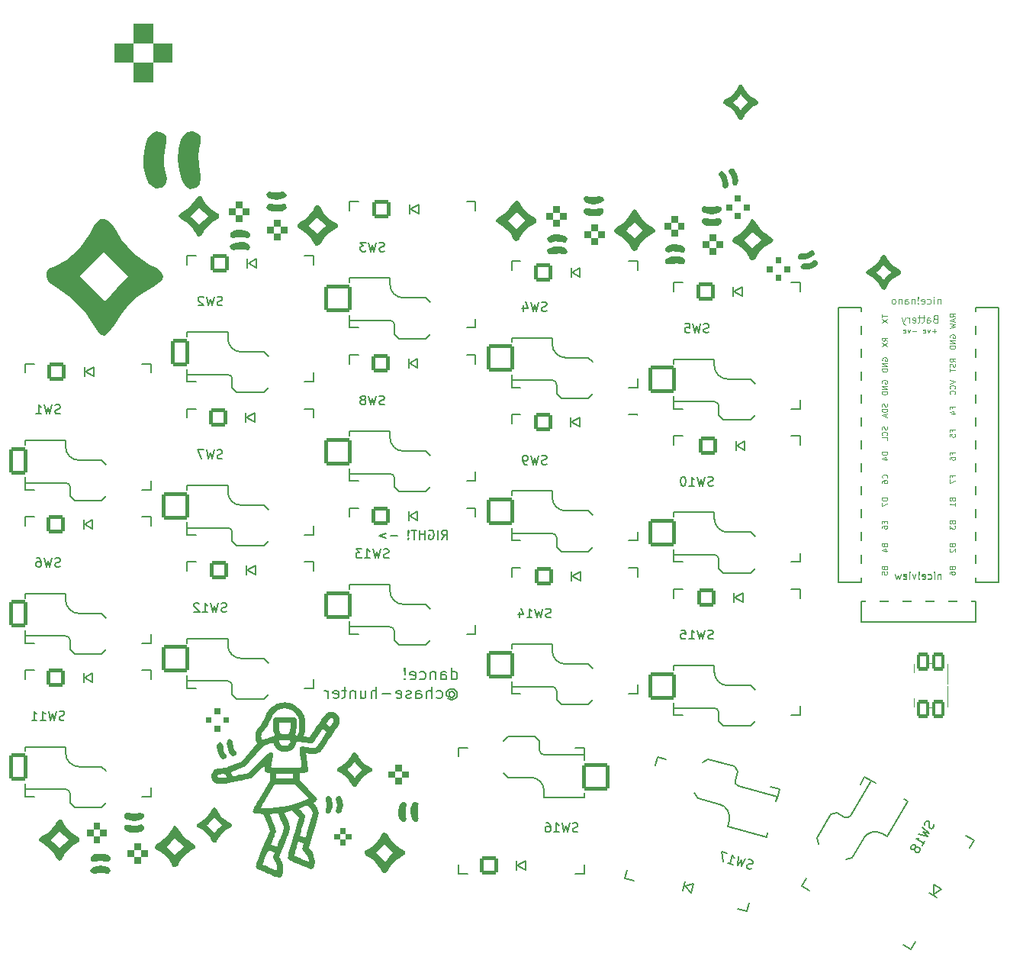
<source format=gbo>
G04 #@! TF.GenerationSoftware,KiCad,Pcbnew,7.0.8*
G04 #@! TF.CreationDate,2023-11-05T17:01:39-05:00*
G04 #@! TF.ProjectId,dance,64616e63-652e-46b6-9963-61645f706362,1.0*
G04 #@! TF.SameCoordinates,Original*
G04 #@! TF.FileFunction,Legend,Bot*
G04 #@! TF.FilePolarity,Positive*
%FSLAX46Y46*%
G04 Gerber Fmt 4.6, Leading zero omitted, Abs format (unit mm)*
G04 Created by KiCad (PCBNEW 7.0.8) date 2023-11-05 17:01:39*
%MOMM*%
%LPD*%
G01*
G04 APERTURE LIST*
G04 Aperture macros list*
%AMRoundRect*
0 Rectangle with rounded corners*
0 $1 Rounding radius*
0 $2 $3 $4 $5 $6 $7 $8 $9 X,Y pos of 4 corners*
0 Add a 4 corners polygon primitive as box body*
4,1,4,$2,$3,$4,$5,$6,$7,$8,$9,$2,$3,0*
0 Add four circle primitives for the rounded corners*
1,1,$1+$1,$2,$3*
1,1,$1+$1,$4,$5*
1,1,$1+$1,$6,$7*
1,1,$1+$1,$8,$9*
0 Add four rect primitives between the rounded corners*
20,1,$1+$1,$2,$3,$4,$5,0*
20,1,$1+$1,$4,$5,$6,$7,0*
20,1,$1+$1,$6,$7,$8,$9,0*
20,1,$1+$1,$8,$9,$2,$3,0*%
%AMFreePoly0*
4,1,22,0.086777,1.480194,0.141421,1.441421,1.441421,0.141421,1.488777,0.066056,1.500000,0.000000,1.500000,-1.300000,1.480194,-1.386777,1.424698,-1.456366,1.344504,-1.494986,1.300000,-1.500000,-1.300000,-1.500000,-1.386777,-1.480194,-1.456366,-1.424698,-1.494986,-1.344504,-1.500000,-1.300000,-1.500000,1.300000,-1.480194,1.386777,-1.424698,1.456366,-1.344504,1.494986,-1.300000,1.500000,
0.000000,1.500000,0.086777,1.480194,0.086777,1.480194,$1*%
%AMFreePoly1*
4,1,22,0.686777,0.580194,0.756366,0.524698,0.794986,0.444504,0.800000,0.400000,0.800000,0.200000,0.780194,0.113223,0.741421,0.058579,0.141421,-0.541421,0.066056,-0.588777,-0.022393,-0.598742,-0.106406,-0.569345,-0.141421,-0.541421,-0.741421,0.058579,-0.788777,0.133944,-0.800000,0.200000,-0.800000,0.400000,-0.780194,0.486777,-0.724698,0.556366,-0.644504,0.594986,-0.600000,0.600000,
0.600000,0.600000,0.686777,0.580194,0.686777,0.580194,$1*%
%AMFreePoly2*
4,1,26,0.706406,1.169345,0.769345,1.106406,0.798742,1.022393,0.800000,1.000000,0.800000,-0.250000,0.780194,-0.336777,0.724698,-0.406366,0.644504,-0.444986,0.600000,-0.450000,-0.600000,-0.450000,-0.686777,-0.430194,-0.756366,-0.374698,-0.794986,-0.294504,-0.800000,-0.250000,-0.800000,1.000000,-0.780194,1.086777,-0.724698,1.156366,-0.644504,1.194986,-0.555496,1.194986,-0.475302,1.156366,
-0.458579,1.141421,0.000000,0.682842,0.458579,1.141421,0.533944,1.188777,0.622393,1.198742,0.706406,1.169345,0.706406,1.169345,$1*%
G04 Aperture macros list end*
%ADD10C,0.200000*%
%ADD11C,0.100000*%
%ADD12C,0.150000*%
%ADD13C,0.080000*%
%ADD14C,0.120000*%
%ADD15RoundRect,0.200000X0.800000X0.800000X-0.800000X0.800000X-0.800000X-0.800000X0.800000X-0.800000X0*%
%ADD16C,2.000000*%
%ADD17RoundRect,0.200000X0.979796X0.565685X-0.565685X0.979796X-0.979796X-0.565685X0.565685X-0.979796X0*%
%ADD18RoundRect,0.200000X-0.292820X1.092820X-1.092820X-0.292820X0.292820X-1.092820X1.092820X0.292820X0*%
%ADD19C,2.101800*%
%ADD20C,1.390600*%
%ADD21C,3.400000*%
%ADD22C,3.829000*%
%ADD23FreePoly0,0.000000*%
%ADD24RoundRect,0.200000X-0.800000X-1.300000X0.800000X-1.300000X0.800000X1.300000X-0.800000X1.300000X0*%
%ADD25RoundRect,0.200000X-1.300000X-1.300000X1.300000X-1.300000X1.300000X1.300000X-1.300000X1.300000X0*%
%ADD26FreePoly0,180.000000*%
%ADD27RoundRect,0.200000X1.300000X1.300000X-1.300000X1.300000X-1.300000X-1.300000X1.300000X-1.300000X0*%
%ADD28FreePoly0,165.000000*%
%ADD29RoundRect,0.200000X1.592168X0.919239X-0.919239X1.592168X-1.592168X-0.919239X0.919239X-1.592168X0*%
%ADD30FreePoly0,240.000000*%
%ADD31RoundRect,0.200000X-0.475833X1.775833X-1.775833X-0.475833X0.475833X-1.775833X1.775833X0.475833X0*%
%ADD32C,4.400000*%
%ADD33C,1.300000*%
%ADD34FreePoly1,90.000000*%
%ADD35FreePoly1,270.000000*%
%ADD36FreePoly2,90.000000*%
%ADD37FreePoly2,270.000000*%
%ADD38C,1.150000*%
%ADD39RoundRect,0.200000X-0.500000X0.775000X-0.500000X-0.775000X0.500000X-0.775000X0.500000X0.775000X0*%
%ADD40FreePoly1,180.000000*%
%ADD41FreePoly2,180.000000*%
G04 APERTURE END LIST*
D10*
X126257006Y-98426833D02*
X126257006Y-97126833D01*
X126257006Y-98364929D02*
X126380815Y-98426833D01*
X126380815Y-98426833D02*
X126628434Y-98426833D01*
X126628434Y-98426833D02*
X126752244Y-98364929D01*
X126752244Y-98364929D02*
X126814149Y-98303024D01*
X126814149Y-98303024D02*
X126876053Y-98179214D01*
X126876053Y-98179214D02*
X126876053Y-97807786D01*
X126876053Y-97807786D02*
X126814149Y-97683976D01*
X126814149Y-97683976D02*
X126752244Y-97622071D01*
X126752244Y-97622071D02*
X126628434Y-97560167D01*
X126628434Y-97560167D02*
X126380815Y-97560167D01*
X126380815Y-97560167D02*
X126257006Y-97622071D01*
X125080816Y-98426833D02*
X125080816Y-97745881D01*
X125080816Y-97745881D02*
X125142721Y-97622071D01*
X125142721Y-97622071D02*
X125266530Y-97560167D01*
X125266530Y-97560167D02*
X125514149Y-97560167D01*
X125514149Y-97560167D02*
X125637959Y-97622071D01*
X125080816Y-98364929D02*
X125204625Y-98426833D01*
X125204625Y-98426833D02*
X125514149Y-98426833D01*
X125514149Y-98426833D02*
X125637959Y-98364929D01*
X125637959Y-98364929D02*
X125699863Y-98241119D01*
X125699863Y-98241119D02*
X125699863Y-98117309D01*
X125699863Y-98117309D02*
X125637959Y-97993500D01*
X125637959Y-97993500D02*
X125514149Y-97931595D01*
X125514149Y-97931595D02*
X125204625Y-97931595D01*
X125204625Y-97931595D02*
X125080816Y-97869690D01*
X124461769Y-97560167D02*
X124461769Y-98426833D01*
X124461769Y-97683976D02*
X124399864Y-97622071D01*
X124399864Y-97622071D02*
X124276054Y-97560167D01*
X124276054Y-97560167D02*
X124090340Y-97560167D01*
X124090340Y-97560167D02*
X123966531Y-97622071D01*
X123966531Y-97622071D02*
X123904626Y-97745881D01*
X123904626Y-97745881D02*
X123904626Y-98426833D01*
X122728436Y-98364929D02*
X122852245Y-98426833D01*
X122852245Y-98426833D02*
X123099864Y-98426833D01*
X123099864Y-98426833D02*
X123223674Y-98364929D01*
X123223674Y-98364929D02*
X123285579Y-98303024D01*
X123285579Y-98303024D02*
X123347483Y-98179214D01*
X123347483Y-98179214D02*
X123347483Y-97807786D01*
X123347483Y-97807786D02*
X123285579Y-97683976D01*
X123285579Y-97683976D02*
X123223674Y-97622071D01*
X123223674Y-97622071D02*
X123099864Y-97560167D01*
X123099864Y-97560167D02*
X122852245Y-97560167D01*
X122852245Y-97560167D02*
X122728436Y-97622071D01*
X121676055Y-98364929D02*
X121799864Y-98426833D01*
X121799864Y-98426833D02*
X122047483Y-98426833D01*
X122047483Y-98426833D02*
X122171293Y-98364929D01*
X122171293Y-98364929D02*
X122233197Y-98241119D01*
X122233197Y-98241119D02*
X122233197Y-97745881D01*
X122233197Y-97745881D02*
X122171293Y-97622071D01*
X122171293Y-97622071D02*
X122047483Y-97560167D01*
X122047483Y-97560167D02*
X121799864Y-97560167D01*
X121799864Y-97560167D02*
X121676055Y-97622071D01*
X121676055Y-97622071D02*
X121614150Y-97745881D01*
X121614150Y-97745881D02*
X121614150Y-97869690D01*
X121614150Y-97869690D02*
X122233197Y-97993500D01*
X121057007Y-98303024D02*
X120995102Y-98364929D01*
X120995102Y-98364929D02*
X121057007Y-98426833D01*
X121057007Y-98426833D02*
X121118911Y-98364929D01*
X121118911Y-98364929D02*
X121057007Y-98303024D01*
X121057007Y-98303024D02*
X121057007Y-98426833D01*
X121057007Y-97931595D02*
X121118911Y-97188738D01*
X121118911Y-97188738D02*
X121057007Y-97126833D01*
X121057007Y-97126833D02*
X120995102Y-97188738D01*
X120995102Y-97188738D02*
X121057007Y-97931595D01*
X121057007Y-97931595D02*
X121057007Y-97126833D01*
X126009387Y-99900786D02*
X126071292Y-99838881D01*
X126071292Y-99838881D02*
X126195101Y-99776976D01*
X126195101Y-99776976D02*
X126318911Y-99776976D01*
X126318911Y-99776976D02*
X126442720Y-99838881D01*
X126442720Y-99838881D02*
X126504625Y-99900786D01*
X126504625Y-99900786D02*
X126566530Y-100024595D01*
X126566530Y-100024595D02*
X126566530Y-100148405D01*
X126566530Y-100148405D02*
X126504625Y-100272214D01*
X126504625Y-100272214D02*
X126442720Y-100334119D01*
X126442720Y-100334119D02*
X126318911Y-100396024D01*
X126318911Y-100396024D02*
X126195101Y-100396024D01*
X126195101Y-100396024D02*
X126071292Y-100334119D01*
X126071292Y-100334119D02*
X126009387Y-100272214D01*
X126009387Y-99776976D02*
X126009387Y-100272214D01*
X126009387Y-100272214D02*
X125947482Y-100334119D01*
X125947482Y-100334119D02*
X125885577Y-100334119D01*
X125885577Y-100334119D02*
X125761768Y-100272214D01*
X125761768Y-100272214D02*
X125699863Y-100148405D01*
X125699863Y-100148405D02*
X125699863Y-99838881D01*
X125699863Y-99838881D02*
X125823673Y-99653167D01*
X125823673Y-99653167D02*
X126009387Y-99529357D01*
X126009387Y-99529357D02*
X126257006Y-99467452D01*
X126257006Y-99467452D02*
X126504625Y-99529357D01*
X126504625Y-99529357D02*
X126690339Y-99653167D01*
X126690339Y-99653167D02*
X126814149Y-99838881D01*
X126814149Y-99838881D02*
X126876053Y-100086500D01*
X126876053Y-100086500D02*
X126814149Y-100334119D01*
X126814149Y-100334119D02*
X126690339Y-100519833D01*
X126690339Y-100519833D02*
X126504625Y-100643643D01*
X126504625Y-100643643D02*
X126257006Y-100705548D01*
X126257006Y-100705548D02*
X126009387Y-100643643D01*
X126009387Y-100643643D02*
X125823673Y-100519833D01*
X124585577Y-100457929D02*
X124709386Y-100519833D01*
X124709386Y-100519833D02*
X124957005Y-100519833D01*
X124957005Y-100519833D02*
X125080815Y-100457929D01*
X125080815Y-100457929D02*
X125142720Y-100396024D01*
X125142720Y-100396024D02*
X125204624Y-100272214D01*
X125204624Y-100272214D02*
X125204624Y-99900786D01*
X125204624Y-99900786D02*
X125142720Y-99776976D01*
X125142720Y-99776976D02*
X125080815Y-99715071D01*
X125080815Y-99715071D02*
X124957005Y-99653167D01*
X124957005Y-99653167D02*
X124709386Y-99653167D01*
X124709386Y-99653167D02*
X124585577Y-99715071D01*
X124028434Y-100519833D02*
X124028434Y-99219833D01*
X123471291Y-100519833D02*
X123471291Y-99838881D01*
X123471291Y-99838881D02*
X123533196Y-99715071D01*
X123533196Y-99715071D02*
X123657005Y-99653167D01*
X123657005Y-99653167D02*
X123842719Y-99653167D01*
X123842719Y-99653167D02*
X123966529Y-99715071D01*
X123966529Y-99715071D02*
X124028434Y-99776976D01*
X122295101Y-100519833D02*
X122295101Y-99838881D01*
X122295101Y-99838881D02*
X122357006Y-99715071D01*
X122357006Y-99715071D02*
X122480815Y-99653167D01*
X122480815Y-99653167D02*
X122728434Y-99653167D01*
X122728434Y-99653167D02*
X122852244Y-99715071D01*
X122295101Y-100457929D02*
X122418910Y-100519833D01*
X122418910Y-100519833D02*
X122728434Y-100519833D01*
X122728434Y-100519833D02*
X122852244Y-100457929D01*
X122852244Y-100457929D02*
X122914148Y-100334119D01*
X122914148Y-100334119D02*
X122914148Y-100210309D01*
X122914148Y-100210309D02*
X122852244Y-100086500D01*
X122852244Y-100086500D02*
X122728434Y-100024595D01*
X122728434Y-100024595D02*
X122418910Y-100024595D01*
X122418910Y-100024595D02*
X122295101Y-99962690D01*
X121737958Y-100457929D02*
X121614149Y-100519833D01*
X121614149Y-100519833D02*
X121366530Y-100519833D01*
X121366530Y-100519833D02*
X121242720Y-100457929D01*
X121242720Y-100457929D02*
X121180816Y-100334119D01*
X121180816Y-100334119D02*
X121180816Y-100272214D01*
X121180816Y-100272214D02*
X121242720Y-100148405D01*
X121242720Y-100148405D02*
X121366530Y-100086500D01*
X121366530Y-100086500D02*
X121552244Y-100086500D01*
X121552244Y-100086500D02*
X121676054Y-100024595D01*
X121676054Y-100024595D02*
X121737958Y-99900786D01*
X121737958Y-99900786D02*
X121737958Y-99838881D01*
X121737958Y-99838881D02*
X121676054Y-99715071D01*
X121676054Y-99715071D02*
X121552244Y-99653167D01*
X121552244Y-99653167D02*
X121366530Y-99653167D01*
X121366530Y-99653167D02*
X121242720Y-99715071D01*
X120128435Y-100457929D02*
X120252244Y-100519833D01*
X120252244Y-100519833D02*
X120499863Y-100519833D01*
X120499863Y-100519833D02*
X120623673Y-100457929D01*
X120623673Y-100457929D02*
X120685577Y-100334119D01*
X120685577Y-100334119D02*
X120685577Y-99838881D01*
X120685577Y-99838881D02*
X120623673Y-99715071D01*
X120623673Y-99715071D02*
X120499863Y-99653167D01*
X120499863Y-99653167D02*
X120252244Y-99653167D01*
X120252244Y-99653167D02*
X120128435Y-99715071D01*
X120128435Y-99715071D02*
X120066530Y-99838881D01*
X120066530Y-99838881D02*
X120066530Y-99962690D01*
X120066530Y-99962690D02*
X120685577Y-100086500D01*
X119509387Y-100024595D02*
X118518911Y-100024595D01*
X117899863Y-100519833D02*
X117899863Y-99219833D01*
X117342720Y-100519833D02*
X117342720Y-99838881D01*
X117342720Y-99838881D02*
X117404625Y-99715071D01*
X117404625Y-99715071D02*
X117528434Y-99653167D01*
X117528434Y-99653167D02*
X117714148Y-99653167D01*
X117714148Y-99653167D02*
X117837958Y-99715071D01*
X117837958Y-99715071D02*
X117899863Y-99776976D01*
X116166530Y-99653167D02*
X116166530Y-100519833D01*
X116723673Y-99653167D02*
X116723673Y-100334119D01*
X116723673Y-100334119D02*
X116661768Y-100457929D01*
X116661768Y-100457929D02*
X116537958Y-100519833D01*
X116537958Y-100519833D02*
X116352244Y-100519833D01*
X116352244Y-100519833D02*
X116228435Y-100457929D01*
X116228435Y-100457929D02*
X116166530Y-100396024D01*
X115547483Y-99653167D02*
X115547483Y-100519833D01*
X115547483Y-99776976D02*
X115485578Y-99715071D01*
X115485578Y-99715071D02*
X115361768Y-99653167D01*
X115361768Y-99653167D02*
X115176054Y-99653167D01*
X115176054Y-99653167D02*
X115052245Y-99715071D01*
X115052245Y-99715071D02*
X114990340Y-99838881D01*
X114990340Y-99838881D02*
X114990340Y-100519833D01*
X114557007Y-99653167D02*
X114061769Y-99653167D01*
X114371293Y-99219833D02*
X114371293Y-100334119D01*
X114371293Y-100334119D02*
X114309388Y-100457929D01*
X114309388Y-100457929D02*
X114185578Y-100519833D01*
X114185578Y-100519833D02*
X114061769Y-100519833D01*
X113133198Y-100457929D02*
X113257007Y-100519833D01*
X113257007Y-100519833D02*
X113504626Y-100519833D01*
X113504626Y-100519833D02*
X113628436Y-100457929D01*
X113628436Y-100457929D02*
X113690340Y-100334119D01*
X113690340Y-100334119D02*
X113690340Y-99838881D01*
X113690340Y-99838881D02*
X113628436Y-99715071D01*
X113628436Y-99715071D02*
X113504626Y-99653167D01*
X113504626Y-99653167D02*
X113257007Y-99653167D01*
X113257007Y-99653167D02*
X113133198Y-99715071D01*
X113133198Y-99715071D02*
X113071293Y-99838881D01*
X113071293Y-99838881D02*
X113071293Y-99962690D01*
X113071293Y-99962690D02*
X113690340Y-100086500D01*
X112514150Y-100519833D02*
X112514150Y-99653167D01*
X112514150Y-99900786D02*
X112452245Y-99776976D01*
X112452245Y-99776976D02*
X112390340Y-99715071D01*
X112390340Y-99715071D02*
X112266531Y-99653167D01*
X112266531Y-99653167D02*
X112142721Y-99653167D01*
X125158898Y-82867219D02*
X125492231Y-82391028D01*
X125730326Y-82867219D02*
X125730326Y-81867219D01*
X125730326Y-81867219D02*
X125349374Y-81867219D01*
X125349374Y-81867219D02*
X125254136Y-81914838D01*
X125254136Y-81914838D02*
X125206517Y-81962457D01*
X125206517Y-81962457D02*
X125158898Y-82057695D01*
X125158898Y-82057695D02*
X125158898Y-82200552D01*
X125158898Y-82200552D02*
X125206517Y-82295790D01*
X125206517Y-82295790D02*
X125254136Y-82343409D01*
X125254136Y-82343409D02*
X125349374Y-82391028D01*
X125349374Y-82391028D02*
X125730326Y-82391028D01*
X124730326Y-82867219D02*
X124730326Y-81867219D01*
X123730327Y-81914838D02*
X123825565Y-81867219D01*
X123825565Y-81867219D02*
X123968422Y-81867219D01*
X123968422Y-81867219D02*
X124111279Y-81914838D01*
X124111279Y-81914838D02*
X124206517Y-82010076D01*
X124206517Y-82010076D02*
X124254136Y-82105314D01*
X124254136Y-82105314D02*
X124301755Y-82295790D01*
X124301755Y-82295790D02*
X124301755Y-82438647D01*
X124301755Y-82438647D02*
X124254136Y-82629123D01*
X124254136Y-82629123D02*
X124206517Y-82724361D01*
X124206517Y-82724361D02*
X124111279Y-82819600D01*
X124111279Y-82819600D02*
X123968422Y-82867219D01*
X123968422Y-82867219D02*
X123873184Y-82867219D01*
X123873184Y-82867219D02*
X123730327Y-82819600D01*
X123730327Y-82819600D02*
X123682708Y-82771980D01*
X123682708Y-82771980D02*
X123682708Y-82438647D01*
X123682708Y-82438647D02*
X123873184Y-82438647D01*
X123254136Y-82867219D02*
X123254136Y-81867219D01*
X123254136Y-82343409D02*
X122682708Y-82343409D01*
X122682708Y-82867219D02*
X122682708Y-81867219D01*
X122349374Y-81867219D02*
X121777946Y-81867219D01*
X122063660Y-82867219D02*
X122063660Y-81867219D01*
X121444612Y-82771980D02*
X121396993Y-82819600D01*
X121396993Y-82819600D02*
X121444612Y-82867219D01*
X121444612Y-82867219D02*
X121492231Y-82819600D01*
X121492231Y-82819600D02*
X121444612Y-82771980D01*
X121444612Y-82771980D02*
X121444612Y-82867219D01*
X121444612Y-82486266D02*
X121492231Y-81914838D01*
X121492231Y-81914838D02*
X121444612Y-81867219D01*
X121444612Y-81867219D02*
X121396993Y-81914838D01*
X121396993Y-81914838D02*
X121444612Y-82486266D01*
X121444612Y-82486266D02*
X121444612Y-81867219D01*
X120206517Y-82486266D02*
X119444613Y-82486266D01*
X118968422Y-82200552D02*
X118206518Y-82486266D01*
X118206518Y-82486266D02*
X118968422Y-82771980D01*
D11*
X180549236Y-86699561D02*
X180549236Y-87232895D01*
X180549236Y-86775752D02*
X180511141Y-86737657D01*
X180511141Y-86737657D02*
X180434951Y-86699561D01*
X180434951Y-86699561D02*
X180320665Y-86699561D01*
X180320665Y-86699561D02*
X180244474Y-86737657D01*
X180244474Y-86737657D02*
X180206379Y-86813847D01*
X180206379Y-86813847D02*
X180206379Y-87232895D01*
X179825426Y-87232895D02*
X179825426Y-86699561D01*
X179825426Y-86432895D02*
X179863522Y-86470990D01*
X179863522Y-86470990D02*
X179825426Y-86509085D01*
X179825426Y-86509085D02*
X179787331Y-86470990D01*
X179787331Y-86470990D02*
X179825426Y-86432895D01*
X179825426Y-86432895D02*
X179825426Y-86509085D01*
X179101617Y-87194800D02*
X179177808Y-87232895D01*
X179177808Y-87232895D02*
X179330189Y-87232895D01*
X179330189Y-87232895D02*
X179406379Y-87194800D01*
X179406379Y-87194800D02*
X179444474Y-87156704D01*
X179444474Y-87156704D02*
X179482570Y-87080514D01*
X179482570Y-87080514D02*
X179482570Y-86851942D01*
X179482570Y-86851942D02*
X179444474Y-86775752D01*
X179444474Y-86775752D02*
X179406379Y-86737657D01*
X179406379Y-86737657D02*
X179330189Y-86699561D01*
X179330189Y-86699561D02*
X179177808Y-86699561D01*
X179177808Y-86699561D02*
X179101617Y-86737657D01*
X178453998Y-87194800D02*
X178530189Y-87232895D01*
X178530189Y-87232895D02*
X178682570Y-87232895D01*
X178682570Y-87232895D02*
X178758760Y-87194800D01*
X178758760Y-87194800D02*
X178796856Y-87118609D01*
X178796856Y-87118609D02*
X178796856Y-86813847D01*
X178796856Y-86813847D02*
X178758760Y-86737657D01*
X178758760Y-86737657D02*
X178682570Y-86699561D01*
X178682570Y-86699561D02*
X178530189Y-86699561D01*
X178530189Y-86699561D02*
X178453998Y-86737657D01*
X178453998Y-86737657D02*
X178415903Y-86813847D01*
X178415903Y-86813847D02*
X178415903Y-86890038D01*
X178415903Y-86890038D02*
X178796856Y-86966228D01*
X178073046Y-87156704D02*
X178034951Y-87194800D01*
X178034951Y-87194800D02*
X178073046Y-87232895D01*
X178073046Y-87232895D02*
X178111142Y-87194800D01*
X178111142Y-87194800D02*
X178073046Y-87156704D01*
X178073046Y-87156704D02*
X178073046Y-87232895D01*
X178073046Y-86928133D02*
X178111142Y-86470990D01*
X178111142Y-86470990D02*
X178073046Y-86432895D01*
X178073046Y-86432895D02*
X178034951Y-86470990D01*
X178034951Y-86470990D02*
X178073046Y-86928133D01*
X178073046Y-86928133D02*
X178073046Y-86432895D01*
X177768285Y-86699561D02*
X177577809Y-87232895D01*
X177577809Y-87232895D02*
X177387332Y-86699561D01*
X177082570Y-87232895D02*
X177082570Y-86699561D01*
X177082570Y-86432895D02*
X177120666Y-86470990D01*
X177120666Y-86470990D02*
X177082570Y-86509085D01*
X177082570Y-86509085D02*
X177044475Y-86470990D01*
X177044475Y-86470990D02*
X177082570Y-86432895D01*
X177082570Y-86432895D02*
X177082570Y-86509085D01*
X176396856Y-87194800D02*
X176473047Y-87232895D01*
X176473047Y-87232895D02*
X176625428Y-87232895D01*
X176625428Y-87232895D02*
X176701618Y-87194800D01*
X176701618Y-87194800D02*
X176739714Y-87118609D01*
X176739714Y-87118609D02*
X176739714Y-86813847D01*
X176739714Y-86813847D02*
X176701618Y-86737657D01*
X176701618Y-86737657D02*
X176625428Y-86699561D01*
X176625428Y-86699561D02*
X176473047Y-86699561D01*
X176473047Y-86699561D02*
X176396856Y-86737657D01*
X176396856Y-86737657D02*
X176358761Y-86813847D01*
X176358761Y-86813847D02*
X176358761Y-86890038D01*
X176358761Y-86890038D02*
X176739714Y-86966228D01*
X176092095Y-86699561D02*
X175939714Y-87232895D01*
X175939714Y-87232895D02*
X175787333Y-86851942D01*
X175787333Y-86851942D02*
X175634952Y-87232895D01*
X175634952Y-87232895D02*
X175482571Y-86699561D01*
X180485714Y-56219561D02*
X180485714Y-56752895D01*
X180485714Y-56295752D02*
X180447619Y-56257657D01*
X180447619Y-56257657D02*
X180371429Y-56219561D01*
X180371429Y-56219561D02*
X180257143Y-56219561D01*
X180257143Y-56219561D02*
X180180952Y-56257657D01*
X180180952Y-56257657D02*
X180142857Y-56333847D01*
X180142857Y-56333847D02*
X180142857Y-56752895D01*
X179761904Y-56752895D02*
X179761904Y-56219561D01*
X179761904Y-55952895D02*
X179800000Y-55990990D01*
X179800000Y-55990990D02*
X179761904Y-56029085D01*
X179761904Y-56029085D02*
X179723809Y-55990990D01*
X179723809Y-55990990D02*
X179761904Y-55952895D01*
X179761904Y-55952895D02*
X179761904Y-56029085D01*
X179038095Y-56714800D02*
X179114286Y-56752895D01*
X179114286Y-56752895D02*
X179266667Y-56752895D01*
X179266667Y-56752895D02*
X179342857Y-56714800D01*
X179342857Y-56714800D02*
X179380952Y-56676704D01*
X179380952Y-56676704D02*
X179419048Y-56600514D01*
X179419048Y-56600514D02*
X179419048Y-56371942D01*
X179419048Y-56371942D02*
X179380952Y-56295752D01*
X179380952Y-56295752D02*
X179342857Y-56257657D01*
X179342857Y-56257657D02*
X179266667Y-56219561D01*
X179266667Y-56219561D02*
X179114286Y-56219561D01*
X179114286Y-56219561D02*
X179038095Y-56257657D01*
X178390476Y-56714800D02*
X178466667Y-56752895D01*
X178466667Y-56752895D02*
X178619048Y-56752895D01*
X178619048Y-56752895D02*
X178695238Y-56714800D01*
X178695238Y-56714800D02*
X178733334Y-56638609D01*
X178733334Y-56638609D02*
X178733334Y-56333847D01*
X178733334Y-56333847D02*
X178695238Y-56257657D01*
X178695238Y-56257657D02*
X178619048Y-56219561D01*
X178619048Y-56219561D02*
X178466667Y-56219561D01*
X178466667Y-56219561D02*
X178390476Y-56257657D01*
X178390476Y-56257657D02*
X178352381Y-56333847D01*
X178352381Y-56333847D02*
X178352381Y-56410038D01*
X178352381Y-56410038D02*
X178733334Y-56486228D01*
X178009524Y-56676704D02*
X177971429Y-56714800D01*
X177971429Y-56714800D02*
X178009524Y-56752895D01*
X178009524Y-56752895D02*
X178047620Y-56714800D01*
X178047620Y-56714800D02*
X178009524Y-56676704D01*
X178009524Y-56676704D02*
X178009524Y-56752895D01*
X178009524Y-56448133D02*
X178047620Y-55990990D01*
X178047620Y-55990990D02*
X178009524Y-55952895D01*
X178009524Y-55952895D02*
X177971429Y-55990990D01*
X177971429Y-55990990D02*
X178009524Y-56448133D01*
X178009524Y-56448133D02*
X178009524Y-55952895D01*
X177628572Y-56219561D02*
X177628572Y-56752895D01*
X177628572Y-56295752D02*
X177590477Y-56257657D01*
X177590477Y-56257657D02*
X177514287Y-56219561D01*
X177514287Y-56219561D02*
X177400001Y-56219561D01*
X177400001Y-56219561D02*
X177323810Y-56257657D01*
X177323810Y-56257657D02*
X177285715Y-56333847D01*
X177285715Y-56333847D02*
X177285715Y-56752895D01*
X176561905Y-56752895D02*
X176561905Y-56333847D01*
X176561905Y-56333847D02*
X176600000Y-56257657D01*
X176600000Y-56257657D02*
X176676191Y-56219561D01*
X176676191Y-56219561D02*
X176828572Y-56219561D01*
X176828572Y-56219561D02*
X176904762Y-56257657D01*
X176561905Y-56714800D02*
X176638096Y-56752895D01*
X176638096Y-56752895D02*
X176828572Y-56752895D01*
X176828572Y-56752895D02*
X176904762Y-56714800D01*
X176904762Y-56714800D02*
X176942858Y-56638609D01*
X176942858Y-56638609D02*
X176942858Y-56562419D01*
X176942858Y-56562419D02*
X176904762Y-56486228D01*
X176904762Y-56486228D02*
X176828572Y-56448133D01*
X176828572Y-56448133D02*
X176638096Y-56448133D01*
X176638096Y-56448133D02*
X176561905Y-56410038D01*
X176180952Y-56219561D02*
X176180952Y-56752895D01*
X176180952Y-56295752D02*
X176142857Y-56257657D01*
X176142857Y-56257657D02*
X176066667Y-56219561D01*
X176066667Y-56219561D02*
X175952381Y-56219561D01*
X175952381Y-56219561D02*
X175876190Y-56257657D01*
X175876190Y-56257657D02*
X175838095Y-56333847D01*
X175838095Y-56333847D02*
X175838095Y-56752895D01*
X175342857Y-56752895D02*
X175419047Y-56714800D01*
X175419047Y-56714800D02*
X175457142Y-56676704D01*
X175457142Y-56676704D02*
X175495238Y-56600514D01*
X175495238Y-56600514D02*
X175495238Y-56371942D01*
X175495238Y-56371942D02*
X175457142Y-56295752D01*
X175457142Y-56295752D02*
X175419047Y-56257657D01*
X175419047Y-56257657D02*
X175342857Y-56219561D01*
X175342857Y-56219561D02*
X175228571Y-56219561D01*
X175228571Y-56219561D02*
X175152380Y-56257657D01*
X175152380Y-56257657D02*
X175114285Y-56295752D01*
X175114285Y-56295752D02*
X175076190Y-56371942D01*
X175076190Y-56371942D02*
X175076190Y-56600514D01*
X175076190Y-56600514D02*
X175114285Y-56676704D01*
X175114285Y-56676704D02*
X175152380Y-56714800D01*
X175152380Y-56714800D02*
X175228571Y-56752895D01*
X175228571Y-56752895D02*
X175342857Y-56752895D01*
D12*
X82798332Y-68902200D02*
X82655475Y-68949819D01*
X82655475Y-68949819D02*
X82417380Y-68949819D01*
X82417380Y-68949819D02*
X82322142Y-68902200D01*
X82322142Y-68902200D02*
X82274523Y-68854580D01*
X82274523Y-68854580D02*
X82226904Y-68759342D01*
X82226904Y-68759342D02*
X82226904Y-68664104D01*
X82226904Y-68664104D02*
X82274523Y-68568866D01*
X82274523Y-68568866D02*
X82322142Y-68521247D01*
X82322142Y-68521247D02*
X82417380Y-68473628D01*
X82417380Y-68473628D02*
X82607856Y-68426009D01*
X82607856Y-68426009D02*
X82703094Y-68378390D01*
X82703094Y-68378390D02*
X82750713Y-68330771D01*
X82750713Y-68330771D02*
X82798332Y-68235533D01*
X82798332Y-68235533D02*
X82798332Y-68140295D01*
X82798332Y-68140295D02*
X82750713Y-68045057D01*
X82750713Y-68045057D02*
X82703094Y-67997438D01*
X82703094Y-67997438D02*
X82607856Y-67949819D01*
X82607856Y-67949819D02*
X82369761Y-67949819D01*
X82369761Y-67949819D02*
X82226904Y-67997438D01*
X81893570Y-67949819D02*
X81655475Y-68949819D01*
X81655475Y-68949819D02*
X81464999Y-68235533D01*
X81464999Y-68235533D02*
X81274523Y-68949819D01*
X81274523Y-68949819D02*
X81036428Y-67949819D01*
X80131666Y-68949819D02*
X80703094Y-68949819D01*
X80417380Y-68949819D02*
X80417380Y-67949819D01*
X80417380Y-67949819D02*
X80512618Y-68092676D01*
X80512618Y-68092676D02*
X80607856Y-68187914D01*
X80607856Y-68187914D02*
X80703094Y-68235533D01*
X100798332Y-56902200D02*
X100655475Y-56949819D01*
X100655475Y-56949819D02*
X100417380Y-56949819D01*
X100417380Y-56949819D02*
X100322142Y-56902200D01*
X100322142Y-56902200D02*
X100274523Y-56854580D01*
X100274523Y-56854580D02*
X100226904Y-56759342D01*
X100226904Y-56759342D02*
X100226904Y-56664104D01*
X100226904Y-56664104D02*
X100274523Y-56568866D01*
X100274523Y-56568866D02*
X100322142Y-56521247D01*
X100322142Y-56521247D02*
X100417380Y-56473628D01*
X100417380Y-56473628D02*
X100607856Y-56426009D01*
X100607856Y-56426009D02*
X100703094Y-56378390D01*
X100703094Y-56378390D02*
X100750713Y-56330771D01*
X100750713Y-56330771D02*
X100798332Y-56235533D01*
X100798332Y-56235533D02*
X100798332Y-56140295D01*
X100798332Y-56140295D02*
X100750713Y-56045057D01*
X100750713Y-56045057D02*
X100703094Y-55997438D01*
X100703094Y-55997438D02*
X100607856Y-55949819D01*
X100607856Y-55949819D02*
X100369761Y-55949819D01*
X100369761Y-55949819D02*
X100226904Y-55997438D01*
X99893570Y-55949819D02*
X99655475Y-56949819D01*
X99655475Y-56949819D02*
X99464999Y-56235533D01*
X99464999Y-56235533D02*
X99274523Y-56949819D01*
X99274523Y-56949819D02*
X99036428Y-55949819D01*
X98703094Y-56045057D02*
X98655475Y-55997438D01*
X98655475Y-55997438D02*
X98560237Y-55949819D01*
X98560237Y-55949819D02*
X98322142Y-55949819D01*
X98322142Y-55949819D02*
X98226904Y-55997438D01*
X98226904Y-55997438D02*
X98179285Y-56045057D01*
X98179285Y-56045057D02*
X98131666Y-56140295D01*
X98131666Y-56140295D02*
X98131666Y-56235533D01*
X98131666Y-56235533D02*
X98179285Y-56378390D01*
X98179285Y-56378390D02*
X98750713Y-56949819D01*
X98750713Y-56949819D02*
X98131666Y-56949819D01*
X118798332Y-50902200D02*
X118655475Y-50949819D01*
X118655475Y-50949819D02*
X118417380Y-50949819D01*
X118417380Y-50949819D02*
X118322142Y-50902200D01*
X118322142Y-50902200D02*
X118274523Y-50854580D01*
X118274523Y-50854580D02*
X118226904Y-50759342D01*
X118226904Y-50759342D02*
X118226904Y-50664104D01*
X118226904Y-50664104D02*
X118274523Y-50568866D01*
X118274523Y-50568866D02*
X118322142Y-50521247D01*
X118322142Y-50521247D02*
X118417380Y-50473628D01*
X118417380Y-50473628D02*
X118607856Y-50426009D01*
X118607856Y-50426009D02*
X118703094Y-50378390D01*
X118703094Y-50378390D02*
X118750713Y-50330771D01*
X118750713Y-50330771D02*
X118798332Y-50235533D01*
X118798332Y-50235533D02*
X118798332Y-50140295D01*
X118798332Y-50140295D02*
X118750713Y-50045057D01*
X118750713Y-50045057D02*
X118703094Y-49997438D01*
X118703094Y-49997438D02*
X118607856Y-49949819D01*
X118607856Y-49949819D02*
X118369761Y-49949819D01*
X118369761Y-49949819D02*
X118226904Y-49997438D01*
X117893570Y-49949819D02*
X117655475Y-50949819D01*
X117655475Y-50949819D02*
X117464999Y-50235533D01*
X117464999Y-50235533D02*
X117274523Y-50949819D01*
X117274523Y-50949819D02*
X117036428Y-49949819D01*
X116750713Y-49949819D02*
X116131666Y-49949819D01*
X116131666Y-49949819D02*
X116464999Y-50330771D01*
X116464999Y-50330771D02*
X116322142Y-50330771D01*
X116322142Y-50330771D02*
X116226904Y-50378390D01*
X116226904Y-50378390D02*
X116179285Y-50426009D01*
X116179285Y-50426009D02*
X116131666Y-50521247D01*
X116131666Y-50521247D02*
X116131666Y-50759342D01*
X116131666Y-50759342D02*
X116179285Y-50854580D01*
X116179285Y-50854580D02*
X116226904Y-50902200D01*
X116226904Y-50902200D02*
X116322142Y-50949819D01*
X116322142Y-50949819D02*
X116607856Y-50949819D01*
X116607856Y-50949819D02*
X116703094Y-50902200D01*
X116703094Y-50902200D02*
X116750713Y-50854580D01*
X136798332Y-57522200D02*
X136655475Y-57569819D01*
X136655475Y-57569819D02*
X136417380Y-57569819D01*
X136417380Y-57569819D02*
X136322142Y-57522200D01*
X136322142Y-57522200D02*
X136274523Y-57474580D01*
X136274523Y-57474580D02*
X136226904Y-57379342D01*
X136226904Y-57379342D02*
X136226904Y-57284104D01*
X136226904Y-57284104D02*
X136274523Y-57188866D01*
X136274523Y-57188866D02*
X136322142Y-57141247D01*
X136322142Y-57141247D02*
X136417380Y-57093628D01*
X136417380Y-57093628D02*
X136607856Y-57046009D01*
X136607856Y-57046009D02*
X136703094Y-56998390D01*
X136703094Y-56998390D02*
X136750713Y-56950771D01*
X136750713Y-56950771D02*
X136798332Y-56855533D01*
X136798332Y-56855533D02*
X136798332Y-56760295D01*
X136798332Y-56760295D02*
X136750713Y-56665057D01*
X136750713Y-56665057D02*
X136703094Y-56617438D01*
X136703094Y-56617438D02*
X136607856Y-56569819D01*
X136607856Y-56569819D02*
X136369761Y-56569819D01*
X136369761Y-56569819D02*
X136226904Y-56617438D01*
X135893570Y-56569819D02*
X135655475Y-57569819D01*
X135655475Y-57569819D02*
X135464999Y-56855533D01*
X135464999Y-56855533D02*
X135274523Y-57569819D01*
X135274523Y-57569819D02*
X135036428Y-56569819D01*
X134226904Y-56903152D02*
X134226904Y-57569819D01*
X134464999Y-56522200D02*
X134703094Y-57236485D01*
X134703094Y-57236485D02*
X134084047Y-57236485D01*
X154798332Y-59902200D02*
X154655475Y-59949819D01*
X154655475Y-59949819D02*
X154417380Y-59949819D01*
X154417380Y-59949819D02*
X154322142Y-59902200D01*
X154322142Y-59902200D02*
X154274523Y-59854580D01*
X154274523Y-59854580D02*
X154226904Y-59759342D01*
X154226904Y-59759342D02*
X154226904Y-59664104D01*
X154226904Y-59664104D02*
X154274523Y-59568866D01*
X154274523Y-59568866D02*
X154322142Y-59521247D01*
X154322142Y-59521247D02*
X154417380Y-59473628D01*
X154417380Y-59473628D02*
X154607856Y-59426009D01*
X154607856Y-59426009D02*
X154703094Y-59378390D01*
X154703094Y-59378390D02*
X154750713Y-59330771D01*
X154750713Y-59330771D02*
X154798332Y-59235533D01*
X154798332Y-59235533D02*
X154798332Y-59140295D01*
X154798332Y-59140295D02*
X154750713Y-59045057D01*
X154750713Y-59045057D02*
X154703094Y-58997438D01*
X154703094Y-58997438D02*
X154607856Y-58949819D01*
X154607856Y-58949819D02*
X154369761Y-58949819D01*
X154369761Y-58949819D02*
X154226904Y-58997438D01*
X153893570Y-58949819D02*
X153655475Y-59949819D01*
X153655475Y-59949819D02*
X153464999Y-59235533D01*
X153464999Y-59235533D02*
X153274523Y-59949819D01*
X153274523Y-59949819D02*
X153036428Y-58949819D01*
X152179285Y-58949819D02*
X152655475Y-58949819D01*
X152655475Y-58949819D02*
X152703094Y-59426009D01*
X152703094Y-59426009D02*
X152655475Y-59378390D01*
X152655475Y-59378390D02*
X152560237Y-59330771D01*
X152560237Y-59330771D02*
X152322142Y-59330771D01*
X152322142Y-59330771D02*
X152226904Y-59378390D01*
X152226904Y-59378390D02*
X152179285Y-59426009D01*
X152179285Y-59426009D02*
X152131666Y-59521247D01*
X152131666Y-59521247D02*
X152131666Y-59759342D01*
X152131666Y-59759342D02*
X152179285Y-59854580D01*
X152179285Y-59854580D02*
X152226904Y-59902200D01*
X152226904Y-59902200D02*
X152322142Y-59949819D01*
X152322142Y-59949819D02*
X152560237Y-59949819D01*
X152560237Y-59949819D02*
X152655475Y-59902200D01*
X152655475Y-59902200D02*
X152703094Y-59854580D01*
X82798332Y-85902200D02*
X82655475Y-85949819D01*
X82655475Y-85949819D02*
X82417380Y-85949819D01*
X82417380Y-85949819D02*
X82322142Y-85902200D01*
X82322142Y-85902200D02*
X82274523Y-85854580D01*
X82274523Y-85854580D02*
X82226904Y-85759342D01*
X82226904Y-85759342D02*
X82226904Y-85664104D01*
X82226904Y-85664104D02*
X82274523Y-85568866D01*
X82274523Y-85568866D02*
X82322142Y-85521247D01*
X82322142Y-85521247D02*
X82417380Y-85473628D01*
X82417380Y-85473628D02*
X82607856Y-85426009D01*
X82607856Y-85426009D02*
X82703094Y-85378390D01*
X82703094Y-85378390D02*
X82750713Y-85330771D01*
X82750713Y-85330771D02*
X82798332Y-85235533D01*
X82798332Y-85235533D02*
X82798332Y-85140295D01*
X82798332Y-85140295D02*
X82750713Y-85045057D01*
X82750713Y-85045057D02*
X82703094Y-84997438D01*
X82703094Y-84997438D02*
X82607856Y-84949819D01*
X82607856Y-84949819D02*
X82369761Y-84949819D01*
X82369761Y-84949819D02*
X82226904Y-84997438D01*
X81893570Y-84949819D02*
X81655475Y-85949819D01*
X81655475Y-85949819D02*
X81464999Y-85235533D01*
X81464999Y-85235533D02*
X81274523Y-85949819D01*
X81274523Y-85949819D02*
X81036428Y-84949819D01*
X80226904Y-84949819D02*
X80417380Y-84949819D01*
X80417380Y-84949819D02*
X80512618Y-84997438D01*
X80512618Y-84997438D02*
X80560237Y-85045057D01*
X80560237Y-85045057D02*
X80655475Y-85187914D01*
X80655475Y-85187914D02*
X80703094Y-85378390D01*
X80703094Y-85378390D02*
X80703094Y-85759342D01*
X80703094Y-85759342D02*
X80655475Y-85854580D01*
X80655475Y-85854580D02*
X80607856Y-85902200D01*
X80607856Y-85902200D02*
X80512618Y-85949819D01*
X80512618Y-85949819D02*
X80322142Y-85949819D01*
X80322142Y-85949819D02*
X80226904Y-85902200D01*
X80226904Y-85902200D02*
X80179285Y-85854580D01*
X80179285Y-85854580D02*
X80131666Y-85759342D01*
X80131666Y-85759342D02*
X80131666Y-85521247D01*
X80131666Y-85521247D02*
X80179285Y-85426009D01*
X80179285Y-85426009D02*
X80226904Y-85378390D01*
X80226904Y-85378390D02*
X80322142Y-85330771D01*
X80322142Y-85330771D02*
X80512618Y-85330771D01*
X80512618Y-85330771D02*
X80607856Y-85378390D01*
X80607856Y-85378390D02*
X80655475Y-85426009D01*
X80655475Y-85426009D02*
X80703094Y-85521247D01*
X100798332Y-73902200D02*
X100655475Y-73949819D01*
X100655475Y-73949819D02*
X100417380Y-73949819D01*
X100417380Y-73949819D02*
X100322142Y-73902200D01*
X100322142Y-73902200D02*
X100274523Y-73854580D01*
X100274523Y-73854580D02*
X100226904Y-73759342D01*
X100226904Y-73759342D02*
X100226904Y-73664104D01*
X100226904Y-73664104D02*
X100274523Y-73568866D01*
X100274523Y-73568866D02*
X100322142Y-73521247D01*
X100322142Y-73521247D02*
X100417380Y-73473628D01*
X100417380Y-73473628D02*
X100607856Y-73426009D01*
X100607856Y-73426009D02*
X100703094Y-73378390D01*
X100703094Y-73378390D02*
X100750713Y-73330771D01*
X100750713Y-73330771D02*
X100798332Y-73235533D01*
X100798332Y-73235533D02*
X100798332Y-73140295D01*
X100798332Y-73140295D02*
X100750713Y-73045057D01*
X100750713Y-73045057D02*
X100703094Y-72997438D01*
X100703094Y-72997438D02*
X100607856Y-72949819D01*
X100607856Y-72949819D02*
X100369761Y-72949819D01*
X100369761Y-72949819D02*
X100226904Y-72997438D01*
X99893570Y-72949819D02*
X99655475Y-73949819D01*
X99655475Y-73949819D02*
X99464999Y-73235533D01*
X99464999Y-73235533D02*
X99274523Y-73949819D01*
X99274523Y-73949819D02*
X99036428Y-72949819D01*
X98750713Y-72949819D02*
X98084047Y-72949819D01*
X98084047Y-72949819D02*
X98512618Y-73949819D01*
X118798332Y-67902200D02*
X118655475Y-67949819D01*
X118655475Y-67949819D02*
X118417380Y-67949819D01*
X118417380Y-67949819D02*
X118322142Y-67902200D01*
X118322142Y-67902200D02*
X118274523Y-67854580D01*
X118274523Y-67854580D02*
X118226904Y-67759342D01*
X118226904Y-67759342D02*
X118226904Y-67664104D01*
X118226904Y-67664104D02*
X118274523Y-67568866D01*
X118274523Y-67568866D02*
X118322142Y-67521247D01*
X118322142Y-67521247D02*
X118417380Y-67473628D01*
X118417380Y-67473628D02*
X118607856Y-67426009D01*
X118607856Y-67426009D02*
X118703094Y-67378390D01*
X118703094Y-67378390D02*
X118750713Y-67330771D01*
X118750713Y-67330771D02*
X118798332Y-67235533D01*
X118798332Y-67235533D02*
X118798332Y-67140295D01*
X118798332Y-67140295D02*
X118750713Y-67045057D01*
X118750713Y-67045057D02*
X118703094Y-66997438D01*
X118703094Y-66997438D02*
X118607856Y-66949819D01*
X118607856Y-66949819D02*
X118369761Y-66949819D01*
X118369761Y-66949819D02*
X118226904Y-66997438D01*
X117893570Y-66949819D02*
X117655475Y-67949819D01*
X117655475Y-67949819D02*
X117464999Y-67235533D01*
X117464999Y-67235533D02*
X117274523Y-67949819D01*
X117274523Y-67949819D02*
X117036428Y-66949819D01*
X116512618Y-67378390D02*
X116607856Y-67330771D01*
X116607856Y-67330771D02*
X116655475Y-67283152D01*
X116655475Y-67283152D02*
X116703094Y-67187914D01*
X116703094Y-67187914D02*
X116703094Y-67140295D01*
X116703094Y-67140295D02*
X116655475Y-67045057D01*
X116655475Y-67045057D02*
X116607856Y-66997438D01*
X116607856Y-66997438D02*
X116512618Y-66949819D01*
X116512618Y-66949819D02*
X116322142Y-66949819D01*
X116322142Y-66949819D02*
X116226904Y-66997438D01*
X116226904Y-66997438D02*
X116179285Y-67045057D01*
X116179285Y-67045057D02*
X116131666Y-67140295D01*
X116131666Y-67140295D02*
X116131666Y-67187914D01*
X116131666Y-67187914D02*
X116179285Y-67283152D01*
X116179285Y-67283152D02*
X116226904Y-67330771D01*
X116226904Y-67330771D02*
X116322142Y-67378390D01*
X116322142Y-67378390D02*
X116512618Y-67378390D01*
X116512618Y-67378390D02*
X116607856Y-67426009D01*
X116607856Y-67426009D02*
X116655475Y-67473628D01*
X116655475Y-67473628D02*
X116703094Y-67568866D01*
X116703094Y-67568866D02*
X116703094Y-67759342D01*
X116703094Y-67759342D02*
X116655475Y-67854580D01*
X116655475Y-67854580D02*
X116607856Y-67902200D01*
X116607856Y-67902200D02*
X116512618Y-67949819D01*
X116512618Y-67949819D02*
X116322142Y-67949819D01*
X116322142Y-67949819D02*
X116226904Y-67902200D01*
X116226904Y-67902200D02*
X116179285Y-67854580D01*
X116179285Y-67854580D02*
X116131666Y-67759342D01*
X116131666Y-67759342D02*
X116131666Y-67568866D01*
X116131666Y-67568866D02*
X116179285Y-67473628D01*
X116179285Y-67473628D02*
X116226904Y-67426009D01*
X116226904Y-67426009D02*
X116322142Y-67378390D01*
X136798332Y-74522200D02*
X136655475Y-74569819D01*
X136655475Y-74569819D02*
X136417380Y-74569819D01*
X136417380Y-74569819D02*
X136322142Y-74522200D01*
X136322142Y-74522200D02*
X136274523Y-74474580D01*
X136274523Y-74474580D02*
X136226904Y-74379342D01*
X136226904Y-74379342D02*
X136226904Y-74284104D01*
X136226904Y-74284104D02*
X136274523Y-74188866D01*
X136274523Y-74188866D02*
X136322142Y-74141247D01*
X136322142Y-74141247D02*
X136417380Y-74093628D01*
X136417380Y-74093628D02*
X136607856Y-74046009D01*
X136607856Y-74046009D02*
X136703094Y-73998390D01*
X136703094Y-73998390D02*
X136750713Y-73950771D01*
X136750713Y-73950771D02*
X136798332Y-73855533D01*
X136798332Y-73855533D02*
X136798332Y-73760295D01*
X136798332Y-73760295D02*
X136750713Y-73665057D01*
X136750713Y-73665057D02*
X136703094Y-73617438D01*
X136703094Y-73617438D02*
X136607856Y-73569819D01*
X136607856Y-73569819D02*
X136369761Y-73569819D01*
X136369761Y-73569819D02*
X136226904Y-73617438D01*
X135893570Y-73569819D02*
X135655475Y-74569819D01*
X135655475Y-74569819D02*
X135464999Y-73855533D01*
X135464999Y-73855533D02*
X135274523Y-74569819D01*
X135274523Y-74569819D02*
X135036428Y-73569819D01*
X134607856Y-74569819D02*
X134417380Y-74569819D01*
X134417380Y-74569819D02*
X134322142Y-74522200D01*
X134322142Y-74522200D02*
X134274523Y-74474580D01*
X134274523Y-74474580D02*
X134179285Y-74331723D01*
X134179285Y-74331723D02*
X134131666Y-74141247D01*
X134131666Y-74141247D02*
X134131666Y-73760295D01*
X134131666Y-73760295D02*
X134179285Y-73665057D01*
X134179285Y-73665057D02*
X134226904Y-73617438D01*
X134226904Y-73617438D02*
X134322142Y-73569819D01*
X134322142Y-73569819D02*
X134512618Y-73569819D01*
X134512618Y-73569819D02*
X134607856Y-73617438D01*
X134607856Y-73617438D02*
X134655475Y-73665057D01*
X134655475Y-73665057D02*
X134703094Y-73760295D01*
X134703094Y-73760295D02*
X134703094Y-73998390D01*
X134703094Y-73998390D02*
X134655475Y-74093628D01*
X134655475Y-74093628D02*
X134607856Y-74141247D01*
X134607856Y-74141247D02*
X134512618Y-74188866D01*
X134512618Y-74188866D02*
X134322142Y-74188866D01*
X134322142Y-74188866D02*
X134226904Y-74141247D01*
X134226904Y-74141247D02*
X134179285Y-74093628D01*
X134179285Y-74093628D02*
X134131666Y-73998390D01*
X155274523Y-76902200D02*
X155131666Y-76949819D01*
X155131666Y-76949819D02*
X154893571Y-76949819D01*
X154893571Y-76949819D02*
X154798333Y-76902200D01*
X154798333Y-76902200D02*
X154750714Y-76854580D01*
X154750714Y-76854580D02*
X154703095Y-76759342D01*
X154703095Y-76759342D02*
X154703095Y-76664104D01*
X154703095Y-76664104D02*
X154750714Y-76568866D01*
X154750714Y-76568866D02*
X154798333Y-76521247D01*
X154798333Y-76521247D02*
X154893571Y-76473628D01*
X154893571Y-76473628D02*
X155084047Y-76426009D01*
X155084047Y-76426009D02*
X155179285Y-76378390D01*
X155179285Y-76378390D02*
X155226904Y-76330771D01*
X155226904Y-76330771D02*
X155274523Y-76235533D01*
X155274523Y-76235533D02*
X155274523Y-76140295D01*
X155274523Y-76140295D02*
X155226904Y-76045057D01*
X155226904Y-76045057D02*
X155179285Y-75997438D01*
X155179285Y-75997438D02*
X155084047Y-75949819D01*
X155084047Y-75949819D02*
X154845952Y-75949819D01*
X154845952Y-75949819D02*
X154703095Y-75997438D01*
X154369761Y-75949819D02*
X154131666Y-76949819D01*
X154131666Y-76949819D02*
X153941190Y-76235533D01*
X153941190Y-76235533D02*
X153750714Y-76949819D01*
X153750714Y-76949819D02*
X153512619Y-75949819D01*
X152607857Y-76949819D02*
X153179285Y-76949819D01*
X152893571Y-76949819D02*
X152893571Y-75949819D01*
X152893571Y-75949819D02*
X152988809Y-76092676D01*
X152988809Y-76092676D02*
X153084047Y-76187914D01*
X153084047Y-76187914D02*
X153179285Y-76235533D01*
X151988809Y-75949819D02*
X151893571Y-75949819D01*
X151893571Y-75949819D02*
X151798333Y-75997438D01*
X151798333Y-75997438D02*
X151750714Y-76045057D01*
X151750714Y-76045057D02*
X151703095Y-76140295D01*
X151703095Y-76140295D02*
X151655476Y-76330771D01*
X151655476Y-76330771D02*
X151655476Y-76568866D01*
X151655476Y-76568866D02*
X151703095Y-76759342D01*
X151703095Y-76759342D02*
X151750714Y-76854580D01*
X151750714Y-76854580D02*
X151798333Y-76902200D01*
X151798333Y-76902200D02*
X151893571Y-76949819D01*
X151893571Y-76949819D02*
X151988809Y-76949819D01*
X151988809Y-76949819D02*
X152084047Y-76902200D01*
X152084047Y-76902200D02*
X152131666Y-76854580D01*
X152131666Y-76854580D02*
X152179285Y-76759342D01*
X152179285Y-76759342D02*
X152226904Y-76568866D01*
X152226904Y-76568866D02*
X152226904Y-76330771D01*
X152226904Y-76330771D02*
X152179285Y-76140295D01*
X152179285Y-76140295D02*
X152131666Y-76045057D01*
X152131666Y-76045057D02*
X152084047Y-75997438D01*
X152084047Y-75997438D02*
X151988809Y-75949819D01*
X83274523Y-102902200D02*
X83131666Y-102949819D01*
X83131666Y-102949819D02*
X82893571Y-102949819D01*
X82893571Y-102949819D02*
X82798333Y-102902200D01*
X82798333Y-102902200D02*
X82750714Y-102854580D01*
X82750714Y-102854580D02*
X82703095Y-102759342D01*
X82703095Y-102759342D02*
X82703095Y-102664104D01*
X82703095Y-102664104D02*
X82750714Y-102568866D01*
X82750714Y-102568866D02*
X82798333Y-102521247D01*
X82798333Y-102521247D02*
X82893571Y-102473628D01*
X82893571Y-102473628D02*
X83084047Y-102426009D01*
X83084047Y-102426009D02*
X83179285Y-102378390D01*
X83179285Y-102378390D02*
X83226904Y-102330771D01*
X83226904Y-102330771D02*
X83274523Y-102235533D01*
X83274523Y-102235533D02*
X83274523Y-102140295D01*
X83274523Y-102140295D02*
X83226904Y-102045057D01*
X83226904Y-102045057D02*
X83179285Y-101997438D01*
X83179285Y-101997438D02*
X83084047Y-101949819D01*
X83084047Y-101949819D02*
X82845952Y-101949819D01*
X82845952Y-101949819D02*
X82703095Y-101997438D01*
X82369761Y-101949819D02*
X82131666Y-102949819D01*
X82131666Y-102949819D02*
X81941190Y-102235533D01*
X81941190Y-102235533D02*
X81750714Y-102949819D01*
X81750714Y-102949819D02*
X81512619Y-101949819D01*
X80607857Y-102949819D02*
X81179285Y-102949819D01*
X80893571Y-102949819D02*
X80893571Y-101949819D01*
X80893571Y-101949819D02*
X80988809Y-102092676D01*
X80988809Y-102092676D02*
X81084047Y-102187914D01*
X81084047Y-102187914D02*
X81179285Y-102235533D01*
X79655476Y-102949819D02*
X80226904Y-102949819D01*
X79941190Y-102949819D02*
X79941190Y-101949819D01*
X79941190Y-101949819D02*
X80036428Y-102092676D01*
X80036428Y-102092676D02*
X80131666Y-102187914D01*
X80131666Y-102187914D02*
X80226904Y-102235533D01*
X101274523Y-90902200D02*
X101131666Y-90949819D01*
X101131666Y-90949819D02*
X100893571Y-90949819D01*
X100893571Y-90949819D02*
X100798333Y-90902200D01*
X100798333Y-90902200D02*
X100750714Y-90854580D01*
X100750714Y-90854580D02*
X100703095Y-90759342D01*
X100703095Y-90759342D02*
X100703095Y-90664104D01*
X100703095Y-90664104D02*
X100750714Y-90568866D01*
X100750714Y-90568866D02*
X100798333Y-90521247D01*
X100798333Y-90521247D02*
X100893571Y-90473628D01*
X100893571Y-90473628D02*
X101084047Y-90426009D01*
X101084047Y-90426009D02*
X101179285Y-90378390D01*
X101179285Y-90378390D02*
X101226904Y-90330771D01*
X101226904Y-90330771D02*
X101274523Y-90235533D01*
X101274523Y-90235533D02*
X101274523Y-90140295D01*
X101274523Y-90140295D02*
X101226904Y-90045057D01*
X101226904Y-90045057D02*
X101179285Y-89997438D01*
X101179285Y-89997438D02*
X101084047Y-89949819D01*
X101084047Y-89949819D02*
X100845952Y-89949819D01*
X100845952Y-89949819D02*
X100703095Y-89997438D01*
X100369761Y-89949819D02*
X100131666Y-90949819D01*
X100131666Y-90949819D02*
X99941190Y-90235533D01*
X99941190Y-90235533D02*
X99750714Y-90949819D01*
X99750714Y-90949819D02*
X99512619Y-89949819D01*
X98607857Y-90949819D02*
X99179285Y-90949819D01*
X98893571Y-90949819D02*
X98893571Y-89949819D01*
X98893571Y-89949819D02*
X98988809Y-90092676D01*
X98988809Y-90092676D02*
X99084047Y-90187914D01*
X99084047Y-90187914D02*
X99179285Y-90235533D01*
X98226904Y-90045057D02*
X98179285Y-89997438D01*
X98179285Y-89997438D02*
X98084047Y-89949819D01*
X98084047Y-89949819D02*
X97845952Y-89949819D01*
X97845952Y-89949819D02*
X97750714Y-89997438D01*
X97750714Y-89997438D02*
X97703095Y-90045057D01*
X97703095Y-90045057D02*
X97655476Y-90140295D01*
X97655476Y-90140295D02*
X97655476Y-90235533D01*
X97655476Y-90235533D02*
X97703095Y-90378390D01*
X97703095Y-90378390D02*
X98274523Y-90949819D01*
X98274523Y-90949819D02*
X97655476Y-90949819D01*
X119274523Y-84902200D02*
X119131666Y-84949819D01*
X119131666Y-84949819D02*
X118893571Y-84949819D01*
X118893571Y-84949819D02*
X118798333Y-84902200D01*
X118798333Y-84902200D02*
X118750714Y-84854580D01*
X118750714Y-84854580D02*
X118703095Y-84759342D01*
X118703095Y-84759342D02*
X118703095Y-84664104D01*
X118703095Y-84664104D02*
X118750714Y-84568866D01*
X118750714Y-84568866D02*
X118798333Y-84521247D01*
X118798333Y-84521247D02*
X118893571Y-84473628D01*
X118893571Y-84473628D02*
X119084047Y-84426009D01*
X119084047Y-84426009D02*
X119179285Y-84378390D01*
X119179285Y-84378390D02*
X119226904Y-84330771D01*
X119226904Y-84330771D02*
X119274523Y-84235533D01*
X119274523Y-84235533D02*
X119274523Y-84140295D01*
X119274523Y-84140295D02*
X119226904Y-84045057D01*
X119226904Y-84045057D02*
X119179285Y-83997438D01*
X119179285Y-83997438D02*
X119084047Y-83949819D01*
X119084047Y-83949819D02*
X118845952Y-83949819D01*
X118845952Y-83949819D02*
X118703095Y-83997438D01*
X118369761Y-83949819D02*
X118131666Y-84949819D01*
X118131666Y-84949819D02*
X117941190Y-84235533D01*
X117941190Y-84235533D02*
X117750714Y-84949819D01*
X117750714Y-84949819D02*
X117512619Y-83949819D01*
X116607857Y-84949819D02*
X117179285Y-84949819D01*
X116893571Y-84949819D02*
X116893571Y-83949819D01*
X116893571Y-83949819D02*
X116988809Y-84092676D01*
X116988809Y-84092676D02*
X117084047Y-84187914D01*
X117084047Y-84187914D02*
X117179285Y-84235533D01*
X116274523Y-83949819D02*
X115655476Y-83949819D01*
X115655476Y-83949819D02*
X115988809Y-84330771D01*
X115988809Y-84330771D02*
X115845952Y-84330771D01*
X115845952Y-84330771D02*
X115750714Y-84378390D01*
X115750714Y-84378390D02*
X115703095Y-84426009D01*
X115703095Y-84426009D02*
X115655476Y-84521247D01*
X115655476Y-84521247D02*
X115655476Y-84759342D01*
X115655476Y-84759342D02*
X115703095Y-84854580D01*
X115703095Y-84854580D02*
X115750714Y-84902200D01*
X115750714Y-84902200D02*
X115845952Y-84949819D01*
X115845952Y-84949819D02*
X116131666Y-84949819D01*
X116131666Y-84949819D02*
X116226904Y-84902200D01*
X116226904Y-84902200D02*
X116274523Y-84854580D01*
X137274523Y-91527200D02*
X137131666Y-91574819D01*
X137131666Y-91574819D02*
X136893571Y-91574819D01*
X136893571Y-91574819D02*
X136798333Y-91527200D01*
X136798333Y-91527200D02*
X136750714Y-91479580D01*
X136750714Y-91479580D02*
X136703095Y-91384342D01*
X136703095Y-91384342D02*
X136703095Y-91289104D01*
X136703095Y-91289104D02*
X136750714Y-91193866D01*
X136750714Y-91193866D02*
X136798333Y-91146247D01*
X136798333Y-91146247D02*
X136893571Y-91098628D01*
X136893571Y-91098628D02*
X137084047Y-91051009D01*
X137084047Y-91051009D02*
X137179285Y-91003390D01*
X137179285Y-91003390D02*
X137226904Y-90955771D01*
X137226904Y-90955771D02*
X137274523Y-90860533D01*
X137274523Y-90860533D02*
X137274523Y-90765295D01*
X137274523Y-90765295D02*
X137226904Y-90670057D01*
X137226904Y-90670057D02*
X137179285Y-90622438D01*
X137179285Y-90622438D02*
X137084047Y-90574819D01*
X137084047Y-90574819D02*
X136845952Y-90574819D01*
X136845952Y-90574819D02*
X136703095Y-90622438D01*
X136369761Y-90574819D02*
X136131666Y-91574819D01*
X136131666Y-91574819D02*
X135941190Y-90860533D01*
X135941190Y-90860533D02*
X135750714Y-91574819D01*
X135750714Y-91574819D02*
X135512619Y-90574819D01*
X134607857Y-91574819D02*
X135179285Y-91574819D01*
X134893571Y-91574819D02*
X134893571Y-90574819D01*
X134893571Y-90574819D02*
X134988809Y-90717676D01*
X134988809Y-90717676D02*
X135084047Y-90812914D01*
X135084047Y-90812914D02*
X135179285Y-90860533D01*
X133750714Y-90908152D02*
X133750714Y-91574819D01*
X133988809Y-90527200D02*
X134226904Y-91241485D01*
X134226904Y-91241485D02*
X133607857Y-91241485D01*
X155274523Y-93902200D02*
X155131666Y-93949819D01*
X155131666Y-93949819D02*
X154893571Y-93949819D01*
X154893571Y-93949819D02*
X154798333Y-93902200D01*
X154798333Y-93902200D02*
X154750714Y-93854580D01*
X154750714Y-93854580D02*
X154703095Y-93759342D01*
X154703095Y-93759342D02*
X154703095Y-93664104D01*
X154703095Y-93664104D02*
X154750714Y-93568866D01*
X154750714Y-93568866D02*
X154798333Y-93521247D01*
X154798333Y-93521247D02*
X154893571Y-93473628D01*
X154893571Y-93473628D02*
X155084047Y-93426009D01*
X155084047Y-93426009D02*
X155179285Y-93378390D01*
X155179285Y-93378390D02*
X155226904Y-93330771D01*
X155226904Y-93330771D02*
X155274523Y-93235533D01*
X155274523Y-93235533D02*
X155274523Y-93140295D01*
X155274523Y-93140295D02*
X155226904Y-93045057D01*
X155226904Y-93045057D02*
X155179285Y-92997438D01*
X155179285Y-92997438D02*
X155084047Y-92949819D01*
X155084047Y-92949819D02*
X154845952Y-92949819D01*
X154845952Y-92949819D02*
X154703095Y-92997438D01*
X154369761Y-92949819D02*
X154131666Y-93949819D01*
X154131666Y-93949819D02*
X153941190Y-93235533D01*
X153941190Y-93235533D02*
X153750714Y-93949819D01*
X153750714Y-93949819D02*
X153512619Y-92949819D01*
X152607857Y-93949819D02*
X153179285Y-93949819D01*
X152893571Y-93949819D02*
X152893571Y-92949819D01*
X152893571Y-92949819D02*
X152988809Y-93092676D01*
X152988809Y-93092676D02*
X153084047Y-93187914D01*
X153084047Y-93187914D02*
X153179285Y-93235533D01*
X151703095Y-92949819D02*
X152179285Y-92949819D01*
X152179285Y-92949819D02*
X152226904Y-93426009D01*
X152226904Y-93426009D02*
X152179285Y-93378390D01*
X152179285Y-93378390D02*
X152084047Y-93330771D01*
X152084047Y-93330771D02*
X151845952Y-93330771D01*
X151845952Y-93330771D02*
X151750714Y-93378390D01*
X151750714Y-93378390D02*
X151703095Y-93426009D01*
X151703095Y-93426009D02*
X151655476Y-93521247D01*
X151655476Y-93521247D02*
X151655476Y-93759342D01*
X151655476Y-93759342D02*
X151703095Y-93854580D01*
X151703095Y-93854580D02*
X151750714Y-93902200D01*
X151750714Y-93902200D02*
X151845952Y-93949819D01*
X151845952Y-93949819D02*
X152084047Y-93949819D01*
X152084047Y-93949819D02*
X152179285Y-93902200D01*
X152179285Y-93902200D02*
X152226904Y-93854580D01*
X140264523Y-115302200D02*
X140121666Y-115349819D01*
X140121666Y-115349819D02*
X139883571Y-115349819D01*
X139883571Y-115349819D02*
X139788333Y-115302200D01*
X139788333Y-115302200D02*
X139740714Y-115254580D01*
X139740714Y-115254580D02*
X139693095Y-115159342D01*
X139693095Y-115159342D02*
X139693095Y-115064104D01*
X139693095Y-115064104D02*
X139740714Y-114968866D01*
X139740714Y-114968866D02*
X139788333Y-114921247D01*
X139788333Y-114921247D02*
X139883571Y-114873628D01*
X139883571Y-114873628D02*
X140074047Y-114826009D01*
X140074047Y-114826009D02*
X140169285Y-114778390D01*
X140169285Y-114778390D02*
X140216904Y-114730771D01*
X140216904Y-114730771D02*
X140264523Y-114635533D01*
X140264523Y-114635533D02*
X140264523Y-114540295D01*
X140264523Y-114540295D02*
X140216904Y-114445057D01*
X140216904Y-114445057D02*
X140169285Y-114397438D01*
X140169285Y-114397438D02*
X140074047Y-114349819D01*
X140074047Y-114349819D02*
X139835952Y-114349819D01*
X139835952Y-114349819D02*
X139693095Y-114397438D01*
X139359761Y-114349819D02*
X139121666Y-115349819D01*
X139121666Y-115349819D02*
X138931190Y-114635533D01*
X138931190Y-114635533D02*
X138740714Y-115349819D01*
X138740714Y-115349819D02*
X138502619Y-114349819D01*
X137597857Y-115349819D02*
X138169285Y-115349819D01*
X137883571Y-115349819D02*
X137883571Y-114349819D01*
X137883571Y-114349819D02*
X137978809Y-114492676D01*
X137978809Y-114492676D02*
X138074047Y-114587914D01*
X138074047Y-114587914D02*
X138169285Y-114635533D01*
X136740714Y-114349819D02*
X136931190Y-114349819D01*
X136931190Y-114349819D02*
X137026428Y-114397438D01*
X137026428Y-114397438D02*
X137074047Y-114445057D01*
X137074047Y-114445057D02*
X137169285Y-114587914D01*
X137169285Y-114587914D02*
X137216904Y-114778390D01*
X137216904Y-114778390D02*
X137216904Y-115159342D01*
X137216904Y-115159342D02*
X137169285Y-115254580D01*
X137169285Y-115254580D02*
X137121666Y-115302200D01*
X137121666Y-115302200D02*
X137026428Y-115349819D01*
X137026428Y-115349819D02*
X136835952Y-115349819D01*
X136835952Y-115349819D02*
X136740714Y-115302200D01*
X136740714Y-115302200D02*
X136693095Y-115254580D01*
X136693095Y-115254580D02*
X136645476Y-115159342D01*
X136645476Y-115159342D02*
X136645476Y-114921247D01*
X136645476Y-114921247D02*
X136693095Y-114826009D01*
X136693095Y-114826009D02*
X136740714Y-114778390D01*
X136740714Y-114778390D02*
X136835952Y-114730771D01*
X136835952Y-114730771D02*
X137026428Y-114730771D01*
X137026428Y-114730771D02*
X137121666Y-114778390D01*
X137121666Y-114778390D02*
X137169285Y-114826009D01*
X137169285Y-114826009D02*
X137216904Y-114921247D01*
X159502964Y-119432203D02*
X159352650Y-119441225D01*
X159352650Y-119441225D02*
X159122668Y-119379601D01*
X159122668Y-119379601D02*
X159042999Y-119308956D01*
X159042999Y-119308956D02*
X159009328Y-119250634D01*
X159009328Y-119250634D02*
X158987981Y-119146317D01*
X158987981Y-119146317D02*
X159012630Y-119054324D01*
X159012630Y-119054324D02*
X159083276Y-118974656D01*
X159083276Y-118974656D02*
X159141597Y-118940984D01*
X159141597Y-118940984D02*
X159245915Y-118919637D01*
X159245915Y-118919637D02*
X159442225Y-118922939D01*
X159442225Y-118922939D02*
X159546543Y-118901592D01*
X159546543Y-118901592D02*
X159604864Y-118867920D01*
X159604864Y-118867920D02*
X159675510Y-118788252D01*
X159675510Y-118788252D02*
X159700160Y-118696259D01*
X159700160Y-118696259D02*
X159678813Y-118591942D01*
X159678813Y-118591942D02*
X159645141Y-118533620D01*
X159645141Y-118533620D02*
X159565473Y-118462974D01*
X159565473Y-118462974D02*
X159335490Y-118401351D01*
X159335490Y-118401351D02*
X159185176Y-118410373D01*
X158875526Y-118278104D02*
X158386724Y-119182406D01*
X158386724Y-119182406D02*
X158387609Y-118443160D01*
X158387609Y-118443160D02*
X158018752Y-119083808D01*
X158018752Y-119083808D02*
X158047589Y-118056259D01*
X156914837Y-118788015D02*
X157466795Y-118935912D01*
X157190816Y-118861963D02*
X157449635Y-117896038D01*
X157449635Y-117896038D02*
X157504654Y-118058676D01*
X157504654Y-118058676D02*
X157571997Y-118175319D01*
X157571997Y-118175319D02*
X157651666Y-118245965D01*
X156851681Y-117735816D02*
X156207731Y-117563270D01*
X156207731Y-117563270D02*
X156362880Y-118640118D01*
X179789685Y-114529523D02*
X179759496Y-114677050D01*
X179759496Y-114677050D02*
X179640448Y-114883247D01*
X179640448Y-114883247D02*
X179551590Y-114941916D01*
X179551590Y-114941916D02*
X179486541Y-114959346D01*
X179486541Y-114959346D02*
X179380253Y-114952966D01*
X179380253Y-114952966D02*
X179297774Y-114905347D01*
X179297774Y-114905347D02*
X179239105Y-114816489D01*
X179239105Y-114816489D02*
X179221675Y-114751440D01*
X179221675Y-114751440D02*
X179228055Y-114645152D01*
X179228055Y-114645152D02*
X179282054Y-114456385D01*
X179282054Y-114456385D02*
X179288434Y-114350097D01*
X179288434Y-114350097D02*
X179271004Y-114285048D01*
X179271004Y-114285048D02*
X179212335Y-114196190D01*
X179212335Y-114196190D02*
X179129856Y-114148571D01*
X179129856Y-114148571D02*
X179023568Y-114142191D01*
X179023568Y-114142191D02*
X178958519Y-114159621D01*
X178958519Y-114159621D02*
X178869661Y-114218290D01*
X178869661Y-114218290D02*
X178750613Y-114424486D01*
X178750613Y-114424486D02*
X178720424Y-114572014D01*
X178512518Y-114836879D02*
X179259496Y-115543076D01*
X179259496Y-115543076D02*
X178545668Y-115350890D01*
X178545668Y-115350890D02*
X179069019Y-115872990D01*
X179069019Y-115872990D02*
X178083946Y-115579187D01*
X178497591Y-116862733D02*
X178783305Y-116367862D01*
X178640448Y-116615298D02*
X177774423Y-116115298D01*
X177774423Y-116115298D02*
X177945760Y-116104248D01*
X177945760Y-116104248D02*
X178075857Y-116069388D01*
X178075857Y-116069388D02*
X178164716Y-116010719D01*
X177717005Y-117071891D02*
X177723385Y-116965603D01*
X177723385Y-116965603D02*
X177705955Y-116900554D01*
X177705955Y-116900554D02*
X177647286Y-116811696D01*
X177647286Y-116811696D02*
X177606047Y-116787886D01*
X177606047Y-116787886D02*
X177499758Y-116781506D01*
X177499758Y-116781506D02*
X177434710Y-116798936D01*
X177434710Y-116798936D02*
X177345851Y-116857605D01*
X177345851Y-116857605D02*
X177250613Y-117022562D01*
X177250613Y-117022562D02*
X177244233Y-117128850D01*
X177244233Y-117128850D02*
X177261663Y-117193899D01*
X177261663Y-117193899D02*
X177320332Y-117282758D01*
X177320332Y-117282758D02*
X177361572Y-117306567D01*
X177361572Y-117306567D02*
X177467860Y-117312947D01*
X177467860Y-117312947D02*
X177532909Y-117295517D01*
X177532909Y-117295517D02*
X177621767Y-117236848D01*
X177621767Y-117236848D02*
X177717005Y-117071891D01*
X177717005Y-117071891D02*
X177805863Y-117013222D01*
X177805863Y-117013222D02*
X177870912Y-116995792D01*
X177870912Y-116995792D02*
X177977200Y-117002172D01*
X177977200Y-117002172D02*
X178142158Y-117097410D01*
X178142158Y-117097410D02*
X178200827Y-117186268D01*
X178200827Y-117186268D02*
X178218256Y-117251317D01*
X178218256Y-117251317D02*
X178211877Y-117357605D01*
X178211877Y-117357605D02*
X178116639Y-117522562D01*
X178116639Y-117522562D02*
X178027780Y-117581231D01*
X178027780Y-117581231D02*
X177962731Y-117598661D01*
X177962731Y-117598661D02*
X177856443Y-117592281D01*
X177856443Y-117592281D02*
X177691486Y-117497043D01*
X177691486Y-117497043D02*
X177632817Y-117408185D01*
X177632817Y-117408185D02*
X177615387Y-117343136D01*
X177615387Y-117343136D02*
X177621767Y-117236848D01*
D13*
X174283230Y-86090931D02*
X174311802Y-86176645D01*
X174311802Y-86176645D02*
X174340373Y-86205216D01*
X174340373Y-86205216D02*
X174397516Y-86233788D01*
X174397516Y-86233788D02*
X174483230Y-86233788D01*
X174483230Y-86233788D02*
X174540373Y-86205216D01*
X174540373Y-86205216D02*
X174568945Y-86176645D01*
X174568945Y-86176645D02*
X174597516Y-86119502D01*
X174597516Y-86119502D02*
X174597516Y-85890931D01*
X174597516Y-85890931D02*
X173997516Y-85890931D01*
X173997516Y-85890931D02*
X173997516Y-86090931D01*
X173997516Y-86090931D02*
X174026087Y-86148074D01*
X174026087Y-86148074D02*
X174054659Y-86176645D01*
X174054659Y-86176645D02*
X174111802Y-86205216D01*
X174111802Y-86205216D02*
X174168945Y-86205216D01*
X174168945Y-86205216D02*
X174226087Y-86176645D01*
X174226087Y-86176645D02*
X174254659Y-86148074D01*
X174254659Y-86148074D02*
X174283230Y-86090931D01*
X174283230Y-86090931D02*
X174283230Y-85890931D01*
X173997516Y-86776645D02*
X173997516Y-86490931D01*
X173997516Y-86490931D02*
X174283230Y-86462359D01*
X174283230Y-86462359D02*
X174254659Y-86490931D01*
X174254659Y-86490931D02*
X174226087Y-86548074D01*
X174226087Y-86548074D02*
X174226087Y-86690931D01*
X174226087Y-86690931D02*
X174254659Y-86748074D01*
X174254659Y-86748074D02*
X174283230Y-86776645D01*
X174283230Y-86776645D02*
X174340373Y-86805216D01*
X174340373Y-86805216D02*
X174483230Y-86805216D01*
X174483230Y-86805216D02*
X174540373Y-86776645D01*
X174540373Y-86776645D02*
X174568945Y-86748074D01*
X174568945Y-86748074D02*
X174597516Y-86690931D01*
X174597516Y-86690931D02*
X174597516Y-86548074D01*
X174597516Y-86548074D02*
X174568945Y-86490931D01*
X174568945Y-86490931D02*
X174540373Y-86462359D01*
X181808189Y-78474509D02*
X181836761Y-78560223D01*
X181836761Y-78560223D02*
X181865332Y-78588794D01*
X181865332Y-78588794D02*
X181922475Y-78617366D01*
X181922475Y-78617366D02*
X182008189Y-78617366D01*
X182008189Y-78617366D02*
X182065332Y-78588794D01*
X182065332Y-78588794D02*
X182093904Y-78560223D01*
X182093904Y-78560223D02*
X182122475Y-78503080D01*
X182122475Y-78503080D02*
X182122475Y-78274509D01*
X182122475Y-78274509D02*
X181522475Y-78274509D01*
X181522475Y-78274509D02*
X181522475Y-78474509D01*
X181522475Y-78474509D02*
X181551046Y-78531652D01*
X181551046Y-78531652D02*
X181579618Y-78560223D01*
X181579618Y-78560223D02*
X181636761Y-78588794D01*
X181636761Y-78588794D02*
X181693904Y-78588794D01*
X181693904Y-78588794D02*
X181751046Y-78560223D01*
X181751046Y-78560223D02*
X181779618Y-78531652D01*
X181779618Y-78531652D02*
X181808189Y-78474509D01*
X181808189Y-78474509D02*
X181808189Y-78274509D01*
X182122475Y-79188794D02*
X182122475Y-78845937D01*
X182122475Y-79017366D02*
X181522475Y-79017366D01*
X181522475Y-79017366D02*
X181608189Y-78960223D01*
X181608189Y-78960223D02*
X181665332Y-78903080D01*
X181665332Y-78903080D02*
X181693904Y-78845937D01*
X181801395Y-86089404D02*
X181829967Y-86175118D01*
X181829967Y-86175118D02*
X181858538Y-86203689D01*
X181858538Y-86203689D02*
X181915681Y-86232261D01*
X181915681Y-86232261D02*
X182001395Y-86232261D01*
X182001395Y-86232261D02*
X182058538Y-86203689D01*
X182058538Y-86203689D02*
X182087110Y-86175118D01*
X182087110Y-86175118D02*
X182115681Y-86117975D01*
X182115681Y-86117975D02*
X182115681Y-85889404D01*
X182115681Y-85889404D02*
X181515681Y-85889404D01*
X181515681Y-85889404D02*
X181515681Y-86089404D01*
X181515681Y-86089404D02*
X181544252Y-86146547D01*
X181544252Y-86146547D02*
X181572824Y-86175118D01*
X181572824Y-86175118D02*
X181629967Y-86203689D01*
X181629967Y-86203689D02*
X181687110Y-86203689D01*
X181687110Y-86203689D02*
X181744252Y-86175118D01*
X181744252Y-86175118D02*
X181772824Y-86146547D01*
X181772824Y-86146547D02*
X181801395Y-86089404D01*
X181801395Y-86089404D02*
X181801395Y-85889404D01*
X181515681Y-86746547D02*
X181515681Y-86632261D01*
X181515681Y-86632261D02*
X181544252Y-86575118D01*
X181544252Y-86575118D02*
X181572824Y-86546547D01*
X181572824Y-86546547D02*
X181658538Y-86489404D01*
X181658538Y-86489404D02*
X181772824Y-86460832D01*
X181772824Y-86460832D02*
X182001395Y-86460832D01*
X182001395Y-86460832D02*
X182058538Y-86489404D01*
X182058538Y-86489404D02*
X182087110Y-86517975D01*
X182087110Y-86517975D02*
X182115681Y-86575118D01*
X182115681Y-86575118D02*
X182115681Y-86689404D01*
X182115681Y-86689404D02*
X182087110Y-86746547D01*
X182087110Y-86746547D02*
X182058538Y-86775118D01*
X182058538Y-86775118D02*
X182001395Y-86803689D01*
X182001395Y-86803689D02*
X181858538Y-86803689D01*
X181858538Y-86803689D02*
X181801395Y-86775118D01*
X181801395Y-86775118D02*
X181772824Y-86746547D01*
X181772824Y-86746547D02*
X181744252Y-86689404D01*
X181744252Y-86689404D02*
X181744252Y-86575118D01*
X181744252Y-86575118D02*
X181772824Y-86517975D01*
X181772824Y-86517975D02*
X181801395Y-86489404D01*
X181801395Y-86489404D02*
X181858538Y-86460832D01*
X181805382Y-70896273D02*
X181805382Y-70696273D01*
X182119668Y-70696273D02*
X181519668Y-70696273D01*
X181519668Y-70696273D02*
X181519668Y-70981987D01*
X181519668Y-71496273D02*
X181519668Y-71210559D01*
X181519668Y-71210559D02*
X181805382Y-71181987D01*
X181805382Y-71181987D02*
X181776811Y-71210559D01*
X181776811Y-71210559D02*
X181748239Y-71267702D01*
X181748239Y-71267702D02*
X181748239Y-71410559D01*
X181748239Y-71410559D02*
X181776811Y-71467702D01*
X181776811Y-71467702D02*
X181805382Y-71496273D01*
X181805382Y-71496273D02*
X181862525Y-71524844D01*
X181862525Y-71524844D02*
X182005382Y-71524844D01*
X182005382Y-71524844D02*
X182062525Y-71496273D01*
X182062525Y-71496273D02*
X182091097Y-71467702D01*
X182091097Y-71467702D02*
X182119668Y-71410559D01*
X182119668Y-71410559D02*
X182119668Y-71267702D01*
X182119668Y-71267702D02*
X182091097Y-71210559D01*
X182091097Y-71210559D02*
X182062525Y-71181987D01*
X174604310Y-78276036D02*
X174004310Y-78276036D01*
X174004310Y-78276036D02*
X174004310Y-78418893D01*
X174004310Y-78418893D02*
X174032881Y-78504607D01*
X174032881Y-78504607D02*
X174090024Y-78561750D01*
X174090024Y-78561750D02*
X174147167Y-78590321D01*
X174147167Y-78590321D02*
X174261453Y-78618893D01*
X174261453Y-78618893D02*
X174347167Y-78618893D01*
X174347167Y-78618893D02*
X174461453Y-78590321D01*
X174461453Y-78590321D02*
X174518596Y-78561750D01*
X174518596Y-78561750D02*
X174575739Y-78504607D01*
X174575739Y-78504607D02*
X174604310Y-78418893D01*
X174604310Y-78418893D02*
X174604310Y-78276036D01*
X174004310Y-78818893D02*
X174004310Y-79218893D01*
X174004310Y-79218893D02*
X174604310Y-78961750D01*
X182153411Y-63171428D02*
X181867697Y-62971428D01*
X182153411Y-62828571D02*
X181553411Y-62828571D01*
X181553411Y-62828571D02*
X181553411Y-63057142D01*
X181553411Y-63057142D02*
X181581982Y-63114285D01*
X181581982Y-63114285D02*
X181610554Y-63142856D01*
X181610554Y-63142856D02*
X181667697Y-63171428D01*
X181667697Y-63171428D02*
X181753411Y-63171428D01*
X181753411Y-63171428D02*
X181810554Y-63142856D01*
X181810554Y-63142856D02*
X181839125Y-63114285D01*
X181839125Y-63114285D02*
X181867697Y-63057142D01*
X181867697Y-63057142D02*
X181867697Y-62828571D01*
X182124840Y-63399999D02*
X182153411Y-63485714D01*
X182153411Y-63485714D02*
X182153411Y-63628571D01*
X182153411Y-63628571D02*
X182124840Y-63685714D01*
X182124840Y-63685714D02*
X182096268Y-63714285D01*
X182096268Y-63714285D02*
X182039125Y-63742856D01*
X182039125Y-63742856D02*
X181981982Y-63742856D01*
X181981982Y-63742856D02*
X181924840Y-63714285D01*
X181924840Y-63714285D02*
X181896268Y-63685714D01*
X181896268Y-63685714D02*
X181867697Y-63628571D01*
X181867697Y-63628571D02*
X181839125Y-63514285D01*
X181839125Y-63514285D02*
X181810554Y-63457142D01*
X181810554Y-63457142D02*
X181781982Y-63428571D01*
X181781982Y-63428571D02*
X181724840Y-63399999D01*
X181724840Y-63399999D02*
X181667697Y-63399999D01*
X181667697Y-63399999D02*
X181610554Y-63428571D01*
X181610554Y-63428571D02*
X181581982Y-63457142D01*
X181581982Y-63457142D02*
X181553411Y-63514285D01*
X181553411Y-63514285D02*
X181553411Y-63657142D01*
X181553411Y-63657142D02*
X181581982Y-63742856D01*
X181553411Y-63914285D02*
X181553411Y-64257143D01*
X182153411Y-64085714D02*
X181553411Y-64085714D01*
X174063817Y-63044384D02*
X174035246Y-62987242D01*
X174035246Y-62987242D02*
X174035246Y-62901527D01*
X174035246Y-62901527D02*
X174063817Y-62815813D01*
X174063817Y-62815813D02*
X174120960Y-62758670D01*
X174120960Y-62758670D02*
X174178103Y-62730099D01*
X174178103Y-62730099D02*
X174292389Y-62701527D01*
X174292389Y-62701527D02*
X174378103Y-62701527D01*
X174378103Y-62701527D02*
X174492389Y-62730099D01*
X174492389Y-62730099D02*
X174549532Y-62758670D01*
X174549532Y-62758670D02*
X174606675Y-62815813D01*
X174606675Y-62815813D02*
X174635246Y-62901527D01*
X174635246Y-62901527D02*
X174635246Y-62958670D01*
X174635246Y-62958670D02*
X174606675Y-63044384D01*
X174606675Y-63044384D02*
X174578103Y-63072956D01*
X174578103Y-63072956D02*
X174378103Y-63072956D01*
X174378103Y-63072956D02*
X174378103Y-62958670D01*
X174635246Y-63330099D02*
X174035246Y-63330099D01*
X174035246Y-63330099D02*
X174635246Y-63672956D01*
X174635246Y-63672956D02*
X174035246Y-63672956D01*
X174635246Y-63958670D02*
X174035246Y-63958670D01*
X174035246Y-63958670D02*
X174035246Y-64101527D01*
X174035246Y-64101527D02*
X174063817Y-64187241D01*
X174063817Y-64187241D02*
X174120960Y-64244384D01*
X174120960Y-64244384D02*
X174178103Y-64272955D01*
X174178103Y-64272955D02*
X174292389Y-64301527D01*
X174292389Y-64301527D02*
X174378103Y-64301527D01*
X174378103Y-64301527D02*
X174492389Y-64272955D01*
X174492389Y-64272955D02*
X174549532Y-64244384D01*
X174549532Y-64244384D02*
X174606675Y-64187241D01*
X174606675Y-64187241D02*
X174635246Y-64101527D01*
X174635246Y-64101527D02*
X174635246Y-63958670D01*
X181526462Y-65221377D02*
X182126462Y-65421377D01*
X182126462Y-65421377D02*
X181526462Y-65621377D01*
X182069319Y-66164235D02*
X182097891Y-66135663D01*
X182097891Y-66135663D02*
X182126462Y-66049949D01*
X182126462Y-66049949D02*
X182126462Y-65992806D01*
X182126462Y-65992806D02*
X182097891Y-65907092D01*
X182097891Y-65907092D02*
X182040748Y-65849949D01*
X182040748Y-65849949D02*
X181983605Y-65821378D01*
X181983605Y-65821378D02*
X181869319Y-65792806D01*
X181869319Y-65792806D02*
X181783605Y-65792806D01*
X181783605Y-65792806D02*
X181669319Y-65821378D01*
X181669319Y-65821378D02*
X181612176Y-65849949D01*
X181612176Y-65849949D02*
X181555033Y-65907092D01*
X181555033Y-65907092D02*
X181526462Y-65992806D01*
X181526462Y-65992806D02*
X181526462Y-66049949D01*
X181526462Y-66049949D02*
X181555033Y-66135663D01*
X181555033Y-66135663D02*
X181583605Y-66164235D01*
X182069319Y-66764235D02*
X182097891Y-66735663D01*
X182097891Y-66735663D02*
X182126462Y-66649949D01*
X182126462Y-66649949D02*
X182126462Y-66592806D01*
X182126462Y-66592806D02*
X182097891Y-66507092D01*
X182097891Y-66507092D02*
X182040748Y-66449949D01*
X182040748Y-66449949D02*
X181983605Y-66421378D01*
X181983605Y-66421378D02*
X181869319Y-66392806D01*
X181869319Y-66392806D02*
X181783605Y-66392806D01*
X181783605Y-66392806D02*
X181669319Y-66421378D01*
X181669319Y-66421378D02*
X181612176Y-66449949D01*
X181612176Y-66449949D02*
X181555033Y-66507092D01*
X181555033Y-66507092D02*
X181526462Y-66592806D01*
X181526462Y-66592806D02*
X181526462Y-66649949D01*
X181526462Y-66649949D02*
X181555033Y-66735663D01*
X181555033Y-66735663D02*
X181583605Y-66764235D01*
X174290024Y-80844607D02*
X174290024Y-81044607D01*
X174604310Y-81130321D02*
X174604310Y-80844607D01*
X174604310Y-80844607D02*
X174004310Y-80844607D01*
X174004310Y-80844607D02*
X174004310Y-81130321D01*
X174004310Y-81644607D02*
X174004310Y-81530321D01*
X174004310Y-81530321D02*
X174032881Y-81473178D01*
X174032881Y-81473178D02*
X174061453Y-81444607D01*
X174061453Y-81444607D02*
X174147167Y-81387464D01*
X174147167Y-81387464D02*
X174261453Y-81358892D01*
X174261453Y-81358892D02*
X174490024Y-81358892D01*
X174490024Y-81358892D02*
X174547167Y-81387464D01*
X174547167Y-81387464D02*
X174575739Y-81416035D01*
X174575739Y-81416035D02*
X174604310Y-81473178D01*
X174604310Y-81473178D02*
X174604310Y-81587464D01*
X174604310Y-81587464D02*
X174575739Y-81644607D01*
X174575739Y-81644607D02*
X174547167Y-81673178D01*
X174547167Y-81673178D02*
X174490024Y-81701749D01*
X174490024Y-81701749D02*
X174347167Y-81701749D01*
X174347167Y-81701749D02*
X174290024Y-81673178D01*
X174290024Y-81673178D02*
X174261453Y-81644607D01*
X174261453Y-81644607D02*
X174232881Y-81587464D01*
X174232881Y-81587464D02*
X174232881Y-81473178D01*
X174232881Y-81473178D02*
X174261453Y-81416035D01*
X174261453Y-81416035D02*
X174290024Y-81387464D01*
X174290024Y-81387464D02*
X174347167Y-81358892D01*
X181812176Y-68361378D02*
X181812176Y-68161378D01*
X182126462Y-68161378D02*
X181526462Y-68161378D01*
X181526462Y-68161378D02*
X181526462Y-68447092D01*
X181726462Y-68932807D02*
X182126462Y-68932807D01*
X181497891Y-68789949D02*
X181926462Y-68647092D01*
X181926462Y-68647092D02*
X181926462Y-69018521D01*
X181805382Y-73436273D02*
X181805382Y-73236273D01*
X182119668Y-73236273D02*
X181519668Y-73236273D01*
X181519668Y-73236273D02*
X181519668Y-73521987D01*
X181519668Y-74007702D02*
X181519668Y-73893416D01*
X181519668Y-73893416D02*
X181548239Y-73836273D01*
X181548239Y-73836273D02*
X181576811Y-73807702D01*
X181576811Y-73807702D02*
X181662525Y-73750559D01*
X181662525Y-73750559D02*
X181776811Y-73721987D01*
X181776811Y-73721987D02*
X182005382Y-73721987D01*
X182005382Y-73721987D02*
X182062525Y-73750559D01*
X182062525Y-73750559D02*
X182091097Y-73779130D01*
X182091097Y-73779130D02*
X182119668Y-73836273D01*
X182119668Y-73836273D02*
X182119668Y-73950559D01*
X182119668Y-73950559D02*
X182091097Y-74007702D01*
X182091097Y-74007702D02*
X182062525Y-74036273D01*
X182062525Y-74036273D02*
X182005382Y-74064844D01*
X182005382Y-74064844D02*
X181862525Y-74064844D01*
X181862525Y-74064844D02*
X181805382Y-74036273D01*
X181805382Y-74036273D02*
X181776811Y-74007702D01*
X181776811Y-74007702D02*
X181748239Y-73950559D01*
X181748239Y-73950559D02*
X181748239Y-73836273D01*
X181748239Y-73836273D02*
X181776811Y-73779130D01*
X181776811Y-73779130D02*
X181805382Y-73750559D01*
X181805382Y-73750559D02*
X181862525Y-73721987D01*
X174028411Y-57962856D02*
X174028411Y-58305714D01*
X174628411Y-58134285D02*
X174028411Y-58134285D01*
X174028411Y-58448571D02*
X174628411Y-58848571D01*
X174028411Y-58848571D02*
X174628411Y-58448571D01*
X181826382Y-75986848D02*
X181826382Y-75786848D01*
X182140668Y-75786848D02*
X181540668Y-75786848D01*
X181540668Y-75786848D02*
X181540668Y-76072562D01*
X181540668Y-76243991D02*
X181540668Y-76643991D01*
X181540668Y-76643991D02*
X182140668Y-76386848D01*
X174565360Y-76088375D02*
X174593932Y-76059803D01*
X174593932Y-76059803D02*
X174622503Y-75974089D01*
X174622503Y-75974089D02*
X174622503Y-75916946D01*
X174622503Y-75916946D02*
X174593932Y-75831232D01*
X174593932Y-75831232D02*
X174536789Y-75774089D01*
X174536789Y-75774089D02*
X174479646Y-75745518D01*
X174479646Y-75745518D02*
X174365360Y-75716946D01*
X174365360Y-75716946D02*
X174279646Y-75716946D01*
X174279646Y-75716946D02*
X174165360Y-75745518D01*
X174165360Y-75745518D02*
X174108217Y-75774089D01*
X174108217Y-75774089D02*
X174051074Y-75831232D01*
X174051074Y-75831232D02*
X174022503Y-75916946D01*
X174022503Y-75916946D02*
X174022503Y-75974089D01*
X174022503Y-75974089D02*
X174051074Y-76059803D01*
X174051074Y-76059803D02*
X174079646Y-76088375D01*
X174022503Y-76602661D02*
X174022503Y-76488375D01*
X174022503Y-76488375D02*
X174051074Y-76431232D01*
X174051074Y-76431232D02*
X174079646Y-76402661D01*
X174079646Y-76402661D02*
X174165360Y-76345518D01*
X174165360Y-76345518D02*
X174279646Y-76316946D01*
X174279646Y-76316946D02*
X174508217Y-76316946D01*
X174508217Y-76316946D02*
X174565360Y-76345518D01*
X174565360Y-76345518D02*
X174593932Y-76374089D01*
X174593932Y-76374089D02*
X174622503Y-76431232D01*
X174622503Y-76431232D02*
X174622503Y-76545518D01*
X174622503Y-76545518D02*
X174593932Y-76602661D01*
X174593932Y-76602661D02*
X174565360Y-76631232D01*
X174565360Y-76631232D02*
X174508217Y-76659803D01*
X174508217Y-76659803D02*
X174365360Y-76659803D01*
X174365360Y-76659803D02*
X174308217Y-76631232D01*
X174308217Y-76631232D02*
X174279646Y-76602661D01*
X174279646Y-76602661D02*
X174251074Y-76545518D01*
X174251074Y-76545518D02*
X174251074Y-76431232D01*
X174251074Y-76431232D02*
X174279646Y-76374089D01*
X174279646Y-76374089D02*
X174308217Y-76345518D01*
X174308217Y-76345518D02*
X174365360Y-76316946D01*
X181581982Y-60502857D02*
X181553411Y-60445715D01*
X181553411Y-60445715D02*
X181553411Y-60360000D01*
X181553411Y-60360000D02*
X181581982Y-60274286D01*
X181581982Y-60274286D02*
X181639125Y-60217143D01*
X181639125Y-60217143D02*
X181696268Y-60188572D01*
X181696268Y-60188572D02*
X181810554Y-60160000D01*
X181810554Y-60160000D02*
X181896268Y-60160000D01*
X181896268Y-60160000D02*
X182010554Y-60188572D01*
X182010554Y-60188572D02*
X182067697Y-60217143D01*
X182067697Y-60217143D02*
X182124840Y-60274286D01*
X182124840Y-60274286D02*
X182153411Y-60360000D01*
X182153411Y-60360000D02*
X182153411Y-60417143D01*
X182153411Y-60417143D02*
X182124840Y-60502857D01*
X182124840Y-60502857D02*
X182096268Y-60531429D01*
X182096268Y-60531429D02*
X181896268Y-60531429D01*
X181896268Y-60531429D02*
X181896268Y-60417143D01*
X182153411Y-60788572D02*
X181553411Y-60788572D01*
X181553411Y-60788572D02*
X182153411Y-61131429D01*
X182153411Y-61131429D02*
X181553411Y-61131429D01*
X182153411Y-61417143D02*
X181553411Y-61417143D01*
X181553411Y-61417143D02*
X181553411Y-61560000D01*
X181553411Y-61560000D02*
X181581982Y-61645714D01*
X181581982Y-61645714D02*
X181639125Y-61702857D01*
X181639125Y-61702857D02*
X181696268Y-61731428D01*
X181696268Y-61731428D02*
X181810554Y-61760000D01*
X181810554Y-61760000D02*
X181896268Y-61760000D01*
X181896268Y-61760000D02*
X182010554Y-61731428D01*
X182010554Y-61731428D02*
X182067697Y-61702857D01*
X182067697Y-61702857D02*
X182124840Y-61645714D01*
X182124840Y-61645714D02*
X182153411Y-61560000D01*
X182153411Y-61560000D02*
X182153411Y-61417143D01*
X174635246Y-60861527D02*
X174349532Y-60661527D01*
X174635246Y-60518670D02*
X174035246Y-60518670D01*
X174035246Y-60518670D02*
X174035246Y-60747241D01*
X174035246Y-60747241D02*
X174063817Y-60804384D01*
X174063817Y-60804384D02*
X174092389Y-60832955D01*
X174092389Y-60832955D02*
X174149532Y-60861527D01*
X174149532Y-60861527D02*
X174235246Y-60861527D01*
X174235246Y-60861527D02*
X174292389Y-60832955D01*
X174292389Y-60832955D02*
X174320960Y-60804384D01*
X174320960Y-60804384D02*
X174349532Y-60747241D01*
X174349532Y-60747241D02*
X174349532Y-60518670D01*
X174035246Y-61061527D02*
X174635246Y-61461527D01*
X174035246Y-61461527D02*
X174635246Y-61061527D01*
X174283230Y-83550931D02*
X174311802Y-83636645D01*
X174311802Y-83636645D02*
X174340373Y-83665216D01*
X174340373Y-83665216D02*
X174397516Y-83693788D01*
X174397516Y-83693788D02*
X174483230Y-83693788D01*
X174483230Y-83693788D02*
X174540373Y-83665216D01*
X174540373Y-83665216D02*
X174568945Y-83636645D01*
X174568945Y-83636645D02*
X174597516Y-83579502D01*
X174597516Y-83579502D02*
X174597516Y-83350931D01*
X174597516Y-83350931D02*
X173997516Y-83350931D01*
X173997516Y-83350931D02*
X173997516Y-83550931D01*
X173997516Y-83550931D02*
X174026087Y-83608074D01*
X174026087Y-83608074D02*
X174054659Y-83636645D01*
X174054659Y-83636645D02*
X174111802Y-83665216D01*
X174111802Y-83665216D02*
X174168945Y-83665216D01*
X174168945Y-83665216D02*
X174226087Y-83636645D01*
X174226087Y-83636645D02*
X174254659Y-83608074D01*
X174254659Y-83608074D02*
X174283230Y-83550931D01*
X174283230Y-83550931D02*
X174283230Y-83350931D01*
X174197516Y-84208074D02*
X174597516Y-84208074D01*
X173968945Y-84065216D02*
X174397516Y-83922359D01*
X174397516Y-83922359D02*
X174397516Y-84293788D01*
X181801395Y-83549404D02*
X181829967Y-83635118D01*
X181829967Y-83635118D02*
X181858538Y-83663689D01*
X181858538Y-83663689D02*
X181915681Y-83692261D01*
X181915681Y-83692261D02*
X182001395Y-83692261D01*
X182001395Y-83692261D02*
X182058538Y-83663689D01*
X182058538Y-83663689D02*
X182087110Y-83635118D01*
X182087110Y-83635118D02*
X182115681Y-83577975D01*
X182115681Y-83577975D02*
X182115681Y-83349404D01*
X182115681Y-83349404D02*
X181515681Y-83349404D01*
X181515681Y-83349404D02*
X181515681Y-83549404D01*
X181515681Y-83549404D02*
X181544252Y-83606547D01*
X181544252Y-83606547D02*
X181572824Y-83635118D01*
X181572824Y-83635118D02*
X181629967Y-83663689D01*
X181629967Y-83663689D02*
X181687110Y-83663689D01*
X181687110Y-83663689D02*
X181744252Y-83635118D01*
X181744252Y-83635118D02*
X181772824Y-83606547D01*
X181772824Y-83606547D02*
X181801395Y-83549404D01*
X181801395Y-83549404D02*
X181801395Y-83349404D01*
X181572824Y-83920832D02*
X181544252Y-83949404D01*
X181544252Y-83949404D02*
X181515681Y-84006547D01*
X181515681Y-84006547D02*
X181515681Y-84149404D01*
X181515681Y-84149404D02*
X181544252Y-84206547D01*
X181544252Y-84206547D02*
X181572824Y-84235118D01*
X181572824Y-84235118D02*
X181629967Y-84263689D01*
X181629967Y-84263689D02*
X181687110Y-84263689D01*
X181687110Y-84263689D02*
X181772824Y-84235118D01*
X181772824Y-84235118D02*
X182115681Y-83892261D01*
X182115681Y-83892261D02*
X182115681Y-84263689D01*
X174036868Y-65565762D02*
X174008297Y-65508620D01*
X174008297Y-65508620D02*
X174008297Y-65422905D01*
X174008297Y-65422905D02*
X174036868Y-65337191D01*
X174036868Y-65337191D02*
X174094011Y-65280048D01*
X174094011Y-65280048D02*
X174151154Y-65251477D01*
X174151154Y-65251477D02*
X174265440Y-65222905D01*
X174265440Y-65222905D02*
X174351154Y-65222905D01*
X174351154Y-65222905D02*
X174465440Y-65251477D01*
X174465440Y-65251477D02*
X174522583Y-65280048D01*
X174522583Y-65280048D02*
X174579726Y-65337191D01*
X174579726Y-65337191D02*
X174608297Y-65422905D01*
X174608297Y-65422905D02*
X174608297Y-65480048D01*
X174608297Y-65480048D02*
X174579726Y-65565762D01*
X174579726Y-65565762D02*
X174551154Y-65594334D01*
X174551154Y-65594334D02*
X174351154Y-65594334D01*
X174351154Y-65594334D02*
X174351154Y-65480048D01*
X174608297Y-65851477D02*
X174008297Y-65851477D01*
X174008297Y-65851477D02*
X174608297Y-66194334D01*
X174608297Y-66194334D02*
X174008297Y-66194334D01*
X174608297Y-66480048D02*
X174008297Y-66480048D01*
X174008297Y-66480048D02*
X174008297Y-66622905D01*
X174008297Y-66622905D02*
X174036868Y-66708619D01*
X174036868Y-66708619D02*
X174094011Y-66765762D01*
X174094011Y-66765762D02*
X174151154Y-66794333D01*
X174151154Y-66794333D02*
X174265440Y-66822905D01*
X174265440Y-66822905D02*
X174351154Y-66822905D01*
X174351154Y-66822905D02*
X174465440Y-66794333D01*
X174465440Y-66794333D02*
X174522583Y-66765762D01*
X174522583Y-66765762D02*
X174579726Y-66708619D01*
X174579726Y-66708619D02*
X174608297Y-66622905D01*
X174608297Y-66622905D02*
X174608297Y-66480048D01*
X174601503Y-73194943D02*
X174001503Y-73194943D01*
X174001503Y-73194943D02*
X174001503Y-73337800D01*
X174001503Y-73337800D02*
X174030074Y-73423514D01*
X174030074Y-73423514D02*
X174087217Y-73480657D01*
X174087217Y-73480657D02*
X174144360Y-73509228D01*
X174144360Y-73509228D02*
X174258646Y-73537800D01*
X174258646Y-73537800D02*
X174344360Y-73537800D01*
X174344360Y-73537800D02*
X174458646Y-73509228D01*
X174458646Y-73509228D02*
X174515789Y-73480657D01*
X174515789Y-73480657D02*
X174572932Y-73423514D01*
X174572932Y-73423514D02*
X174601503Y-73337800D01*
X174601503Y-73337800D02*
X174601503Y-73194943D01*
X174201503Y-74052086D02*
X174601503Y-74052086D01*
X173972932Y-73909228D02*
X174401503Y-73766371D01*
X174401503Y-73766371D02*
X174401503Y-74137800D01*
X182153411Y-58205714D02*
X181867697Y-58005714D01*
X182153411Y-57862857D02*
X181553411Y-57862857D01*
X181553411Y-57862857D02*
X181553411Y-58091428D01*
X181553411Y-58091428D02*
X181581982Y-58148571D01*
X181581982Y-58148571D02*
X181610554Y-58177142D01*
X181610554Y-58177142D02*
X181667697Y-58205714D01*
X181667697Y-58205714D02*
X181753411Y-58205714D01*
X181753411Y-58205714D02*
X181810554Y-58177142D01*
X181810554Y-58177142D02*
X181839125Y-58148571D01*
X181839125Y-58148571D02*
X181867697Y-58091428D01*
X181867697Y-58091428D02*
X181867697Y-57862857D01*
X181981982Y-58434285D02*
X181981982Y-58720000D01*
X182153411Y-58377142D02*
X181553411Y-58577142D01*
X181553411Y-58577142D02*
X182153411Y-58777142D01*
X181553411Y-58920000D02*
X182153411Y-59062857D01*
X182153411Y-59062857D02*
X181724840Y-59177143D01*
X181724840Y-59177143D02*
X182153411Y-59291428D01*
X182153411Y-59291428D02*
X181553411Y-59434286D01*
X174572932Y-70383514D02*
X174601503Y-70469229D01*
X174601503Y-70469229D02*
X174601503Y-70612086D01*
X174601503Y-70612086D02*
X174572932Y-70669229D01*
X174572932Y-70669229D02*
X174544360Y-70697800D01*
X174544360Y-70697800D02*
X174487217Y-70726371D01*
X174487217Y-70726371D02*
X174430074Y-70726371D01*
X174430074Y-70726371D02*
X174372932Y-70697800D01*
X174372932Y-70697800D02*
X174344360Y-70669229D01*
X174344360Y-70669229D02*
X174315789Y-70612086D01*
X174315789Y-70612086D02*
X174287217Y-70497800D01*
X174287217Y-70497800D02*
X174258646Y-70440657D01*
X174258646Y-70440657D02*
X174230074Y-70412086D01*
X174230074Y-70412086D02*
X174172932Y-70383514D01*
X174172932Y-70383514D02*
X174115789Y-70383514D01*
X174115789Y-70383514D02*
X174058646Y-70412086D01*
X174058646Y-70412086D02*
X174030074Y-70440657D01*
X174030074Y-70440657D02*
X174001503Y-70497800D01*
X174001503Y-70497800D02*
X174001503Y-70640657D01*
X174001503Y-70640657D02*
X174030074Y-70726371D01*
X174544360Y-71326372D02*
X174572932Y-71297800D01*
X174572932Y-71297800D02*
X174601503Y-71212086D01*
X174601503Y-71212086D02*
X174601503Y-71154943D01*
X174601503Y-71154943D02*
X174572932Y-71069229D01*
X174572932Y-71069229D02*
X174515789Y-71012086D01*
X174515789Y-71012086D02*
X174458646Y-70983515D01*
X174458646Y-70983515D02*
X174344360Y-70954943D01*
X174344360Y-70954943D02*
X174258646Y-70954943D01*
X174258646Y-70954943D02*
X174144360Y-70983515D01*
X174144360Y-70983515D02*
X174087217Y-71012086D01*
X174087217Y-71012086D02*
X174030074Y-71069229D01*
X174030074Y-71069229D02*
X174001503Y-71154943D01*
X174001503Y-71154943D02*
X174001503Y-71212086D01*
X174001503Y-71212086D02*
X174030074Y-71297800D01*
X174030074Y-71297800D02*
X174058646Y-71326372D01*
X174601503Y-71869229D02*
X174601503Y-71583515D01*
X174601503Y-71583515D02*
X174001503Y-71583515D01*
X181808189Y-81014509D02*
X181836761Y-81100223D01*
X181836761Y-81100223D02*
X181865332Y-81128794D01*
X181865332Y-81128794D02*
X181922475Y-81157366D01*
X181922475Y-81157366D02*
X182008189Y-81157366D01*
X182008189Y-81157366D02*
X182065332Y-81128794D01*
X182065332Y-81128794D02*
X182093904Y-81100223D01*
X182093904Y-81100223D02*
X182122475Y-81043080D01*
X182122475Y-81043080D02*
X182122475Y-80814509D01*
X182122475Y-80814509D02*
X181522475Y-80814509D01*
X181522475Y-80814509D02*
X181522475Y-81014509D01*
X181522475Y-81014509D02*
X181551046Y-81071652D01*
X181551046Y-81071652D02*
X181579618Y-81100223D01*
X181579618Y-81100223D02*
X181636761Y-81128794D01*
X181636761Y-81128794D02*
X181693904Y-81128794D01*
X181693904Y-81128794D02*
X181751046Y-81100223D01*
X181751046Y-81100223D02*
X181779618Y-81071652D01*
X181779618Y-81071652D02*
X181808189Y-81014509D01*
X181808189Y-81014509D02*
X181808189Y-80814509D01*
X181522475Y-81357366D02*
X181522475Y-81728794D01*
X181522475Y-81728794D02*
X181751046Y-81528794D01*
X181751046Y-81528794D02*
X181751046Y-81614509D01*
X181751046Y-81614509D02*
X181779618Y-81671652D01*
X181779618Y-81671652D02*
X181808189Y-81700223D01*
X181808189Y-81700223D02*
X181865332Y-81728794D01*
X181865332Y-81728794D02*
X182008189Y-81728794D01*
X182008189Y-81728794D02*
X182065332Y-81700223D01*
X182065332Y-81700223D02*
X182093904Y-81671652D01*
X182093904Y-81671652D02*
X182122475Y-81614509D01*
X182122475Y-81614509D02*
X182122475Y-81443080D01*
X182122475Y-81443080D02*
X182093904Y-81385937D01*
X182093904Y-81385937D02*
X182065332Y-81357366D01*
X174579726Y-67834333D02*
X174608297Y-67920048D01*
X174608297Y-67920048D02*
X174608297Y-68062905D01*
X174608297Y-68062905D02*
X174579726Y-68120048D01*
X174579726Y-68120048D02*
X174551154Y-68148619D01*
X174551154Y-68148619D02*
X174494011Y-68177190D01*
X174494011Y-68177190D02*
X174436868Y-68177190D01*
X174436868Y-68177190D02*
X174379726Y-68148619D01*
X174379726Y-68148619D02*
X174351154Y-68120048D01*
X174351154Y-68120048D02*
X174322583Y-68062905D01*
X174322583Y-68062905D02*
X174294011Y-67948619D01*
X174294011Y-67948619D02*
X174265440Y-67891476D01*
X174265440Y-67891476D02*
X174236868Y-67862905D01*
X174236868Y-67862905D02*
X174179726Y-67834333D01*
X174179726Y-67834333D02*
X174122583Y-67834333D01*
X174122583Y-67834333D02*
X174065440Y-67862905D01*
X174065440Y-67862905D02*
X174036868Y-67891476D01*
X174036868Y-67891476D02*
X174008297Y-67948619D01*
X174008297Y-67948619D02*
X174008297Y-68091476D01*
X174008297Y-68091476D02*
X174036868Y-68177190D01*
X174608297Y-68434334D02*
X174008297Y-68434334D01*
X174008297Y-68434334D02*
X174008297Y-68577191D01*
X174008297Y-68577191D02*
X174036868Y-68662905D01*
X174036868Y-68662905D02*
X174094011Y-68720048D01*
X174094011Y-68720048D02*
X174151154Y-68748619D01*
X174151154Y-68748619D02*
X174265440Y-68777191D01*
X174265440Y-68777191D02*
X174351154Y-68777191D01*
X174351154Y-68777191D02*
X174465440Y-68748619D01*
X174465440Y-68748619D02*
X174522583Y-68720048D01*
X174522583Y-68720048D02*
X174579726Y-68662905D01*
X174579726Y-68662905D02*
X174608297Y-68577191D01*
X174608297Y-68577191D02*
X174608297Y-68434334D01*
X174436868Y-69005762D02*
X174436868Y-69291477D01*
X174608297Y-68948619D02*
X174008297Y-69148619D01*
X174008297Y-69148619D02*
X174608297Y-69348619D01*
D11*
X180549236Y-86803561D02*
X180549236Y-87336895D01*
X180549236Y-86879752D02*
X180511141Y-86841657D01*
X180511141Y-86841657D02*
X180434951Y-86803561D01*
X180434951Y-86803561D02*
X180320665Y-86803561D01*
X180320665Y-86803561D02*
X180244474Y-86841657D01*
X180244474Y-86841657D02*
X180206379Y-86917847D01*
X180206379Y-86917847D02*
X180206379Y-87336895D01*
X179825426Y-87336895D02*
X179825426Y-86803561D01*
X179825426Y-86536895D02*
X179863522Y-86574990D01*
X179863522Y-86574990D02*
X179825426Y-86613085D01*
X179825426Y-86613085D02*
X179787331Y-86574990D01*
X179787331Y-86574990D02*
X179825426Y-86536895D01*
X179825426Y-86536895D02*
X179825426Y-86613085D01*
X179101617Y-87298800D02*
X179177808Y-87336895D01*
X179177808Y-87336895D02*
X179330189Y-87336895D01*
X179330189Y-87336895D02*
X179406379Y-87298800D01*
X179406379Y-87298800D02*
X179444474Y-87260704D01*
X179444474Y-87260704D02*
X179482570Y-87184514D01*
X179482570Y-87184514D02*
X179482570Y-86955942D01*
X179482570Y-86955942D02*
X179444474Y-86879752D01*
X179444474Y-86879752D02*
X179406379Y-86841657D01*
X179406379Y-86841657D02*
X179330189Y-86803561D01*
X179330189Y-86803561D02*
X179177808Y-86803561D01*
X179177808Y-86803561D02*
X179101617Y-86841657D01*
X178453998Y-87298800D02*
X178530189Y-87336895D01*
X178530189Y-87336895D02*
X178682570Y-87336895D01*
X178682570Y-87336895D02*
X178758760Y-87298800D01*
X178758760Y-87298800D02*
X178796856Y-87222609D01*
X178796856Y-87222609D02*
X178796856Y-86917847D01*
X178796856Y-86917847D02*
X178758760Y-86841657D01*
X178758760Y-86841657D02*
X178682570Y-86803561D01*
X178682570Y-86803561D02*
X178530189Y-86803561D01*
X178530189Y-86803561D02*
X178453998Y-86841657D01*
X178453998Y-86841657D02*
X178415903Y-86917847D01*
X178415903Y-86917847D02*
X178415903Y-86994038D01*
X178415903Y-86994038D02*
X178796856Y-87070228D01*
X178073046Y-87260704D02*
X178034951Y-87298800D01*
X178034951Y-87298800D02*
X178073046Y-87336895D01*
X178073046Y-87336895D02*
X178111142Y-87298800D01*
X178111142Y-87298800D02*
X178073046Y-87260704D01*
X178073046Y-87260704D02*
X178073046Y-87336895D01*
X178073046Y-87032133D02*
X178111142Y-86574990D01*
X178111142Y-86574990D02*
X178073046Y-86536895D01*
X178073046Y-86536895D02*
X178034951Y-86574990D01*
X178034951Y-86574990D02*
X178073046Y-87032133D01*
X178073046Y-87032133D02*
X178073046Y-86536895D01*
X177768285Y-86803561D02*
X177577809Y-87336895D01*
X177577809Y-87336895D02*
X177387332Y-86803561D01*
X177082570Y-87336895D02*
X177082570Y-86803561D01*
X177082570Y-86536895D02*
X177120666Y-86574990D01*
X177120666Y-86574990D02*
X177082570Y-86613085D01*
X177082570Y-86613085D02*
X177044475Y-86574990D01*
X177044475Y-86574990D02*
X177082570Y-86536895D01*
X177082570Y-86536895D02*
X177082570Y-86613085D01*
X176396856Y-87298800D02*
X176473047Y-87336895D01*
X176473047Y-87336895D02*
X176625428Y-87336895D01*
X176625428Y-87336895D02*
X176701618Y-87298800D01*
X176701618Y-87298800D02*
X176739714Y-87222609D01*
X176739714Y-87222609D02*
X176739714Y-86917847D01*
X176739714Y-86917847D02*
X176701618Y-86841657D01*
X176701618Y-86841657D02*
X176625428Y-86803561D01*
X176625428Y-86803561D02*
X176473047Y-86803561D01*
X176473047Y-86803561D02*
X176396856Y-86841657D01*
X176396856Y-86841657D02*
X176358761Y-86917847D01*
X176358761Y-86917847D02*
X176358761Y-86994038D01*
X176358761Y-86994038D02*
X176739714Y-87070228D01*
X176092095Y-86803561D02*
X175939714Y-87336895D01*
X175939714Y-87336895D02*
X175787333Y-86955942D01*
X175787333Y-86955942D02*
X175634952Y-87336895D01*
X175634952Y-87336895D02*
X175482571Y-86803561D01*
X179881143Y-58413847D02*
X179766857Y-58451942D01*
X179766857Y-58451942D02*
X179728762Y-58490038D01*
X179728762Y-58490038D02*
X179690666Y-58566228D01*
X179690666Y-58566228D02*
X179690666Y-58680514D01*
X179690666Y-58680514D02*
X179728762Y-58756704D01*
X179728762Y-58756704D02*
X179766857Y-58794800D01*
X179766857Y-58794800D02*
X179843047Y-58832895D01*
X179843047Y-58832895D02*
X180147809Y-58832895D01*
X180147809Y-58832895D02*
X180147809Y-58032895D01*
X180147809Y-58032895D02*
X179881143Y-58032895D01*
X179881143Y-58032895D02*
X179804952Y-58070990D01*
X179804952Y-58070990D02*
X179766857Y-58109085D01*
X179766857Y-58109085D02*
X179728762Y-58185276D01*
X179728762Y-58185276D02*
X179728762Y-58261466D01*
X179728762Y-58261466D02*
X179766857Y-58337657D01*
X179766857Y-58337657D02*
X179804952Y-58375752D01*
X179804952Y-58375752D02*
X179881143Y-58413847D01*
X179881143Y-58413847D02*
X180147809Y-58413847D01*
X179004952Y-58832895D02*
X179004952Y-58413847D01*
X179004952Y-58413847D02*
X179043047Y-58337657D01*
X179043047Y-58337657D02*
X179119238Y-58299561D01*
X179119238Y-58299561D02*
X179271619Y-58299561D01*
X179271619Y-58299561D02*
X179347809Y-58337657D01*
X179004952Y-58794800D02*
X179081143Y-58832895D01*
X179081143Y-58832895D02*
X179271619Y-58832895D01*
X179271619Y-58832895D02*
X179347809Y-58794800D01*
X179347809Y-58794800D02*
X179385905Y-58718609D01*
X179385905Y-58718609D02*
X179385905Y-58642419D01*
X179385905Y-58642419D02*
X179347809Y-58566228D01*
X179347809Y-58566228D02*
X179271619Y-58528133D01*
X179271619Y-58528133D02*
X179081143Y-58528133D01*
X179081143Y-58528133D02*
X179004952Y-58490038D01*
X178738285Y-58299561D02*
X178433523Y-58299561D01*
X178623999Y-58032895D02*
X178623999Y-58718609D01*
X178623999Y-58718609D02*
X178585904Y-58794800D01*
X178585904Y-58794800D02*
X178509714Y-58832895D01*
X178509714Y-58832895D02*
X178433523Y-58832895D01*
X178281142Y-58299561D02*
X177976380Y-58299561D01*
X178166856Y-58032895D02*
X178166856Y-58718609D01*
X178166856Y-58718609D02*
X178128761Y-58794800D01*
X178128761Y-58794800D02*
X178052571Y-58832895D01*
X178052571Y-58832895D02*
X177976380Y-58832895D01*
X177404951Y-58794800D02*
X177481142Y-58832895D01*
X177481142Y-58832895D02*
X177633523Y-58832895D01*
X177633523Y-58832895D02*
X177709713Y-58794800D01*
X177709713Y-58794800D02*
X177747809Y-58718609D01*
X177747809Y-58718609D02*
X177747809Y-58413847D01*
X177747809Y-58413847D02*
X177709713Y-58337657D01*
X177709713Y-58337657D02*
X177633523Y-58299561D01*
X177633523Y-58299561D02*
X177481142Y-58299561D01*
X177481142Y-58299561D02*
X177404951Y-58337657D01*
X177404951Y-58337657D02*
X177366856Y-58413847D01*
X177366856Y-58413847D02*
X177366856Y-58490038D01*
X177366856Y-58490038D02*
X177747809Y-58566228D01*
X177023999Y-58832895D02*
X177023999Y-58299561D01*
X177023999Y-58451942D02*
X176985904Y-58375752D01*
X176985904Y-58375752D02*
X176947809Y-58337657D01*
X176947809Y-58337657D02*
X176871618Y-58299561D01*
X176871618Y-58299561D02*
X176795428Y-58299561D01*
X176604952Y-58299561D02*
X176414476Y-58832895D01*
X176223999Y-58299561D02*
X176414476Y-58832895D01*
X176414476Y-58832895D02*
X176490666Y-59023371D01*
X176490666Y-59023371D02*
X176528761Y-59061466D01*
X176528761Y-59061466D02*
X176604952Y-59099561D01*
D13*
X180038285Y-59755840D02*
X179581143Y-59755840D01*
X179809714Y-59984411D02*
X179809714Y-59527268D01*
X179352571Y-59584411D02*
X179209714Y-59984411D01*
X179209714Y-59984411D02*
X179066857Y-59584411D01*
X178609714Y-59955840D02*
X178666857Y-59984411D01*
X178666857Y-59984411D02*
X178781143Y-59984411D01*
X178781143Y-59984411D02*
X178838285Y-59955840D01*
X178838285Y-59955840D02*
X178866857Y-59898697D01*
X178866857Y-59898697D02*
X178866857Y-59670125D01*
X178866857Y-59670125D02*
X178838285Y-59612982D01*
X178838285Y-59612982D02*
X178781143Y-59584411D01*
X178781143Y-59584411D02*
X178666857Y-59584411D01*
X178666857Y-59584411D02*
X178609714Y-59612982D01*
X178609714Y-59612982D02*
X178581143Y-59670125D01*
X178581143Y-59670125D02*
X178581143Y-59727268D01*
X178581143Y-59727268D02*
X178866857Y-59784411D01*
X177838285Y-59755840D02*
X177381143Y-59755840D01*
X177152571Y-59584411D02*
X177009714Y-59984411D01*
X177009714Y-59984411D02*
X176866857Y-59584411D01*
X176409714Y-59955840D02*
X176466857Y-59984411D01*
X176466857Y-59984411D02*
X176581143Y-59984411D01*
X176581143Y-59984411D02*
X176638285Y-59955840D01*
X176638285Y-59955840D02*
X176666857Y-59898697D01*
X176666857Y-59898697D02*
X176666857Y-59670125D01*
X176666857Y-59670125D02*
X176638285Y-59612982D01*
X176638285Y-59612982D02*
X176581143Y-59584411D01*
X176581143Y-59584411D02*
X176466857Y-59584411D01*
X176466857Y-59584411D02*
X176409714Y-59612982D01*
X176409714Y-59612982D02*
X176381143Y-59670125D01*
X176381143Y-59670125D02*
X176381143Y-59727268D01*
X176381143Y-59727268D02*
X176666857Y-59784411D01*
D12*
X85504400Y-64812800D02*
X85504400Y-63812800D01*
X85604400Y-64312800D02*
X86504400Y-64812800D01*
X86504400Y-63812800D02*
X85604400Y-64312800D01*
X86504400Y-64812800D02*
X86504400Y-63812800D01*
X103589200Y-52773200D02*
X103589200Y-51773200D01*
X103689200Y-52273200D02*
X104589200Y-52773200D01*
X104589200Y-51773200D02*
X103689200Y-52273200D01*
X104589200Y-52773200D02*
X104589200Y-51773200D01*
X121572400Y-46728000D02*
X121572400Y-45728000D01*
X121672400Y-46228000D02*
X122572400Y-46728000D01*
X122572400Y-45728000D02*
X121672400Y-46228000D01*
X122572400Y-46728000D02*
X122572400Y-45728000D01*
X139504800Y-53789200D02*
X139504800Y-52789200D01*
X139604800Y-53289200D02*
X140504800Y-53789200D01*
X140504800Y-52789200D02*
X139604800Y-53289200D01*
X140504800Y-53789200D02*
X140504800Y-52789200D01*
X157488000Y-55922800D02*
X157488000Y-54922800D01*
X157588000Y-55422800D02*
X158488000Y-55922800D01*
X158488000Y-54922800D02*
X157588000Y-55422800D01*
X158488000Y-55922800D02*
X158488000Y-54922800D01*
X85402800Y-81729200D02*
X85402800Y-80729200D01*
X85502800Y-81229200D02*
X86402800Y-81729200D01*
X86402800Y-80729200D02*
X85502800Y-81229200D01*
X86402800Y-81729200D02*
X86402800Y-80729200D01*
X103386000Y-69842000D02*
X103386000Y-68842000D01*
X103486000Y-69342000D02*
X104386000Y-69842000D01*
X104386000Y-68842000D02*
X103486000Y-69342000D01*
X104386000Y-69842000D02*
X104386000Y-68842000D01*
X121470800Y-63847600D02*
X121470800Y-62847600D01*
X121570800Y-63347600D02*
X122470800Y-63847600D01*
X122470800Y-62847600D02*
X121570800Y-63347600D01*
X122470800Y-63847600D02*
X122470800Y-62847600D01*
X139454000Y-70400800D02*
X139454000Y-69400800D01*
X139554000Y-69900800D02*
X140454000Y-70400800D01*
X140454000Y-69400800D02*
X139554000Y-69900800D01*
X140454000Y-70400800D02*
X140454000Y-69400800D01*
X157792800Y-72991600D02*
X157792800Y-71991600D01*
X157892800Y-72491600D02*
X158792800Y-72991600D01*
X158792800Y-71991600D02*
X157892800Y-72491600D01*
X158792800Y-72991600D02*
X158792800Y-71991600D01*
X85402800Y-98747200D02*
X85402800Y-97747200D01*
X85502800Y-98247200D02*
X86402800Y-98747200D01*
X86402800Y-97747200D02*
X85502800Y-98247200D01*
X86402800Y-98747200D02*
X86402800Y-97747200D01*
X103487600Y-86809200D02*
X103487600Y-85809200D01*
X103587600Y-86309200D02*
X104487600Y-86809200D01*
X104487600Y-85809200D02*
X103587600Y-86309200D01*
X104487600Y-86809200D02*
X104487600Y-85809200D01*
X121470800Y-80814800D02*
X121470800Y-79814800D01*
X121570800Y-80314800D02*
X122470800Y-80814800D01*
X122470800Y-79814800D02*
X121570800Y-80314800D01*
X122470800Y-80814800D02*
X122470800Y-79814800D01*
X139555600Y-87469600D02*
X139555600Y-86469600D01*
X139655600Y-86969600D02*
X140555600Y-87469600D01*
X140555600Y-86469600D02*
X139655600Y-86969600D01*
X140555600Y-87469600D02*
X140555600Y-86469600D01*
X157589600Y-89857200D02*
X157589600Y-88857200D01*
X157689600Y-89357200D02*
X158589600Y-89857200D01*
X158589600Y-88857200D02*
X157689600Y-89357200D01*
X158589600Y-89857200D02*
X158589600Y-88857200D01*
X133459600Y-119575200D02*
X133459600Y-118575200D01*
X133559600Y-119075200D02*
X134459600Y-119575200D01*
X134459600Y-118575200D02*
X133559600Y-119075200D01*
X134459600Y-119575200D02*
X134459600Y-118575200D01*
X151901910Y-121814149D02*
X152160729Y-120848224D01*
X152127912Y-121357068D02*
X152867835Y-122072968D01*
X153126654Y-121107043D02*
X152127912Y-121357068D01*
X152867835Y-122072968D02*
X153126654Y-121107043D01*
X180141179Y-122578448D02*
X179275153Y-122078448D01*
X179758166Y-122241845D02*
X180641179Y-121712422D01*
X179775153Y-121212422D02*
X179758166Y-122241845D01*
X180641179Y-121712422D02*
X179775153Y-121212422D01*
X78910000Y-63400000D02*
X79910000Y-63400000D01*
X78910000Y-64400000D02*
X78910000Y-63400000D01*
X78910000Y-71900000D02*
X78910000Y-72400000D01*
X78910000Y-76000000D02*
X78910000Y-76600000D01*
X78910000Y-76600000D02*
X83410000Y-76600000D01*
X78910000Y-77400000D02*
X78910000Y-76400000D01*
X79910000Y-77400000D02*
X78910000Y-77400000D01*
X83410000Y-71900000D02*
X78910000Y-71900000D01*
X83410000Y-72600000D02*
X83410000Y-71900000D01*
X83910000Y-77100000D02*
X83910000Y-78100000D01*
X84410000Y-78600000D02*
X83910000Y-78100000D01*
X87410000Y-74100000D02*
X84910000Y-74100000D01*
X87410000Y-78600000D02*
X84410000Y-78600000D01*
X87910000Y-74600000D02*
X87410000Y-74100000D01*
X87910000Y-78100000D02*
X87410000Y-78600000D01*
X91910000Y-63400000D02*
X92910000Y-63400000D01*
X92910000Y-63400000D02*
X92910000Y-64400000D01*
X92910000Y-76400000D02*
X92910000Y-77400000D01*
X92910000Y-77400000D02*
X91910000Y-77400000D01*
X83910000Y-77100000D02*
G75*
G03*
X83410000Y-76600000I-500001J-1D01*
G01*
X83410000Y-72600000D02*
G75*
G03*
X84910000Y-74100000I1500001J1D01*
G01*
X96910000Y-51400000D02*
X97910000Y-51400000D01*
X96910000Y-52400000D02*
X96910000Y-51400000D01*
X96910000Y-59900000D02*
X96910000Y-60400000D01*
X96910000Y-64000000D02*
X96910000Y-64600000D01*
X96910000Y-64600000D02*
X101410000Y-64600000D01*
X96910000Y-65400000D02*
X96910000Y-64400000D01*
X97910000Y-65400000D02*
X96910000Y-65400000D01*
X101410000Y-59900000D02*
X96910000Y-59900000D01*
X101410000Y-60600000D02*
X101410000Y-59900000D01*
X101910000Y-65100000D02*
X101910000Y-66100000D01*
X102410000Y-66600000D02*
X101910000Y-66100000D01*
X105410000Y-62100000D02*
X102910000Y-62100000D01*
X105410000Y-66600000D02*
X102410000Y-66600000D01*
X105910000Y-62600000D02*
X105410000Y-62100000D01*
X105910000Y-66100000D02*
X105410000Y-66600000D01*
X109910000Y-51400000D02*
X110910000Y-51400000D01*
X110910000Y-51400000D02*
X110910000Y-52400000D01*
X110910000Y-64400000D02*
X110910000Y-65400000D01*
X110910000Y-65400000D02*
X109910000Y-65400000D01*
X101910000Y-65100000D02*
G75*
G03*
X101410000Y-64600000I-500001J-1D01*
G01*
X101410000Y-60600000D02*
G75*
G03*
X102910000Y-62100000I1500001J1D01*
G01*
X114910000Y-45400000D02*
X115910000Y-45400000D01*
X114910000Y-46400000D02*
X114910000Y-45400000D01*
X114910000Y-53900000D02*
X114910000Y-54400000D01*
X114910000Y-58000000D02*
X114910000Y-58600000D01*
X114910000Y-58600000D02*
X119410000Y-58600000D01*
X114910000Y-59400000D02*
X114910000Y-58400000D01*
X115910000Y-59400000D02*
X114910000Y-59400000D01*
X119410000Y-53900000D02*
X114910000Y-53900000D01*
X119410000Y-54600000D02*
X119410000Y-53900000D01*
X119910000Y-59100000D02*
X119910000Y-60100000D01*
X120410000Y-60600000D02*
X119910000Y-60100000D01*
X123410000Y-56100000D02*
X120910000Y-56100000D01*
X123410000Y-60600000D02*
X120410000Y-60600000D01*
X123910000Y-56600000D02*
X123410000Y-56100000D01*
X123910000Y-60100000D02*
X123410000Y-60600000D01*
X127910000Y-45400000D02*
X128910000Y-45400000D01*
X128910000Y-45400000D02*
X128910000Y-46400000D01*
X128910000Y-58400000D02*
X128910000Y-59400000D01*
X128910000Y-59400000D02*
X127910000Y-59400000D01*
X119910000Y-59100000D02*
G75*
G03*
X119410000Y-58600000I-500001J-1D01*
G01*
X119410000Y-54600000D02*
G75*
G03*
X120910000Y-56100000I1500001J1D01*
G01*
X132910000Y-52020000D02*
X133910000Y-52020000D01*
X132910000Y-53020000D02*
X132910000Y-52020000D01*
X132910000Y-60520000D02*
X132910000Y-61020000D01*
X132910000Y-64620000D02*
X132910000Y-65220000D01*
X132910000Y-65220000D02*
X137410000Y-65220000D01*
X132910000Y-66020000D02*
X132910000Y-65020000D01*
X133910000Y-66020000D02*
X132910000Y-66020000D01*
X137410000Y-60520000D02*
X132910000Y-60520000D01*
X137410000Y-61220000D02*
X137410000Y-60520000D01*
X137910000Y-65720000D02*
X137910000Y-66720000D01*
X138410000Y-67220000D02*
X137910000Y-66720000D01*
X141410000Y-62720000D02*
X138910000Y-62720000D01*
X141410000Y-67220000D02*
X138410000Y-67220000D01*
X141910000Y-63220000D02*
X141410000Y-62720000D01*
X141910000Y-66720000D02*
X141410000Y-67220000D01*
X145910000Y-52020000D02*
X146910000Y-52020000D01*
X146910000Y-52020000D02*
X146910000Y-53020000D01*
X146910000Y-65020000D02*
X146910000Y-66020000D01*
X146910000Y-66020000D02*
X145910000Y-66020000D01*
X137910000Y-65720000D02*
G75*
G03*
X137410000Y-65220000I-500001J-1D01*
G01*
X137410000Y-61220000D02*
G75*
G03*
X138910000Y-62720000I1500001J1D01*
G01*
X150910000Y-54400000D02*
X151910000Y-54400000D01*
X150910000Y-55400000D02*
X150910000Y-54400000D01*
X150910000Y-62900000D02*
X150910000Y-63400000D01*
X150910000Y-67000000D02*
X150910000Y-67600000D01*
X150910000Y-67600000D02*
X155410000Y-67600000D01*
X150910000Y-68400000D02*
X150910000Y-67400000D01*
X151910000Y-68400000D02*
X150910000Y-68400000D01*
X155410000Y-62900000D02*
X150910000Y-62900000D01*
X155410000Y-63600000D02*
X155410000Y-62900000D01*
X155910000Y-68100000D02*
X155910000Y-69100000D01*
X156410000Y-69600000D02*
X155910000Y-69100000D01*
X159410000Y-65100000D02*
X156910000Y-65100000D01*
X159410000Y-69600000D02*
X156410000Y-69600000D01*
X159910000Y-65600000D02*
X159410000Y-65100000D01*
X159910000Y-69100000D02*
X159410000Y-69600000D01*
X163910000Y-54400000D02*
X164910000Y-54400000D01*
X164910000Y-54400000D02*
X164910000Y-55400000D01*
X164910000Y-67400000D02*
X164910000Y-68400000D01*
X164910000Y-68400000D02*
X163910000Y-68400000D01*
X155910000Y-68100000D02*
G75*
G03*
X155410000Y-67600000I-500001J-1D01*
G01*
X155410000Y-63600000D02*
G75*
G03*
X156910000Y-65100000I1500001J1D01*
G01*
X78910000Y-80400000D02*
X79910000Y-80400000D01*
X78910000Y-81400000D02*
X78910000Y-80400000D01*
X78910000Y-88900000D02*
X78910000Y-89400000D01*
X78910000Y-93000000D02*
X78910000Y-93600000D01*
X78910000Y-93600000D02*
X83410000Y-93600000D01*
X78910000Y-94400000D02*
X78910000Y-93400000D01*
X79910000Y-94400000D02*
X78910000Y-94400000D01*
X83410000Y-88900000D02*
X78910000Y-88900000D01*
X83410000Y-89600000D02*
X83410000Y-88900000D01*
X83910000Y-94100000D02*
X83910000Y-95100000D01*
X84410000Y-95600000D02*
X83910000Y-95100000D01*
X87410000Y-91100000D02*
X84910000Y-91100000D01*
X87410000Y-95600000D02*
X84410000Y-95600000D01*
X87910000Y-91600000D02*
X87410000Y-91100000D01*
X87910000Y-95100000D02*
X87410000Y-95600000D01*
X91910000Y-80400000D02*
X92910000Y-80400000D01*
X92910000Y-80400000D02*
X92910000Y-81400000D01*
X92910000Y-93400000D02*
X92910000Y-94400000D01*
X92910000Y-94400000D02*
X91910000Y-94400000D01*
X83910000Y-94100000D02*
G75*
G03*
X83410000Y-93600000I-500001J-1D01*
G01*
X83410000Y-89600000D02*
G75*
G03*
X84910000Y-91100000I1500001J1D01*
G01*
X96910000Y-68400000D02*
X97910000Y-68400000D01*
X96910000Y-69400000D02*
X96910000Y-68400000D01*
X96910000Y-76900000D02*
X96910000Y-77400000D01*
X96910000Y-81000000D02*
X96910000Y-81600000D01*
X96910000Y-81600000D02*
X101410000Y-81600000D01*
X96910000Y-82400000D02*
X96910000Y-81400000D01*
X97910000Y-82400000D02*
X96910000Y-82400000D01*
X101410000Y-76900000D02*
X96910000Y-76900000D01*
X101410000Y-77600000D02*
X101410000Y-76900000D01*
X101910000Y-82100000D02*
X101910000Y-83100000D01*
X102410000Y-83600000D02*
X101910000Y-83100000D01*
X105410000Y-79100000D02*
X102910000Y-79100000D01*
X105410000Y-83600000D02*
X102410000Y-83600000D01*
X105910000Y-79600000D02*
X105410000Y-79100000D01*
X105910000Y-83100000D02*
X105410000Y-83600000D01*
X109910000Y-68400000D02*
X110910000Y-68400000D01*
X110910000Y-68400000D02*
X110910000Y-69400000D01*
X110910000Y-81400000D02*
X110910000Y-82400000D01*
X110910000Y-82400000D02*
X109910000Y-82400000D01*
X101910000Y-82100000D02*
G75*
G03*
X101410000Y-81600000I-500001J-1D01*
G01*
X101410000Y-77600000D02*
G75*
G03*
X102910000Y-79100000I1500001J1D01*
G01*
X114910000Y-62400000D02*
X115910000Y-62400000D01*
X114910000Y-63400000D02*
X114910000Y-62400000D01*
X114910000Y-70900000D02*
X114910000Y-71400000D01*
X114910000Y-75000000D02*
X114910000Y-75600000D01*
X114910000Y-75600000D02*
X119410000Y-75600000D01*
X114910000Y-76400000D02*
X114910000Y-75400000D01*
X115910000Y-76400000D02*
X114910000Y-76400000D01*
X119410000Y-70900000D02*
X114910000Y-70900000D01*
X119410000Y-71600000D02*
X119410000Y-70900000D01*
X119910000Y-76100000D02*
X119910000Y-77100000D01*
X120410000Y-77600000D02*
X119910000Y-77100000D01*
X123410000Y-73100000D02*
X120910000Y-73100000D01*
X123410000Y-77600000D02*
X120410000Y-77600000D01*
X123910000Y-73600000D02*
X123410000Y-73100000D01*
X123910000Y-77100000D02*
X123410000Y-77600000D01*
X127910000Y-62400000D02*
X128910000Y-62400000D01*
X128910000Y-62400000D02*
X128910000Y-63400000D01*
X128910000Y-75400000D02*
X128910000Y-76400000D01*
X128910000Y-76400000D02*
X127910000Y-76400000D01*
X119910000Y-76100000D02*
G75*
G03*
X119410000Y-75600000I-500001J-1D01*
G01*
X119410000Y-71600000D02*
G75*
G03*
X120910000Y-73100000I1500001J1D01*
G01*
X132910000Y-69020000D02*
X133910000Y-69020000D01*
X132910000Y-70020000D02*
X132910000Y-69020000D01*
X132910000Y-77520000D02*
X132910000Y-78020000D01*
X132910000Y-81620000D02*
X132910000Y-82220000D01*
X132910000Y-82220000D02*
X137410000Y-82220000D01*
X132910000Y-83020000D02*
X132910000Y-82020000D01*
X133910000Y-83020000D02*
X132910000Y-83020000D01*
X137410000Y-77520000D02*
X132910000Y-77520000D01*
X137410000Y-78220000D02*
X137410000Y-77520000D01*
X137910000Y-82720000D02*
X137910000Y-83720000D01*
X138410000Y-84220000D02*
X137910000Y-83720000D01*
X141410000Y-79720000D02*
X138910000Y-79720000D01*
X141410000Y-84220000D02*
X138410000Y-84220000D01*
X141910000Y-80220000D02*
X141410000Y-79720000D01*
X141910000Y-83720000D02*
X141410000Y-84220000D01*
X145910000Y-69020000D02*
X146910000Y-69020000D01*
X146910000Y-69020000D02*
X146910000Y-70020000D01*
X146910000Y-82020000D02*
X146910000Y-83020000D01*
X146910000Y-83020000D02*
X145910000Y-83020000D01*
X137910000Y-82720000D02*
G75*
G03*
X137410000Y-82220000I-500001J-1D01*
G01*
X137410000Y-78220000D02*
G75*
G03*
X138910000Y-79720000I1500001J1D01*
G01*
X150910000Y-71400000D02*
X151910000Y-71400000D01*
X150910000Y-72400000D02*
X150910000Y-71400000D01*
X150910000Y-79900000D02*
X150910000Y-80400000D01*
X150910000Y-84000000D02*
X150910000Y-84600000D01*
X150910000Y-84600000D02*
X155410000Y-84600000D01*
X150910000Y-85400000D02*
X150910000Y-84400000D01*
X151910000Y-85400000D02*
X150910000Y-85400000D01*
X155410000Y-79900000D02*
X150910000Y-79900000D01*
X155410000Y-80600000D02*
X155410000Y-79900000D01*
X155910000Y-85100000D02*
X155910000Y-86100000D01*
X156410000Y-86600000D02*
X155910000Y-86100000D01*
X159410000Y-82100000D02*
X156910000Y-82100000D01*
X159410000Y-86600000D02*
X156410000Y-86600000D01*
X159910000Y-82600000D02*
X159410000Y-82100000D01*
X159910000Y-86100000D02*
X159410000Y-86600000D01*
X163910000Y-71400000D02*
X164910000Y-71400000D01*
X164910000Y-71400000D02*
X164910000Y-72400000D01*
X164910000Y-84400000D02*
X164910000Y-85400000D01*
X164910000Y-85400000D02*
X163910000Y-85400000D01*
X155910000Y-85100000D02*
G75*
G03*
X155410000Y-84600000I-500001J-1D01*
G01*
X155410000Y-80600000D02*
G75*
G03*
X156910000Y-82100000I1500001J1D01*
G01*
X78910000Y-97400000D02*
X79910000Y-97400000D01*
X78910000Y-98400000D02*
X78910000Y-97400000D01*
X78910000Y-105900000D02*
X78910000Y-106400000D01*
X78910000Y-110000000D02*
X78910000Y-110600000D01*
X78910000Y-110600000D02*
X83410000Y-110600000D01*
X78910000Y-111400000D02*
X78910000Y-110400000D01*
X79910000Y-111400000D02*
X78910000Y-111400000D01*
X83410000Y-105900000D02*
X78910000Y-105900000D01*
X83410000Y-106600000D02*
X83410000Y-105900000D01*
X83910000Y-111100000D02*
X83910000Y-112100000D01*
X84410000Y-112600000D02*
X83910000Y-112100000D01*
X87410000Y-108100000D02*
X84910000Y-108100000D01*
X87410000Y-112600000D02*
X84410000Y-112600000D01*
X87910000Y-108600000D02*
X87410000Y-108100000D01*
X87910000Y-112100000D02*
X87410000Y-112600000D01*
X91910000Y-97400000D02*
X92910000Y-97400000D01*
X92910000Y-97400000D02*
X92910000Y-98400000D01*
X92910000Y-110400000D02*
X92910000Y-111400000D01*
X92910000Y-111400000D02*
X91910000Y-111400000D01*
X83910000Y-111100000D02*
G75*
G03*
X83410000Y-110600000I-500001J-1D01*
G01*
X83410000Y-106600000D02*
G75*
G03*
X84910000Y-108100000I1500001J1D01*
G01*
X96910000Y-85400000D02*
X97910000Y-85400000D01*
X96910000Y-86400000D02*
X96910000Y-85400000D01*
X96910000Y-93900000D02*
X96910000Y-94400000D01*
X96910000Y-98000000D02*
X96910000Y-98600000D01*
X96910000Y-98600000D02*
X101410000Y-98600000D01*
X96910000Y-99400000D02*
X96910000Y-98400000D01*
X97910000Y-99400000D02*
X96910000Y-99400000D01*
X101410000Y-93900000D02*
X96910000Y-93900000D01*
X101410000Y-94600000D02*
X101410000Y-93900000D01*
X101910000Y-99100000D02*
X101910000Y-100100000D01*
X102410000Y-100600000D02*
X101910000Y-100100000D01*
X105410000Y-96100000D02*
X102910000Y-96100000D01*
X105410000Y-100600000D02*
X102410000Y-100600000D01*
X105910000Y-96600000D02*
X105410000Y-96100000D01*
X105910000Y-100100000D02*
X105410000Y-100600000D01*
X109910000Y-85400000D02*
X110910000Y-85400000D01*
X110910000Y-85400000D02*
X110910000Y-86400000D01*
X110910000Y-98400000D02*
X110910000Y-99400000D01*
X110910000Y-99400000D02*
X109910000Y-99400000D01*
X101910000Y-99100000D02*
G75*
G03*
X101410000Y-98600000I-500001J-1D01*
G01*
X101410000Y-94600000D02*
G75*
G03*
X102910000Y-96100000I1500001J1D01*
G01*
X114910000Y-79400000D02*
X115910000Y-79400000D01*
X114910000Y-80400000D02*
X114910000Y-79400000D01*
X114910000Y-87900000D02*
X114910000Y-88400000D01*
X114910000Y-92000000D02*
X114910000Y-92600000D01*
X114910000Y-92600000D02*
X119410000Y-92600000D01*
X114910000Y-93400000D02*
X114910000Y-92400000D01*
X115910000Y-93400000D02*
X114910000Y-93400000D01*
X119410000Y-87900000D02*
X114910000Y-87900000D01*
X119410000Y-88600000D02*
X119410000Y-87900000D01*
X119910000Y-93100000D02*
X119910000Y-94100000D01*
X120410000Y-94600000D02*
X119910000Y-94100000D01*
X123410000Y-90100000D02*
X120910000Y-90100000D01*
X123410000Y-94600000D02*
X120410000Y-94600000D01*
X123910000Y-90600000D02*
X123410000Y-90100000D01*
X123910000Y-94100000D02*
X123410000Y-94600000D01*
X127910000Y-79400000D02*
X128910000Y-79400000D01*
X128910000Y-79400000D02*
X128910000Y-80400000D01*
X128910000Y-92400000D02*
X128910000Y-93400000D01*
X128910000Y-93400000D02*
X127910000Y-93400000D01*
X119910000Y-93100000D02*
G75*
G03*
X119410000Y-92600000I-500001J-1D01*
G01*
X119410000Y-88600000D02*
G75*
G03*
X120910000Y-90100000I1500001J1D01*
G01*
X132910000Y-86025000D02*
X133910000Y-86025000D01*
X132910000Y-87025000D02*
X132910000Y-86025000D01*
X132910000Y-94525000D02*
X132910000Y-95025000D01*
X132910000Y-98625000D02*
X132910000Y-99225000D01*
X132910000Y-99225000D02*
X137410000Y-99225000D01*
X132910000Y-100025000D02*
X132910000Y-99025000D01*
X133910000Y-100025000D02*
X132910000Y-100025000D01*
X137410000Y-94525000D02*
X132910000Y-94525000D01*
X137410000Y-95225000D02*
X137410000Y-94525000D01*
X137910000Y-99725000D02*
X137910000Y-100725000D01*
X138410000Y-101225000D02*
X137910000Y-100725000D01*
X141410000Y-96725000D02*
X138910000Y-96725000D01*
X141410000Y-101225000D02*
X138410000Y-101225000D01*
X141910000Y-97225000D02*
X141410000Y-96725000D01*
X141910000Y-100725000D02*
X141410000Y-101225000D01*
X145910000Y-86025000D02*
X146910000Y-86025000D01*
X146910000Y-86025000D02*
X146910000Y-87025000D01*
X146910000Y-99025000D02*
X146910000Y-100025000D01*
X146910000Y-100025000D02*
X145910000Y-100025000D01*
X137910000Y-99725000D02*
G75*
G03*
X137410000Y-99225000I-500001J-1D01*
G01*
X137410000Y-95225000D02*
G75*
G03*
X138910000Y-96725000I1500001J1D01*
G01*
X150910000Y-88400000D02*
X151910000Y-88400000D01*
X150910000Y-89400000D02*
X150910000Y-88400000D01*
X150910000Y-96900000D02*
X150910000Y-97400000D01*
X150910000Y-101000000D02*
X150910000Y-101600000D01*
X150910000Y-101600000D02*
X155410000Y-101600000D01*
X150910000Y-102400000D02*
X150910000Y-101400000D01*
X151910000Y-102400000D02*
X150910000Y-102400000D01*
X155410000Y-96900000D02*
X150910000Y-96900000D01*
X155410000Y-97600000D02*
X155410000Y-96900000D01*
X155910000Y-102100000D02*
X155910000Y-103100000D01*
X156410000Y-103600000D02*
X155910000Y-103100000D01*
X159410000Y-99100000D02*
X156910000Y-99100000D01*
X159410000Y-103600000D02*
X156410000Y-103600000D01*
X159910000Y-99600000D02*
X159410000Y-99100000D01*
X159910000Y-103100000D02*
X159410000Y-103600000D01*
X163910000Y-88400000D02*
X164910000Y-88400000D01*
X164910000Y-88400000D02*
X164910000Y-89400000D01*
X164910000Y-101400000D02*
X164910000Y-102400000D01*
X164910000Y-102400000D02*
X163910000Y-102400000D01*
X155910000Y-102100000D02*
G75*
G03*
X155410000Y-101600000I-500001J-1D01*
G01*
X155410000Y-97600000D02*
G75*
G03*
X156910000Y-99100000I1500001J1D01*
G01*
X141010000Y-119990000D02*
X140010000Y-119990000D01*
X141010000Y-118990000D02*
X141010000Y-119990000D01*
X141010000Y-111490000D02*
X141010000Y-110990000D01*
X141010000Y-107390000D02*
X141010000Y-106790000D01*
X141010000Y-106790000D02*
X136510000Y-106790000D01*
X141010000Y-105990000D02*
X141010000Y-106990000D01*
X140010000Y-105990000D02*
X141010000Y-105990000D01*
X136510000Y-111490000D02*
X141010000Y-111490000D01*
X136510000Y-110790000D02*
X136510000Y-111490000D01*
X136010000Y-106290000D02*
X136010000Y-105290000D01*
X135510000Y-104790000D02*
X136010000Y-105290000D01*
X132510000Y-109290000D02*
X135010000Y-109290000D01*
X132510000Y-104790000D02*
X135510000Y-104790000D01*
X132010000Y-108790000D02*
X132510000Y-109290000D01*
X132010000Y-105290000D02*
X132510000Y-104790000D01*
X128010000Y-119990000D02*
X127010000Y-119990000D01*
X127010000Y-119990000D02*
X127010000Y-118990000D01*
X127010000Y-106990000D02*
X127010000Y-105990000D01*
X127010000Y-105990000D02*
X128010000Y-105990000D01*
X136010000Y-106290000D02*
G75*
G03*
X136510000Y-106790000I500001J1D01*
G01*
X136510000Y-110790000D02*
G75*
G03*
X135010000Y-109290000I-1500001J-1D01*
G01*
X159009747Y-124153214D02*
X158043822Y-123894395D01*
X159268567Y-123187288D02*
X159009747Y-124153214D01*
X161209709Y-115942845D02*
X161339119Y-115459882D01*
X162270867Y-111982549D02*
X162426159Y-111402993D01*
X162426159Y-111402993D02*
X158079493Y-110238307D01*
X162633214Y-110630253D02*
X162374395Y-111596178D01*
X161667288Y-110371433D02*
X162633214Y-110630253D01*
X156863043Y-114778159D02*
X161209709Y-115942845D01*
X157044216Y-114102011D02*
X156863043Y-114778159D01*
X157725939Y-109625935D02*
X157984758Y-108660009D01*
X157631205Y-108047637D02*
X157984758Y-108660009D01*
X153568742Y-111617846D02*
X155983556Y-112264893D01*
X154733427Y-107271180D02*
X157631205Y-108047637D01*
X153215188Y-111005473D02*
X153568742Y-111617846D01*
X154121055Y-107624733D02*
X154733427Y-107271180D01*
X146452712Y-120788567D02*
X145486786Y-120529747D01*
X145486786Y-120529747D02*
X145745605Y-119563822D01*
X148851433Y-107972712D02*
X149110253Y-107006786D01*
X149110253Y-107006786D02*
X150076178Y-107265605D01*
X157725940Y-109625935D02*
G75*
G03*
X158079493Y-110238307I482963J-129409D01*
G01*
X157044216Y-114102011D02*
G75*
G03*
X155983556Y-112264894I-1448891J388227D01*
G01*
X184222178Y-116227822D02*
X183722178Y-117093848D01*
X183356152Y-115727822D02*
X184222178Y-116227822D01*
X176860962Y-111977822D02*
X176427949Y-111727822D01*
X173310258Y-109927822D02*
X172790642Y-109627822D01*
X172790642Y-109627822D02*
X170540642Y-113524936D01*
X172097822Y-109227822D02*
X172963848Y-109727822D01*
X171597822Y-110093848D02*
X172097822Y-109227822D01*
X174610962Y-115874936D02*
X176860962Y-111977822D01*
X174004744Y-115524936D02*
X174610962Y-115874936D01*
X169857630Y-113707949D02*
X168991604Y-113207949D01*
X168308592Y-113390962D02*
X168991604Y-113207949D01*
X170705706Y-118239038D02*
X171955706Y-116073975D01*
X166808592Y-115989038D02*
X168308592Y-113390962D01*
X170022693Y-118422051D02*
X170705706Y-118239038D01*
X166991604Y-116672051D02*
X166808592Y-115989038D01*
X177722178Y-127486152D02*
X177222178Y-128352178D01*
X177222178Y-128352178D02*
X176356152Y-127852178D01*
X165963848Y-121852178D02*
X165097822Y-121352178D01*
X165097822Y-121352178D02*
X165597822Y-120486152D01*
X169857630Y-113707948D02*
G75*
G03*
X170540641Y-113524936I249999J433013D01*
G01*
X174004743Y-115524937D02*
G75*
G03*
X171955706Y-116073975I-749999J-1299039D01*
G01*
X169164000Y-57150000D02*
X169164000Y-87630000D01*
X169164000Y-57150000D02*
X171704000Y-57150000D01*
X171704000Y-57150000D02*
X171704000Y-87630000D01*
X171704000Y-87630000D02*
X169164000Y-87630000D01*
X184404000Y-57150000D02*
X184404000Y-87630000D01*
X184404000Y-57150000D02*
X186944000Y-57150000D01*
X184404000Y-87630000D02*
X186944000Y-87630000D01*
X186944000Y-57150000D02*
X186944000Y-87630000D01*
D14*
X179704000Y-101510000D02*
X179154000Y-101510000D01*
X177579000Y-101410000D02*
X177579000Y-100485000D01*
X181279000Y-101410000D02*
X181279000Y-96710000D01*
X177579000Y-97635000D02*
X177579000Y-96710000D01*
X179704000Y-96610000D02*
X179154000Y-96610000D01*
D12*
X171704000Y-89782000D02*
X184404000Y-89782000D01*
X171704000Y-92082000D02*
X171704000Y-89782000D01*
X184404000Y-89782000D02*
X184404000Y-92082000D01*
X184404000Y-92082000D02*
X171704000Y-92082000D01*
G36*
X162863404Y-51946170D02*
G01*
X162863404Y-52270425D01*
X162539149Y-52270425D01*
X162214894Y-52270425D01*
X162214894Y-51946170D01*
X162214894Y-51621915D01*
X162539149Y-51621915D01*
X162863404Y-51621915D01*
X162863404Y-51946170D01*
G37*
G36*
X163836170Y-52918936D02*
G01*
X163836170Y-53243191D01*
X163511915Y-53243191D01*
X163187659Y-53243191D01*
X163187659Y-52918936D01*
X163187659Y-52594681D01*
X163511915Y-52594681D01*
X163836170Y-52594681D01*
X163836170Y-52918936D01*
G37*
G36*
X161890638Y-52918936D02*
G01*
X161890638Y-53243191D01*
X161566383Y-53243191D01*
X161242128Y-53243191D01*
X161242128Y-52918936D01*
X161242128Y-52594681D01*
X161566383Y-52594681D01*
X161890638Y-52594681D01*
X161890638Y-52918936D01*
G37*
G36*
X162863404Y-53891702D02*
G01*
X162863404Y-54215957D01*
X162539149Y-54215957D01*
X162214894Y-54215957D01*
X162214894Y-53891702D01*
X162214894Y-53567447D01*
X162539149Y-53567447D01*
X162863404Y-53567447D01*
X162863404Y-53891702D01*
G37*
G36*
X166320292Y-50827492D02*
G01*
X166452321Y-50910764D01*
X166505490Y-50976069D01*
X166553921Y-51117736D01*
X166525217Y-51264648D01*
X166420080Y-51406021D01*
X166414890Y-51410892D01*
X166142842Y-51612074D01*
X165824620Y-51757720D01*
X165478104Y-51841614D01*
X165121172Y-51857543D01*
X164983524Y-51847093D01*
X164877245Y-51827156D01*
X164805503Y-51790792D01*
X164743252Y-51729516D01*
X164721589Y-51702757D01*
X164655373Y-51564681D01*
X164669891Y-51429548D01*
X164765286Y-51294542D01*
X164796420Y-51264300D01*
X164859278Y-51215951D01*
X164931802Y-51189326D01*
X165037781Y-51177906D01*
X165201004Y-51175174D01*
X165345796Y-51170375D01*
X165573476Y-51134088D01*
X165774818Y-51053188D01*
X165982103Y-50917003D01*
X166011241Y-50896050D01*
X166171899Y-50822606D01*
X166320292Y-50827492D01*
G37*
G36*
X166769268Y-51989644D02*
G01*
X166793861Y-52010302D01*
X166858388Y-52100736D01*
X166876064Y-52228119D01*
X166876020Y-52236892D01*
X166862860Y-52340316D01*
X166814925Y-52426916D01*
X166715763Y-52527411D01*
X166537390Y-52664750D01*
X166229932Y-52824082D01*
X165887414Y-52924521D01*
X165527982Y-52959468D01*
X165457472Y-52957586D01*
X165247226Y-52922793D01*
X165095618Y-52846530D01*
X165009854Y-52731963D01*
X165001556Y-52709461D01*
X164974896Y-52589877D01*
X165001647Y-52494120D01*
X165089542Y-52388903D01*
X165120675Y-52358662D01*
X165183534Y-52310313D01*
X165256058Y-52283688D01*
X165362036Y-52272267D01*
X165525260Y-52269535D01*
X165592363Y-52268350D01*
X165870087Y-52234811D01*
X166104299Y-52150037D01*
X166315845Y-52007106D01*
X166465463Y-51923182D01*
X166620167Y-51916681D01*
X166769268Y-51989644D01*
G37*
G36*
X174215943Y-51297797D02*
G01*
X174323803Y-51320484D01*
X174379702Y-51350955D01*
X174444379Y-51419786D01*
X174518554Y-51537509D01*
X174611958Y-51717536D01*
X174619770Y-51733282D01*
X174813722Y-52061991D01*
X175045939Y-52338966D01*
X175330515Y-52578396D01*
X175681542Y-52794472D01*
X175814660Y-52868672D01*
X175959619Y-52956299D01*
X176065611Y-53028437D01*
X176116027Y-53074385D01*
X176137849Y-53123986D01*
X176154130Y-53267565D01*
X176117967Y-53404148D01*
X176082297Y-53440918D01*
X175985687Y-53511240D01*
X175846786Y-53598440D01*
X175682249Y-53691530D01*
X175662382Y-53702281D01*
X175315304Y-53918965D01*
X175033955Y-54159478D01*
X174804213Y-54438034D01*
X174611958Y-54768847D01*
X174511805Y-54957090D01*
X174415223Y-55094661D01*
X174321473Y-55169934D01*
X174220157Y-55190988D01*
X174100878Y-55165899D01*
X174044979Y-55135428D01*
X173980301Y-55066597D01*
X173906127Y-54948874D01*
X173812723Y-54768847D01*
X173785617Y-54715137D01*
X173594225Y-54401141D01*
X173364611Y-54134395D01*
X173082535Y-53900598D01*
X172733753Y-53685451D01*
X172651046Y-53639657D01*
X172465768Y-53526549D01*
X172345100Y-53429293D01*
X172280987Y-53337839D01*
X172265547Y-53243191D01*
X173340904Y-53243191D01*
X173462500Y-53331715D01*
X173504702Y-53364610D01*
X173616202Y-53461844D01*
X173748962Y-53586512D01*
X173886648Y-53722315D01*
X174012927Y-53852957D01*
X174111463Y-53962139D01*
X174165923Y-54033564D01*
X174212340Y-54114628D01*
X174260020Y-54033564D01*
X174326293Y-53944066D01*
X174436172Y-53819557D01*
X174570269Y-53679943D01*
X174709761Y-53544162D01*
X174835826Y-53431151D01*
X174929644Y-53359846D01*
X174954568Y-53343848D01*
X175032224Y-53284261D01*
X175063511Y-53243191D01*
X175060210Y-53233827D01*
X175011738Y-53184885D01*
X174923817Y-53122935D01*
X174879455Y-53091361D01*
X174769490Y-52997943D01*
X174636457Y-52872245D01*
X174500033Y-52732399D01*
X174215943Y-52428198D01*
X173900019Y-52748380D01*
X173796831Y-52851207D01*
X173658811Y-52983678D01*
X173541451Y-53090744D01*
X173462500Y-53155877D01*
X173340904Y-53243191D01*
X172265547Y-53243191D01*
X172265376Y-53242141D01*
X172290211Y-53132150D01*
X172290221Y-53132123D01*
X172328950Y-53068354D01*
X172408281Y-52997500D01*
X172539465Y-52911160D01*
X172733753Y-52800932D01*
X172792641Y-52768295D01*
X173130173Y-52551197D01*
X173403202Y-52313239D01*
X173625972Y-52040118D01*
X173812723Y-51717536D01*
X173912876Y-51529292D01*
X174009458Y-51391722D01*
X174103208Y-51316448D01*
X174204524Y-51295395D01*
X174215943Y-51297797D01*
G37*
G36*
X122517294Y-112126401D02*
G01*
X122576414Y-112229601D01*
X122563503Y-112481055D01*
X122545848Y-112547827D01*
X122498362Y-112930697D01*
X122505133Y-113358864D01*
X122565942Y-113720899D01*
X122582694Y-113809588D01*
X122535369Y-114048347D01*
X122381579Y-114218062D01*
X122165675Y-114259100D01*
X121982264Y-114141613D01*
X121833479Y-113881107D01*
X121734337Y-113524537D01*
X121693128Y-113117706D01*
X121718144Y-112706420D01*
X121817674Y-112336484D01*
X121860031Y-112250225D01*
X122053490Y-112047206D01*
X122286982Y-112001606D01*
X122517294Y-112126401D01*
G37*
G36*
X121008891Y-112031928D02*
G01*
X121193657Y-112126729D01*
X121250420Y-112227345D01*
X121253827Y-112434096D01*
X121207849Y-112606652D01*
X121146190Y-113002796D01*
X121143320Y-113358845D01*
X121202266Y-113606001D01*
X121271824Y-113861029D01*
X121211266Y-114081589D01*
X121053365Y-114218051D01*
X120839279Y-114236002D01*
X120610168Y-114101031D01*
X120561175Y-114044250D01*
X120429268Y-113768113D01*
X120363737Y-113413760D01*
X120359475Y-113025184D01*
X120411378Y-112646379D01*
X120514339Y-112321336D01*
X120663253Y-112094049D01*
X120853014Y-112008510D01*
X121008891Y-112031928D01*
G37*
G36*
X121113191Y-108603830D02*
G01*
X121491489Y-108603830D01*
X121491489Y-108982128D01*
X121491489Y-109360425D01*
X121113191Y-109360425D01*
X120734894Y-109360425D01*
X120734894Y-109738723D01*
X120734894Y-110117021D01*
X120356596Y-110117021D01*
X119978298Y-110117021D01*
X119978298Y-109738723D01*
X119978298Y-109360425D01*
X120356596Y-109360425D01*
X120734894Y-109360425D01*
X120734894Y-108982128D01*
X120734894Y-108603830D01*
X121113191Y-108603830D01*
G37*
G36*
X120734894Y-108225532D02*
G01*
X120734894Y-108603830D01*
X120356596Y-108603830D01*
X119978298Y-108603830D01*
X119978298Y-108982128D01*
X119978298Y-109360425D01*
X119600000Y-109360425D01*
X119221702Y-109360425D01*
X119221702Y-108982128D01*
X119221702Y-108603830D01*
X119600000Y-108603830D01*
X119978298Y-108603830D01*
X119978298Y-108225532D01*
X119978298Y-107847234D01*
X120356596Y-107847234D01*
X120734894Y-107847234D01*
X120734894Y-108225532D01*
G37*
G36*
X118964542Y-115469967D02*
G01*
X119137737Y-115617799D01*
X119321909Y-115909377D01*
X119500577Y-116208997D01*
X119958765Y-116756896D01*
X120498457Y-117135638D01*
X120594897Y-117185632D01*
X120840524Y-117322459D01*
X120994973Y-117422280D01*
X121046140Y-117475818D01*
X121113191Y-117643543D01*
X121113047Y-117652860D01*
X121079047Y-117768897D01*
X120964662Y-117892320D01*
X120739960Y-118048189D01*
X120375010Y-118261562D01*
X120100447Y-118438280D01*
X119793833Y-118726225D01*
X119502119Y-119130139D01*
X119231805Y-119543996D01*
X119019921Y-119818501D01*
X118853827Y-119944065D01*
X118709680Y-119928812D01*
X118563635Y-119780863D01*
X118391847Y-119508340D01*
X118062861Y-119018009D01*
X117574708Y-118493823D01*
X117046489Y-118126082D01*
X116849653Y-118013170D01*
X116661688Y-117844143D01*
X116590775Y-117650267D01*
X116590825Y-117647929D01*
X117902402Y-117647929D01*
X118375330Y-118151661D01*
X118411673Y-118190191D01*
X118636411Y-118419741D01*
X118800103Y-118572247D01*
X118869475Y-118616416D01*
X118938932Y-118532615D01*
X119101510Y-118349368D01*
X119321844Y-118106565D01*
X119752997Y-117635691D01*
X119274557Y-117162819D01*
X118796117Y-116689947D01*
X118349259Y-117168938D01*
X117902402Y-117647929D01*
X116590825Y-117647929D01*
X116594349Y-117484709D01*
X116689004Y-117361359D01*
X116921785Y-117244284D01*
X117357152Y-117014687D01*
X117863149Y-116574374D01*
X118268944Y-115979480D01*
X118432028Y-115687894D01*
X118563056Y-115509217D01*
X118683320Y-115435273D01*
X118796117Y-115432234D01*
X118828220Y-115431369D01*
X118964542Y-115469967D01*
G37*
G36*
X151493580Y-51518144D02*
G01*
X151863516Y-51617674D01*
X151949775Y-51660031D01*
X152152794Y-51853490D01*
X152198394Y-52086982D01*
X152073599Y-52317294D01*
X151970399Y-52376414D01*
X151718945Y-52363503D01*
X151652173Y-52345848D01*
X151269303Y-52298362D01*
X150841136Y-52305133D01*
X150479101Y-52365942D01*
X150390412Y-52382694D01*
X150151653Y-52335369D01*
X149981938Y-52181579D01*
X149940900Y-51965675D01*
X150058387Y-51782264D01*
X150318893Y-51633479D01*
X150675463Y-51534337D01*
X151082294Y-51493128D01*
X151493580Y-51518144D01*
G37*
G36*
X151553621Y-50211378D02*
G01*
X151878664Y-50314339D01*
X152105951Y-50463253D01*
X152191490Y-50653014D01*
X152168072Y-50808891D01*
X152073271Y-50993657D01*
X151972655Y-51050420D01*
X151765904Y-51053827D01*
X151593348Y-51007849D01*
X151197204Y-50946190D01*
X150841155Y-50943320D01*
X150593999Y-51002266D01*
X150338971Y-51071824D01*
X150118411Y-51011266D01*
X149981949Y-50853365D01*
X149963998Y-50639279D01*
X150098969Y-50410168D01*
X150155750Y-50361175D01*
X150431887Y-50229268D01*
X150786240Y-50163737D01*
X151174816Y-50159475D01*
X151553621Y-50211378D01*
G37*
G36*
X154839575Y-50156596D02*
G01*
X154839575Y-50534894D01*
X155217872Y-50534894D01*
X155596170Y-50534894D01*
X155596170Y-50156596D01*
X155596170Y-49778298D01*
X155974468Y-49778298D01*
X156352766Y-49778298D01*
X156352766Y-50156596D01*
X156352766Y-50534894D01*
X155974468Y-50534894D01*
X155596170Y-50534894D01*
X155596170Y-50913191D01*
X155596170Y-51291489D01*
X155217872Y-51291489D01*
X154839575Y-51291489D01*
X154839575Y-50913191D01*
X154839575Y-50534894D01*
X154461277Y-50534894D01*
X154082979Y-50534894D01*
X154082979Y-50156596D01*
X154082979Y-49778298D01*
X154461277Y-49778298D01*
X154839575Y-49778298D01*
X154839575Y-50156596D01*
G37*
G36*
X155596170Y-49400000D02*
G01*
X155596170Y-49778298D01*
X155217872Y-49778298D01*
X154839575Y-49778298D01*
X154839575Y-49400000D01*
X154839575Y-49021702D01*
X155217872Y-49021702D01*
X155596170Y-49021702D01*
X155596170Y-49400000D01*
G37*
G36*
X148768631Y-48628220D02*
G01*
X148730033Y-48764542D01*
X148582201Y-48937737D01*
X148290623Y-49121909D01*
X147991003Y-49300577D01*
X147443104Y-49758765D01*
X147064362Y-50298457D01*
X147014368Y-50394897D01*
X146877541Y-50640524D01*
X146777720Y-50794973D01*
X146724182Y-50846140D01*
X146556457Y-50913191D01*
X146547140Y-50913047D01*
X146431103Y-50879047D01*
X146307680Y-50764662D01*
X146151811Y-50539960D01*
X145938438Y-50175010D01*
X145761720Y-49900447D01*
X145473775Y-49593833D01*
X145069861Y-49302119D01*
X144656004Y-49031805D01*
X144381499Y-48819921D01*
X144267765Y-48669475D01*
X145583584Y-48669475D01*
X145667385Y-48738932D01*
X145850632Y-48901510D01*
X146093435Y-49121844D01*
X146564309Y-49552997D01*
X147037181Y-49074557D01*
X147510053Y-48596117D01*
X147031062Y-48149259D01*
X146552071Y-47702402D01*
X146048339Y-48175330D01*
X146009809Y-48211673D01*
X145780259Y-48436411D01*
X145627753Y-48600103D01*
X145583584Y-48669475D01*
X144267765Y-48669475D01*
X144255935Y-48653827D01*
X144271188Y-48509680D01*
X144419137Y-48363635D01*
X144691660Y-48191847D01*
X145181991Y-47862861D01*
X145706177Y-47374708D01*
X146073918Y-46846489D01*
X146186830Y-46649653D01*
X146355857Y-46461688D01*
X146549733Y-46390775D01*
X146715291Y-46394349D01*
X146838641Y-46489004D01*
X146955716Y-46721785D01*
X147185313Y-47157152D01*
X147625626Y-47663149D01*
X148220520Y-48068944D01*
X148512106Y-48232028D01*
X148690783Y-48363056D01*
X148764727Y-48483320D01*
X148767766Y-48596117D01*
X148768631Y-48628220D01*
G37*
G36*
X156048347Y-45964631D02*
G01*
X156218062Y-46118421D01*
X156259100Y-46334325D01*
X156141613Y-46517736D01*
X155881107Y-46666521D01*
X155524537Y-46765663D01*
X155117706Y-46806872D01*
X154706420Y-46781856D01*
X154336484Y-46682326D01*
X154250225Y-46639969D01*
X154047206Y-46446510D01*
X154001606Y-46213018D01*
X154126401Y-45982706D01*
X154229601Y-45923586D01*
X154481055Y-45936497D01*
X154547827Y-45954152D01*
X154930697Y-46001638D01*
X155358864Y-45994867D01*
X155720899Y-45934058D01*
X155809588Y-45917306D01*
X156048347Y-45964631D01*
G37*
G36*
X156081589Y-47288734D02*
G01*
X156218051Y-47446635D01*
X156236002Y-47660721D01*
X156101031Y-47889832D01*
X156044250Y-47938825D01*
X155768113Y-48070732D01*
X155413760Y-48136263D01*
X155025184Y-48140525D01*
X154646379Y-48088622D01*
X154321336Y-47985661D01*
X154094049Y-47836747D01*
X154008510Y-47646986D01*
X154031928Y-47491109D01*
X154126729Y-47306343D01*
X154227345Y-47249580D01*
X154434096Y-47246173D01*
X154606652Y-47292151D01*
X155002796Y-47353810D01*
X155358845Y-47356680D01*
X155606001Y-47297734D01*
X155861029Y-47228176D01*
X156081589Y-47288734D01*
G37*
G36*
X150982128Y-48521702D02*
G01*
X151360425Y-48521702D01*
X151360425Y-48900000D01*
X151360425Y-49278298D01*
X150982128Y-49278298D01*
X150603830Y-49278298D01*
X150603830Y-48900000D01*
X150603830Y-48521702D01*
X150982128Y-48521702D01*
G37*
G36*
X151360425Y-47386809D02*
G01*
X151360425Y-47765106D01*
X150982128Y-47765106D01*
X150603830Y-47765106D01*
X150603830Y-48143404D01*
X150603830Y-48521702D01*
X150225532Y-48521702D01*
X149847234Y-48521702D01*
X149847234Y-48143404D01*
X149847234Y-47765106D01*
X150225532Y-47765106D01*
X150603830Y-47765106D01*
X150603830Y-47386809D01*
X150603830Y-47008511D01*
X150982128Y-47008511D01*
X151360425Y-47008511D01*
X151360425Y-47386809D01*
G37*
G36*
X151738723Y-47765106D02*
G01*
X152117021Y-47765106D01*
X152117021Y-48143404D01*
X152117021Y-48521702D01*
X151738723Y-48521702D01*
X151360425Y-48521702D01*
X151360425Y-48143404D01*
X151360425Y-47765106D01*
X151738723Y-47765106D01*
G37*
G36*
X159652860Y-47386953D02*
G01*
X159768897Y-47420953D01*
X159892320Y-47535338D01*
X160048189Y-47760040D01*
X160261562Y-48124990D01*
X160438280Y-48399553D01*
X160726225Y-48706167D01*
X161130139Y-48997881D01*
X161543996Y-49268195D01*
X161818501Y-49480079D01*
X161944065Y-49646173D01*
X161928812Y-49790320D01*
X161780863Y-49936365D01*
X161508340Y-50108153D01*
X161018009Y-50437139D01*
X160493823Y-50925292D01*
X160126082Y-51453511D01*
X160013170Y-51650347D01*
X159844143Y-51838312D01*
X159650267Y-51909225D01*
X159484709Y-51905651D01*
X159361359Y-51810996D01*
X159244284Y-51578215D01*
X159014687Y-51142848D01*
X158574374Y-50636851D01*
X157979480Y-50231056D01*
X157687894Y-50067972D01*
X157509217Y-49936944D01*
X157435273Y-49816680D01*
X157432234Y-49703883D01*
X158689947Y-49703883D01*
X159168938Y-50150741D01*
X159647929Y-50597598D01*
X160151661Y-50124670D01*
X160190191Y-50088327D01*
X160419741Y-49863589D01*
X160572247Y-49699897D01*
X160616416Y-49630525D01*
X160532615Y-49561068D01*
X160349368Y-49398490D01*
X160106565Y-49178156D01*
X159635691Y-48747003D01*
X159162819Y-49225443D01*
X158689947Y-49703883D01*
X157432234Y-49703883D01*
X157431369Y-49671780D01*
X157469967Y-49535458D01*
X157617799Y-49362263D01*
X157909377Y-49178091D01*
X158208997Y-48999423D01*
X158756896Y-48541235D01*
X159135638Y-48001543D01*
X159185632Y-47905103D01*
X159322459Y-47659476D01*
X159422280Y-47505027D01*
X159475818Y-47453860D01*
X159643543Y-47386809D01*
X159652860Y-47386953D01*
G37*
G36*
X142948347Y-44864631D02*
G01*
X143118062Y-45018421D01*
X143159100Y-45234325D01*
X143041613Y-45417736D01*
X142781107Y-45566521D01*
X142424537Y-45665663D01*
X142017706Y-45706872D01*
X141606420Y-45681856D01*
X141236484Y-45582326D01*
X141150225Y-45539969D01*
X140947206Y-45346510D01*
X140901606Y-45113018D01*
X141026401Y-44882706D01*
X141129601Y-44823586D01*
X141381055Y-44836497D01*
X141447827Y-44854152D01*
X141830697Y-44901638D01*
X142258864Y-44894867D01*
X142620899Y-44834058D01*
X142709588Y-44817306D01*
X142948347Y-44864631D01*
G37*
G36*
X142981589Y-46188734D02*
G01*
X143118051Y-46346635D01*
X143136002Y-46560721D01*
X143001031Y-46789832D01*
X142944250Y-46838825D01*
X142668113Y-46970732D01*
X142313760Y-47036263D01*
X141925184Y-47040525D01*
X141546379Y-46988622D01*
X141221336Y-46885661D01*
X140994049Y-46736747D01*
X140908510Y-46546986D01*
X140931928Y-46391109D01*
X141026729Y-46206343D01*
X141127345Y-46149580D01*
X141334096Y-46146173D01*
X141506652Y-46192151D01*
X141902796Y-46253810D01*
X142258845Y-46256680D01*
X142506001Y-46197734D01*
X142761029Y-46128176D01*
X142981589Y-46188734D01*
G37*
G36*
X137882128Y-47421702D02*
G01*
X138260425Y-47421702D01*
X138260425Y-47800000D01*
X138260425Y-48178298D01*
X137882128Y-48178298D01*
X137503830Y-48178298D01*
X137503830Y-47800000D01*
X137503830Y-47421702D01*
X137882128Y-47421702D01*
G37*
G36*
X138260425Y-46286809D02*
G01*
X138260425Y-46665106D01*
X137882128Y-46665106D01*
X137503830Y-46665106D01*
X137503830Y-47043404D01*
X137503830Y-47421702D01*
X137125532Y-47421702D01*
X136747234Y-47421702D01*
X136747234Y-47043404D01*
X136747234Y-46665106D01*
X137125532Y-46665106D01*
X137503830Y-46665106D01*
X137503830Y-46286809D01*
X137503830Y-45908511D01*
X137882128Y-45908511D01*
X138260425Y-45908511D01*
X138260425Y-46286809D01*
G37*
G36*
X138638723Y-46665106D02*
G01*
X139017021Y-46665106D01*
X139017021Y-47043404D01*
X139017021Y-47421702D01*
X138638723Y-47421702D01*
X138260425Y-47421702D01*
X138260425Y-47043404D01*
X138260425Y-46665106D01*
X138638723Y-46665106D01*
G37*
G36*
X146552860Y-46286953D02*
G01*
X146668897Y-46320953D01*
X146792320Y-46435338D01*
X146948189Y-46660040D01*
X147161562Y-47024990D01*
X147338280Y-47299553D01*
X147626225Y-47606167D01*
X148030139Y-47897881D01*
X148443996Y-48168195D01*
X148718501Y-48380079D01*
X148844065Y-48546173D01*
X148828812Y-48690320D01*
X148680863Y-48836365D01*
X148408340Y-49008153D01*
X147918009Y-49337139D01*
X147393823Y-49825292D01*
X147026082Y-50353511D01*
X146913170Y-50550347D01*
X146744143Y-50738312D01*
X146550267Y-50809225D01*
X146384709Y-50805651D01*
X146261359Y-50710996D01*
X146144284Y-50478215D01*
X145914687Y-50042848D01*
X145474374Y-49536851D01*
X144879480Y-49131056D01*
X144587894Y-48967972D01*
X144409217Y-48836944D01*
X144335273Y-48716680D01*
X144332234Y-48603883D01*
X145589947Y-48603883D01*
X146068938Y-49050741D01*
X146547929Y-49497598D01*
X147051661Y-49024670D01*
X147090191Y-48988327D01*
X147319741Y-48763589D01*
X147472247Y-48599897D01*
X147516416Y-48530525D01*
X147432615Y-48461068D01*
X147249368Y-48298490D01*
X147006565Y-48078156D01*
X146535691Y-47647003D01*
X146062819Y-48125443D01*
X145589947Y-48603883D01*
X144332234Y-48603883D01*
X144331369Y-48571780D01*
X144369967Y-48435458D01*
X144517799Y-48262263D01*
X144809377Y-48078091D01*
X145108997Y-47899423D01*
X145656896Y-47441235D01*
X146035638Y-46901543D01*
X146085632Y-46805103D01*
X146222459Y-46559476D01*
X146322280Y-46405027D01*
X146375818Y-46353860D01*
X146543543Y-46286809D01*
X146552860Y-46286953D01*
G37*
G36*
X138393580Y-50418144D02*
G01*
X138763516Y-50517674D01*
X138849775Y-50560031D01*
X139052794Y-50753490D01*
X139098394Y-50986982D01*
X138973599Y-51217294D01*
X138870399Y-51276414D01*
X138618945Y-51263503D01*
X138552173Y-51245848D01*
X138169303Y-51198362D01*
X137741136Y-51205133D01*
X137379101Y-51265942D01*
X137290412Y-51282694D01*
X137051653Y-51235369D01*
X136881938Y-51081579D01*
X136840900Y-50865675D01*
X136958387Y-50682264D01*
X137218893Y-50533479D01*
X137575463Y-50434337D01*
X137982294Y-50393128D01*
X138393580Y-50418144D01*
G37*
G36*
X138453621Y-49111378D02*
G01*
X138778664Y-49214339D01*
X139005951Y-49363253D01*
X139091490Y-49553014D01*
X139068072Y-49708891D01*
X138973271Y-49893657D01*
X138872655Y-49950420D01*
X138665904Y-49953827D01*
X138493348Y-49907849D01*
X138097204Y-49846190D01*
X137741155Y-49843320D01*
X137493999Y-49902266D01*
X137238971Y-49971824D01*
X137018411Y-49911266D01*
X136881949Y-49753365D01*
X136863998Y-49539279D01*
X136998969Y-49310168D01*
X137055750Y-49261175D01*
X137331887Y-49129268D01*
X137686240Y-49063737D01*
X138074816Y-49059475D01*
X138453621Y-49111378D01*
G37*
G36*
X141739575Y-49056596D02*
G01*
X141739575Y-49434894D01*
X142117872Y-49434894D01*
X142496170Y-49434894D01*
X142496170Y-49056596D01*
X142496170Y-48678298D01*
X142874468Y-48678298D01*
X143252766Y-48678298D01*
X143252766Y-49056596D01*
X143252766Y-49434894D01*
X142874468Y-49434894D01*
X142496170Y-49434894D01*
X142496170Y-49813191D01*
X142496170Y-50191489D01*
X142117872Y-50191489D01*
X141739575Y-50191489D01*
X141739575Y-49813191D01*
X141739575Y-49434894D01*
X141361277Y-49434894D01*
X140982979Y-49434894D01*
X140982979Y-49056596D01*
X140982979Y-48678298D01*
X141361277Y-48678298D01*
X141739575Y-48678298D01*
X141739575Y-49056596D01*
G37*
G36*
X142496170Y-48300000D02*
G01*
X142496170Y-48678298D01*
X142117872Y-48678298D01*
X141739575Y-48678298D01*
X141739575Y-48300000D01*
X141739575Y-47921702D01*
X142117872Y-47921702D01*
X142496170Y-47921702D01*
X142496170Y-48300000D01*
G37*
G36*
X135668631Y-47528220D02*
G01*
X135630033Y-47664542D01*
X135482201Y-47837737D01*
X135190623Y-48021909D01*
X134891003Y-48200577D01*
X134343104Y-48658765D01*
X133964362Y-49198457D01*
X133914368Y-49294897D01*
X133777541Y-49540524D01*
X133677720Y-49694973D01*
X133624182Y-49746140D01*
X133456457Y-49813191D01*
X133447140Y-49813047D01*
X133331103Y-49779047D01*
X133207680Y-49664662D01*
X133051811Y-49439960D01*
X132838438Y-49075010D01*
X132661720Y-48800447D01*
X132373775Y-48493833D01*
X131969861Y-48202119D01*
X131556004Y-47931805D01*
X131281499Y-47719921D01*
X131167765Y-47569475D01*
X132483584Y-47569475D01*
X132567385Y-47638932D01*
X132750632Y-47801510D01*
X132993435Y-48021844D01*
X133464309Y-48452997D01*
X133937181Y-47974557D01*
X134410053Y-47496117D01*
X133931062Y-47049259D01*
X133452071Y-46602402D01*
X132948339Y-47075330D01*
X132909809Y-47111673D01*
X132680259Y-47336411D01*
X132527753Y-47500103D01*
X132483584Y-47569475D01*
X131167765Y-47569475D01*
X131155935Y-47553827D01*
X131171188Y-47409680D01*
X131319137Y-47263635D01*
X131591660Y-47091847D01*
X132081991Y-46762861D01*
X132606177Y-46274708D01*
X132973918Y-45746489D01*
X133086830Y-45549653D01*
X133255857Y-45361688D01*
X133449733Y-45290775D01*
X133615291Y-45294349D01*
X133738641Y-45389004D01*
X133855716Y-45621785D01*
X134085313Y-46057152D01*
X134525626Y-46563149D01*
X135120520Y-46968944D01*
X135412106Y-47132028D01*
X135590783Y-47263056D01*
X135664727Y-47383320D01*
X135667766Y-47496117D01*
X135668631Y-47528220D01*
G37*
G36*
X101546664Y-102925294D02*
G01*
X101546664Y-103249550D01*
X101222409Y-103249550D01*
X100898153Y-103249550D01*
X100898153Y-102925294D01*
X100898153Y-102601039D01*
X101222409Y-102601039D01*
X101546664Y-102601039D01*
X101546664Y-102925294D01*
G37*
G36*
X100573898Y-103898060D02*
G01*
X100573898Y-104222316D01*
X100249643Y-104222316D01*
X99925387Y-104222316D01*
X99925387Y-103898060D01*
X99925387Y-103573805D01*
X100249643Y-103573805D01*
X100573898Y-103573805D01*
X100573898Y-103898060D01*
G37*
G36*
X100573898Y-101952528D02*
G01*
X100573898Y-102276784D01*
X100249643Y-102276784D01*
X99925387Y-102276784D01*
X99925387Y-101952528D01*
X99925387Y-101628273D01*
X100249643Y-101628273D01*
X100573898Y-101628273D01*
X100573898Y-101952528D01*
G37*
G36*
X99601132Y-102925294D02*
G01*
X99601132Y-103249550D01*
X99276877Y-103249550D01*
X98952621Y-103249550D01*
X98952621Y-102925294D01*
X98952621Y-102601039D01*
X99276877Y-102601039D01*
X99601132Y-102601039D01*
X99601132Y-102925294D01*
G37*
G36*
X112682495Y-111379373D02*
G01*
X112724933Y-111399594D01*
X112833720Y-111504596D01*
X112924671Y-111668987D01*
X112993542Y-111877469D01*
X113036088Y-112114743D01*
X113048064Y-112365510D01*
X113025223Y-112614473D01*
X112980983Y-112814035D01*
X112911785Y-113015985D01*
X112830399Y-113169200D01*
X112743891Y-113257526D01*
X112731619Y-113264316D01*
X112586958Y-113302455D01*
X112443557Y-113277733D01*
X112331095Y-113194669D01*
X112287068Y-113129512D01*
X112253120Y-113024764D01*
X112261552Y-112896716D01*
X112311386Y-112721885D01*
X112342201Y-112596521D01*
X112360528Y-112355978D01*
X112341622Y-112090845D01*
X112286289Y-111829845D01*
X112276030Y-111794210D01*
X112251130Y-111681779D01*
X112255643Y-111603653D01*
X112289977Y-111526391D01*
X112387505Y-111419233D01*
X112528348Y-111364112D01*
X112682495Y-111379373D01*
G37*
G36*
X101739031Y-105056037D02*
G01*
X101874037Y-105151432D01*
X101904279Y-105182565D01*
X101952627Y-105245424D01*
X101979253Y-105317948D01*
X101990673Y-105423926D01*
X101993405Y-105587150D01*
X101998204Y-105731942D01*
X102034490Y-105959622D01*
X102115391Y-106160963D01*
X102251576Y-106368249D01*
X102272529Y-106397386D01*
X102345973Y-106558045D01*
X102341086Y-106706437D01*
X102257815Y-106838466D01*
X102192510Y-106891635D01*
X102050843Y-106940066D01*
X101903931Y-106911362D01*
X101762558Y-106806225D01*
X101757687Y-106801035D01*
X101556505Y-106528987D01*
X101410859Y-106210766D01*
X101326964Y-105864249D01*
X101311036Y-105507318D01*
X101321486Y-105369670D01*
X101341423Y-105263391D01*
X101377787Y-105191648D01*
X101439063Y-105129397D01*
X101465822Y-105107735D01*
X101603898Y-105041519D01*
X101739031Y-105056037D01*
G37*
G36*
X100674458Y-105387793D02*
G01*
X100779675Y-105475687D01*
X100809917Y-105506820D01*
X100858266Y-105569679D01*
X100884891Y-105642203D01*
X100896311Y-105748182D01*
X100899044Y-105911405D01*
X100900229Y-105978508D01*
X100933768Y-106256233D01*
X101018542Y-106490444D01*
X101161473Y-106701990D01*
X101245397Y-106851608D01*
X101251898Y-107006312D01*
X101178935Y-107155413D01*
X101158277Y-107180007D01*
X101067843Y-107244533D01*
X100940460Y-107262209D01*
X100931687Y-107262165D01*
X100828263Y-107249005D01*
X100741663Y-107201071D01*
X100641168Y-107101908D01*
X100503829Y-106923535D01*
X100344497Y-106616078D01*
X100244058Y-106273560D01*
X100209111Y-105914127D01*
X100210992Y-105843617D01*
X100245786Y-105633372D01*
X100322049Y-105481763D01*
X100436616Y-105396000D01*
X100459117Y-105387701D01*
X100578702Y-105361041D01*
X100674458Y-105387793D01*
G37*
G36*
X113868366Y-115895507D02*
G01*
X113868366Y-116219762D01*
X114192621Y-116219762D01*
X114516877Y-116219762D01*
X114516877Y-115895507D01*
X114516877Y-115571252D01*
X114841132Y-115571252D01*
X115165387Y-115571252D01*
X115165387Y-115895507D01*
X115165387Y-116219762D01*
X114841132Y-116219762D01*
X114516877Y-116219762D01*
X114516877Y-116544018D01*
X114516877Y-116868273D01*
X114192621Y-116868273D01*
X113868366Y-116868273D01*
X113868366Y-116544018D01*
X113868366Y-116219762D01*
X113544111Y-116219762D01*
X113219856Y-116219762D01*
X113219856Y-115895507D01*
X113219856Y-115571252D01*
X113544111Y-115571252D01*
X113868366Y-115571252D01*
X113868366Y-115895507D01*
G37*
G36*
X114516877Y-115246996D02*
G01*
X114516877Y-115571252D01*
X114192621Y-115571252D01*
X113868366Y-115571252D01*
X113868366Y-115246996D01*
X113868366Y-114922741D01*
X114192621Y-114922741D01*
X114516877Y-114922741D01*
X114516877Y-115246996D01*
G37*
G36*
X113818495Y-111370683D02*
G01*
X113945220Y-111452781D01*
X113987781Y-111508201D01*
X114067317Y-111669036D01*
X114132450Y-111875261D01*
X114176458Y-112103081D01*
X114192621Y-112328698D01*
X114188536Y-112438428D01*
X114157771Y-112668108D01*
X114102483Y-112888230D01*
X114029393Y-113074998D01*
X113945220Y-113204616D01*
X113895581Y-113247687D01*
X113758233Y-113300435D01*
X113611416Y-113283703D01*
X113477307Y-113197814D01*
X113444396Y-113162654D01*
X113407268Y-113104761D01*
X113392663Y-113033910D01*
X113400820Y-112933941D01*
X113431977Y-112788698D01*
X113486370Y-112582023D01*
X113487507Y-112577844D01*
X113523318Y-112433670D01*
X113535065Y-112327518D01*
X113522749Y-112220912D01*
X113486370Y-112075374D01*
X113450998Y-111943344D01*
X113410546Y-111775391D01*
X113393189Y-111659197D01*
X113398689Y-111578603D01*
X113426807Y-111517451D01*
X113477307Y-111459583D01*
X113530798Y-111415013D01*
X113672961Y-111358201D01*
X113818495Y-111370683D01*
G37*
G36*
X117420009Y-108538963D02*
G01*
X117349440Y-108632940D01*
X117217228Y-108728903D01*
X117015298Y-108837252D01*
X116999552Y-108845065D01*
X116670843Y-109039016D01*
X116393868Y-109271234D01*
X116154438Y-109555809D01*
X115938363Y-109906836D01*
X115864162Y-110039954D01*
X115776535Y-110184913D01*
X115704397Y-110290905D01*
X115658449Y-110341322D01*
X115608848Y-110363143D01*
X115465269Y-110379425D01*
X115328686Y-110343262D01*
X115291916Y-110307592D01*
X115221594Y-110210982D01*
X115134395Y-110072080D01*
X115041304Y-109907544D01*
X115030553Y-109887676D01*
X114813869Y-109540598D01*
X114573356Y-109259249D01*
X114294800Y-109029508D01*
X113963987Y-108837252D01*
X113804064Y-108754974D01*
X113678811Y-108678799D01*
X113604238Y-108613418D01*
X113566936Y-108549098D01*
X113542271Y-108438693D01*
X113542447Y-108437635D01*
X114618207Y-108437635D01*
X114699270Y-108485314D01*
X114788768Y-108551587D01*
X114913278Y-108661467D01*
X115052891Y-108795563D01*
X115188672Y-108935055D01*
X115301683Y-109061121D01*
X115372988Y-109154938D01*
X115388986Y-109179863D01*
X115448573Y-109257518D01*
X115489643Y-109288805D01*
X115499007Y-109285504D01*
X115547950Y-109237032D01*
X115609899Y-109149111D01*
X115641473Y-109104749D01*
X115734891Y-108994784D01*
X115860589Y-108861752D01*
X116000435Y-108725327D01*
X116304636Y-108441237D01*
X115984454Y-108125313D01*
X115881627Y-108022125D01*
X115749156Y-107884105D01*
X115642090Y-107766746D01*
X115576958Y-107687794D01*
X115489643Y-107566199D01*
X115401119Y-107687794D01*
X115368225Y-107729996D01*
X115270990Y-107841496D01*
X115146322Y-107974256D01*
X115010519Y-108111942D01*
X114879877Y-108238221D01*
X114770695Y-108336757D01*
X114699270Y-108391218D01*
X114618207Y-108437635D01*
X113542447Y-108437635D01*
X113559276Y-108336307D01*
X113629846Y-108242330D01*
X113762057Y-108146366D01*
X113963987Y-108038018D01*
X114017697Y-108010911D01*
X114331693Y-107819519D01*
X114598439Y-107589906D01*
X114832236Y-107307830D01*
X115047383Y-106959048D01*
X115047437Y-106958950D01*
X115157653Y-106764691D01*
X115243984Y-106633531D01*
X115314833Y-106554220D01*
X115378601Y-106515506D01*
X115419857Y-106502580D01*
X115523632Y-106491161D01*
X115616676Y-106523043D01*
X115709037Y-106606282D01*
X115810763Y-106748932D01*
X115931902Y-106959048D01*
X115964539Y-107017935D01*
X116181637Y-107355467D01*
X116419596Y-107628497D01*
X116692716Y-107851266D01*
X117015298Y-108038018D01*
X117175222Y-108120295D01*
X117300474Y-108196470D01*
X117375047Y-108261852D01*
X117412350Y-108326172D01*
X117437014Y-108436576D01*
X117436240Y-108441237D01*
X117420009Y-108538963D01*
G37*
G36*
X101848095Y-114709948D02*
G01*
X101817624Y-114765847D01*
X101748793Y-114830525D01*
X101631070Y-114904699D01*
X101451043Y-114998103D01*
X101435297Y-115005916D01*
X101106587Y-115199867D01*
X100829613Y-115432085D01*
X100590183Y-115716660D01*
X100374107Y-116067687D01*
X100299906Y-116200805D01*
X100212280Y-116345764D01*
X100140142Y-116451756D01*
X100094193Y-116502172D01*
X100044593Y-116523994D01*
X99901014Y-116540275D01*
X99764431Y-116504113D01*
X99727661Y-116468443D01*
X99657339Y-116371833D01*
X99570139Y-116232931D01*
X99477049Y-116068395D01*
X99466298Y-116048527D01*
X99249614Y-115701449D01*
X99009101Y-115420100D01*
X98730545Y-115190359D01*
X98399732Y-114998103D01*
X98211488Y-114897950D01*
X98073918Y-114801369D01*
X97998644Y-114707618D01*
X97977591Y-114606302D01*
X97979235Y-114598486D01*
X99053951Y-114598486D01*
X99135015Y-114646165D01*
X99224513Y-114712438D01*
X99349022Y-114822318D01*
X99488636Y-114956414D01*
X99624416Y-115095906D01*
X99737428Y-115221972D01*
X99808733Y-115315789D01*
X99824730Y-115340713D01*
X99884318Y-115418369D01*
X99925387Y-115449656D01*
X99934752Y-115446355D01*
X99983694Y-115397883D01*
X100045643Y-115309962D01*
X100077218Y-115265601D01*
X100170636Y-115155636D01*
X100296334Y-115022603D01*
X100436180Y-114886178D01*
X100740381Y-114602088D01*
X100420199Y-114286165D01*
X100317372Y-114182976D01*
X100184901Y-114044956D01*
X100077834Y-113927597D01*
X100012702Y-113848645D01*
X99925387Y-113727050D01*
X99836864Y-113848645D01*
X99803969Y-113890848D01*
X99706735Y-114002347D01*
X99582067Y-114135107D01*
X99446264Y-114272793D01*
X99315622Y-114399072D01*
X99206440Y-114497608D01*
X99135015Y-114552069D01*
X99053951Y-114598486D01*
X97979235Y-114598486D01*
X98002680Y-114487023D01*
X98033151Y-114431125D01*
X98101982Y-114366447D01*
X98219705Y-114292272D01*
X98399732Y-114198869D01*
X98453442Y-114171762D01*
X98767438Y-113980370D01*
X99034184Y-113750757D01*
X99267980Y-113468680D01*
X99483128Y-113119899D01*
X99483181Y-113119801D01*
X99593397Y-112925542D01*
X99679729Y-112794382D01*
X99750578Y-112715071D01*
X99814346Y-112676356D01*
X99855602Y-112663431D01*
X99959377Y-112652012D01*
X100052421Y-112683894D01*
X100144782Y-112767133D01*
X100246508Y-112909783D01*
X100367647Y-113119899D01*
X100400284Y-113178786D01*
X100617382Y-113516318D01*
X100855340Y-113789348D01*
X101128461Y-114012117D01*
X101451043Y-114198869D01*
X101639286Y-114299021D01*
X101776857Y-114395603D01*
X101852130Y-114489353D01*
X101873184Y-114590669D01*
X101870782Y-114602088D01*
X101848095Y-114709948D01*
G37*
G36*
X113824069Y-103071849D02*
G01*
X113803596Y-103227788D01*
X113771274Y-103346988D01*
X113756054Y-103376240D01*
X113697303Y-103474457D01*
X113601207Y-103627656D01*
X113472731Y-103828161D01*
X113316844Y-104068295D01*
X113203605Y-104241066D01*
X113138510Y-104340382D01*
X112942698Y-104636745D01*
X112734372Y-104949707D01*
X112571180Y-105193637D01*
X112355782Y-105513954D01*
X112177109Y-105776829D01*
X112030538Y-105988542D01*
X111911442Y-106155375D01*
X111815198Y-106283607D01*
X111737181Y-106379520D01*
X111672765Y-106449394D01*
X111617327Y-106499511D01*
X111566241Y-106536151D01*
X111538601Y-106553428D01*
X111354483Y-106651815D01*
X111176068Y-106710091D01*
X110983132Y-106730708D01*
X110755454Y-106716121D01*
X110472810Y-106668781D01*
X110415231Y-106657768D01*
X110268816Y-106633879D01*
X110161662Y-106622451D01*
X110113745Y-106625873D01*
X110111648Y-106643364D01*
X110116763Y-106730184D01*
X110131706Y-106878927D01*
X110155169Y-107078080D01*
X110185843Y-107316130D01*
X110222418Y-107581566D01*
X110257958Y-107833522D01*
X110290667Y-108073656D01*
X110312764Y-108253156D01*
X110324925Y-108382729D01*
X110327827Y-108473081D01*
X110322145Y-108534920D01*
X110308556Y-108578951D01*
X110287735Y-108615882D01*
X110277441Y-108630472D01*
X110198556Y-108700307D01*
X110074438Y-108753683D01*
X109893189Y-108794486D01*
X109642914Y-108826604D01*
X109369324Y-108854148D01*
X109369324Y-109222401D01*
X109369324Y-109410401D01*
X109369324Y-109590653D01*
X110342089Y-110566389D01*
X110358786Y-110583139D01*
X110625694Y-110852001D01*
X110840000Y-111070572D01*
X111006946Y-111244718D01*
X111131779Y-111380303D01*
X111219742Y-111483193D01*
X111276079Y-111559255D01*
X111291191Y-111587051D01*
X111306035Y-111614353D01*
X111314856Y-111654353D01*
X111293440Y-111793257D01*
X111215447Y-111908445D01*
X111068585Y-112006014D01*
X110906088Y-112088914D01*
X111110670Y-112318449D01*
X111190976Y-112414314D01*
X111359929Y-112682284D01*
X111455644Y-112966361D01*
X111481668Y-113257329D01*
X111483803Y-113281198D01*
X111481403Y-113344316D01*
X111472756Y-113428929D01*
X111455887Y-113529574D01*
X111428742Y-113653900D01*
X111389269Y-113809556D01*
X111335416Y-114004192D01*
X111265128Y-114245456D01*
X111176353Y-114540999D01*
X111067038Y-114898469D01*
X110935130Y-115325517D01*
X110389613Y-117086111D01*
X110564116Y-117285594D01*
X110578868Y-117302651D01*
X110803080Y-117622628D01*
X110961717Y-117975255D01*
X111051531Y-118347382D01*
X111061937Y-118569391D01*
X111069272Y-118725857D01*
X111011692Y-119097528D01*
X111001920Y-119132329D01*
X110921628Y-119316499D01*
X110812074Y-119426092D01*
X110671987Y-119462469D01*
X110666983Y-119462097D01*
X110594211Y-119441851D01*
X110460360Y-119394109D01*
X110276697Y-119323617D01*
X110054489Y-119235125D01*
X109805001Y-119133379D01*
X109539503Y-119023127D01*
X109269260Y-118909117D01*
X109005539Y-118796096D01*
X108759607Y-118688813D01*
X108542732Y-118592015D01*
X108366180Y-118510450D01*
X108241218Y-118448866D01*
X108179113Y-118412009D01*
X108170888Y-118404988D01*
X108136887Y-118373607D01*
X108110300Y-118339278D01*
X108092368Y-118295751D01*
X108084332Y-118236778D01*
X108087432Y-118156110D01*
X108102910Y-118047497D01*
X108117358Y-117976587D01*
X108806023Y-117976587D01*
X108810340Y-117978915D01*
X108869704Y-118005939D01*
X108989202Y-118058494D01*
X109157574Y-118131681D01*
X109363555Y-118220596D01*
X109595884Y-118320340D01*
X109662804Y-118348958D01*
X109889551Y-118445326D01*
X110087418Y-118528511D01*
X110245015Y-118593784D01*
X110350952Y-118636416D01*
X110393841Y-118651677D01*
X110403147Y-118639774D01*
X110404243Y-118569391D01*
X110388575Y-118454041D01*
X110359400Y-118314839D01*
X110319976Y-118172906D01*
X110284844Y-118083227D01*
X110173062Y-117883484D01*
X110018867Y-117673986D01*
X109838686Y-117478434D01*
X109743784Y-117362788D01*
X109696238Y-117227660D01*
X109702150Y-117063299D01*
X109759279Y-116852023D01*
X109779639Y-116784420D01*
X109798201Y-116681421D01*
X109789678Y-116627190D01*
X109780524Y-116621028D01*
X109712964Y-116590359D01*
X109604465Y-116548672D01*
X109478334Y-116504023D01*
X109357879Y-116464464D01*
X109266409Y-116438050D01*
X109227232Y-116432836D01*
X109217701Y-116457712D01*
X109189523Y-116548776D01*
X109147945Y-116691889D01*
X109096909Y-116872601D01*
X109040359Y-117076462D01*
X108982235Y-117289023D01*
X108926482Y-117495834D01*
X108877042Y-117682446D01*
X108837857Y-117834408D01*
X108812870Y-117937272D01*
X108806023Y-117976587D01*
X108117358Y-117976587D01*
X108132006Y-117904692D01*
X108175961Y-117721445D01*
X108236016Y-117491508D01*
X108313411Y-117208630D01*
X108409388Y-116866565D01*
X108525187Y-116459062D01*
X108662050Y-115979872D01*
X108742835Y-115696804D01*
X108854305Y-115304722D01*
X108957414Y-114940315D01*
X109050157Y-114610759D01*
X109130531Y-114323231D01*
X109196532Y-114084907D01*
X109246156Y-113902963D01*
X109277400Y-113784578D01*
X109288260Y-113736927D01*
X109288208Y-113735985D01*
X109258569Y-113686781D01*
X109182070Y-113594914D01*
X109069989Y-113473187D01*
X108933606Y-113334399D01*
X108578951Y-112983970D01*
X108158916Y-113079747D01*
X108023624Y-113111448D01*
X107871499Y-113149497D01*
X107763810Y-113179372D01*
X107717929Y-113196476D01*
X107720943Y-113220724D01*
X107749797Y-113309150D01*
X107802831Y-113449821D01*
X107875201Y-113630019D01*
X107962058Y-113837026D01*
X108017785Y-113968760D01*
X108107327Y-114186687D01*
X108184725Y-114382653D01*
X108243163Y-114539237D01*
X108275826Y-114639018D01*
X108281578Y-114661169D01*
X108302049Y-114760062D01*
X108311203Y-114860664D01*
X108308438Y-114930209D01*
X108306813Y-114971090D01*
X108286649Y-115099457D01*
X108248484Y-115253879D01*
X108190088Y-115442472D01*
X108109233Y-115673350D01*
X108003691Y-115954629D01*
X107871234Y-116294425D01*
X107709631Y-116700852D01*
X107142548Y-118119059D01*
X107284816Y-118354969D01*
X107326580Y-118426820D01*
X107462357Y-118724064D01*
X107538492Y-119032823D01*
X107562603Y-119381252D01*
X107562209Y-119405610D01*
X107561431Y-119453715D01*
X107541073Y-119692376D01*
X107499144Y-119921433D01*
X107440509Y-120123029D01*
X107370033Y-120279304D01*
X107292582Y-120372402D01*
X107214392Y-120411478D01*
X107100651Y-120435235D01*
X107096354Y-120434986D01*
X107022796Y-120415302D01*
X106888077Y-120367576D01*
X106703481Y-120296620D01*
X106480292Y-120207243D01*
X106229793Y-120104256D01*
X105963268Y-119992470D01*
X105692000Y-119876696D01*
X105427274Y-119761744D01*
X105180372Y-119652425D01*
X104962580Y-119553550D01*
X104785179Y-119469930D01*
X104659455Y-119406374D01*
X104596691Y-119367694D01*
X104540702Y-119297579D01*
X104505494Y-119150830D01*
X104508584Y-119128947D01*
X104538239Y-119027439D01*
X104563318Y-118956183D01*
X105282872Y-118956183D01*
X105283256Y-118956518D01*
X105327960Y-118979353D01*
X105434644Y-119028802D01*
X105591467Y-119099523D01*
X105786589Y-119186173D01*
X106008170Y-119283411D01*
X106234480Y-119381965D01*
X106441618Y-119471773D01*
X106614826Y-119546465D01*
X106740662Y-119600243D01*
X106805680Y-119627311D01*
X106820665Y-119633046D01*
X106863810Y-119642176D01*
X106886537Y-119617904D01*
X106895381Y-119544344D01*
X106896877Y-119405610D01*
X106890697Y-119259016D01*
X106848133Y-119028325D01*
X106757879Y-118799730D01*
X106611452Y-118547736D01*
X106591373Y-118516470D01*
X106496474Y-118341586D01*
X106457071Y-118189517D01*
X106469998Y-118032066D01*
X106532090Y-117841039D01*
X106564409Y-117757690D01*
X106599514Y-117662724D01*
X106613153Y-117619127D01*
X106610692Y-117615757D01*
X106558742Y-117590963D01*
X106455368Y-117552834D01*
X106321837Y-117508090D01*
X106179410Y-117463451D01*
X106049352Y-117425637D01*
X105952926Y-117401366D01*
X105911397Y-117397359D01*
X105890596Y-117436491D01*
X105845061Y-117537879D01*
X105781537Y-117686726D01*
X105705499Y-117869450D01*
X105622424Y-118072469D01*
X105537789Y-118282200D01*
X105457069Y-118485062D01*
X105385741Y-118667474D01*
X105329282Y-118815852D01*
X105293166Y-118916616D01*
X105282872Y-118956183D01*
X104563318Y-118956183D01*
X104598017Y-118857594D01*
X104686307Y-118623549D01*
X104801500Y-118329445D01*
X104941984Y-117979420D01*
X105106150Y-117577614D01*
X105292387Y-117128165D01*
X106079280Y-115240727D01*
X105734576Y-114321890D01*
X105666321Y-114141555D01*
X105573302Y-113901136D01*
X105490712Y-113693829D01*
X105422936Y-113530378D01*
X105374359Y-113421526D01*
X105349365Y-113378017D01*
X105303650Y-113367649D01*
X105231474Y-113359486D01*
X106097789Y-113359486D01*
X106102667Y-113378246D01*
X106131481Y-113462481D01*
X106182618Y-113604848D01*
X106252267Y-113794892D01*
X106336617Y-114022158D01*
X106431860Y-114276190D01*
X106495497Y-114446249D01*
X106585385Y-114690615D01*
X106662267Y-114904659D01*
X106722153Y-115077036D01*
X106761049Y-115196397D01*
X106774963Y-115251396D01*
X106774933Y-115252477D01*
X106758528Y-115312100D01*
X106715357Y-115432859D01*
X106650332Y-115601967D01*
X106568363Y-115806638D01*
X106474361Y-116034085D01*
X106416665Y-116173092D01*
X106316167Y-116425633D01*
X106249693Y-116610220D01*
X106217798Y-116725243D01*
X106221036Y-116769091D01*
X106227244Y-116771330D01*
X106298835Y-116796165D01*
X106420434Y-116837693D01*
X106569588Y-116888237D01*
X106607173Y-116900917D01*
X106741746Y-116946109D01*
X106836749Y-116977673D01*
X106873577Y-116989417D01*
X106883756Y-116965438D01*
X106920202Y-116875636D01*
X106979248Y-116728768D01*
X107056848Y-116534923D01*
X107148957Y-116304190D01*
X107251531Y-116046661D01*
X107307580Y-115904996D01*
X107428050Y-115592676D01*
X107518043Y-115345375D01*
X107579689Y-115156757D01*
X107615115Y-115020480D01*
X107626451Y-114930209D01*
X107618275Y-114851343D01*
X107586200Y-114723634D01*
X107526996Y-114549487D01*
X107437661Y-114320194D01*
X107315195Y-114027045D01*
X107003939Y-113298029D01*
X106555222Y-113325409D01*
X106398025Y-113335391D01*
X106244839Y-113346040D01*
X106139196Y-113354486D01*
X106097789Y-113359486D01*
X105231474Y-113359486D01*
X105191632Y-113354980D01*
X105032591Y-113342721D01*
X104844462Y-113332489D01*
X104820132Y-113331403D01*
X104621978Y-113320703D01*
X104486044Y-113307525D01*
X104395240Y-113288417D01*
X104332473Y-113259927D01*
X104280652Y-113218601D01*
X104280429Y-113218391D01*
X104235600Y-113173251D01*
X104202774Y-113127492D01*
X104184673Y-113074863D01*
X104184021Y-113009116D01*
X104203540Y-112924002D01*
X104245955Y-112813271D01*
X104269960Y-112762956D01*
X109331476Y-112762956D01*
X109356340Y-112799797D01*
X109427247Y-112881578D01*
X109533965Y-112996912D01*
X109666265Y-113134411D01*
X109757331Y-113229461D01*
X109899128Y-113389499D01*
X109987426Y-113508822D01*
X110017834Y-113581842D01*
X110011244Y-113623875D01*
X109984900Y-113738359D01*
X109941282Y-113909970D01*
X109883448Y-114127054D01*
X109814455Y-114377957D01*
X109737359Y-114651024D01*
X109676334Y-114865174D01*
X109604091Y-115120647D01*
X109541491Y-115344207D01*
X109491729Y-115524358D01*
X109458002Y-115649601D01*
X109443503Y-115708441D01*
X109452094Y-115759752D01*
X109510097Y-115805233D01*
X109632781Y-115854506D01*
X109800256Y-115911449D01*
X109914093Y-115947543D01*
X109980551Y-115963320D01*
X110014436Y-115962255D01*
X110030556Y-115947821D01*
X110042448Y-115920784D01*
X110077637Y-115820838D01*
X110129426Y-115661630D01*
X110194438Y-115454554D01*
X110269293Y-115211001D01*
X110350613Y-114942364D01*
X110435019Y-114660036D01*
X110519133Y-114375408D01*
X110599576Y-114099873D01*
X110672969Y-113844824D01*
X110735934Y-113621653D01*
X110785092Y-113441751D01*
X110817064Y-113316513D01*
X110828472Y-113257329D01*
X110823411Y-113182042D01*
X110774578Y-113016149D01*
X110668235Y-112837950D01*
X110497446Y-112634391D01*
X110277643Y-112398247D01*
X109813350Y-112573766D01*
X109804437Y-112577137D01*
X109625823Y-112645200D01*
X109477357Y-112702713D01*
X109374291Y-112743706D01*
X109331876Y-112762210D01*
X109331476Y-112762956D01*
X104269960Y-112762956D01*
X104313987Y-112670675D01*
X104320505Y-112658453D01*
X105079696Y-112658453D01*
X105079997Y-112660961D01*
X105125774Y-112672799D01*
X105236365Y-112681090D01*
X105398063Y-112685925D01*
X105597163Y-112687400D01*
X105819958Y-112685606D01*
X106052741Y-112680637D01*
X106281805Y-112672585D01*
X106493444Y-112661546D01*
X106673951Y-112647611D01*
X106684577Y-112646588D01*
X107526880Y-112528271D01*
X108378965Y-112337321D01*
X109225057Y-112077913D01*
X110049381Y-111754222D01*
X110430558Y-111587051D01*
X109667282Y-110822981D01*
X108904007Y-110058911D01*
X107768342Y-110058911D01*
X106632677Y-110058911D01*
X105862942Y-111341166D01*
X105856024Y-111352690D01*
X105681079Y-111644474D01*
X105519618Y-111914400D01*
X105376360Y-112154532D01*
X105256021Y-112356937D01*
X105163319Y-112513682D01*
X105102972Y-112616832D01*
X105079696Y-112658453D01*
X104320505Y-112658453D01*
X104410361Y-112489963D01*
X104537800Y-112264888D01*
X104699027Y-111989200D01*
X104896766Y-111656649D01*
X105133739Y-111260987D01*
X106086239Y-109672977D01*
X106086239Y-109410401D01*
X106775281Y-109410401D01*
X107727781Y-109410401D01*
X108680281Y-109410401D01*
X108680281Y-109171962D01*
X108680281Y-108933523D01*
X107810244Y-108931946D01*
X107722962Y-108931658D01*
X107467223Y-108929286D01*
X107239593Y-108924969D01*
X107053311Y-108919091D01*
X106921615Y-108912038D01*
X106857744Y-108904196D01*
X106849051Y-108901526D01*
X106808448Y-108897198D01*
X106786320Y-108925428D01*
X106777115Y-109002379D01*
X106775281Y-109144212D01*
X106775281Y-109410401D01*
X106086239Y-109410401D01*
X106086239Y-109242370D01*
X106086239Y-108811762D01*
X105868214Y-108784522D01*
X105823946Y-108778234D01*
X105665105Y-108734537D01*
X105558254Y-108659422D01*
X105516214Y-108609133D01*
X105487229Y-108543890D01*
X105480788Y-108452135D01*
X105491841Y-108307072D01*
X105505539Y-108186746D01*
X105525627Y-108045915D01*
X105543955Y-107951252D01*
X105540916Y-107939247D01*
X105494869Y-107962896D01*
X105396551Y-108043140D01*
X105245205Y-108180652D01*
X105040078Y-108376102D01*
X104780414Y-108630161D01*
X104765541Y-108644843D01*
X104558452Y-108848228D01*
X104370382Y-109031067D01*
X104209017Y-109186033D01*
X104122242Y-109267881D01*
X104082045Y-109305796D01*
X103997152Y-109383028D01*
X103962026Y-109410401D01*
X103920486Y-109418336D01*
X103809824Y-109442318D01*
X103641000Y-109479971D01*
X103424679Y-109528898D01*
X103171528Y-109586699D01*
X102892212Y-109650977D01*
X102735453Y-109686622D01*
X102303082Y-109779149D01*
X101888172Y-109859759D01*
X101499433Y-109927220D01*
X101145572Y-109980301D01*
X100835298Y-110017771D01*
X100577318Y-110038398D01*
X100380342Y-110040950D01*
X100253076Y-110024197D01*
X100202355Y-110007525D01*
X99970214Y-109886134D01*
X99791013Y-109715122D01*
X99668572Y-109507408D01*
X99606707Y-109275911D01*
X99607818Y-109169405D01*
X100261722Y-109169405D01*
X100305626Y-109266879D01*
X100309168Y-109272227D01*
X100364579Y-109334093D01*
X100439676Y-109361112D01*
X100564700Y-109364704D01*
X100568654Y-109364590D01*
X100687875Y-109356974D01*
X100837579Y-109342034D01*
X100995522Y-109322711D01*
X101139464Y-109301949D01*
X101247162Y-109282692D01*
X101296376Y-109267881D01*
X101294084Y-109253280D01*
X101260592Y-109187633D01*
X101199793Y-109089864D01*
X101153822Y-109024101D01*
X101098254Y-108966936D01*
X101029528Y-108934750D01*
X100930821Y-108923779D01*
X100785310Y-108930264D01*
X100576169Y-108950442D01*
X100499504Y-108959361D01*
X100384179Y-108981801D01*
X100318422Y-109015899D01*
X100280750Y-109070377D01*
X100277066Y-109078727D01*
X100261722Y-109169405D01*
X99607818Y-109169405D01*
X99609235Y-109033549D01*
X99679975Y-108793242D01*
X99721070Y-108728382D01*
X101753159Y-108728382D01*
X101898842Y-108947795D01*
X101973114Y-109054448D01*
X102035942Y-109134410D01*
X102069184Y-109163674D01*
X102073106Y-109162906D01*
X102134866Y-109148763D01*
X102260446Y-109119181D01*
X102437692Y-109077047D01*
X102654448Y-109025249D01*
X102898561Y-108966672D01*
X103703277Y-108773205D01*
X104844355Y-107632654D01*
X105076987Y-107400429D01*
X105324715Y-107154378D01*
X105525904Y-106956731D01*
X105686359Y-106802291D01*
X105811885Y-106685865D01*
X105908287Y-106602257D01*
X105981368Y-106546272D01*
X106036935Y-106512715D01*
X106080791Y-106496390D01*
X106118742Y-106492103D01*
X106206207Y-106507285D01*
X106325064Y-106570217D01*
X106415252Y-106662749D01*
X106451053Y-106763851D01*
X106448209Y-106793407D01*
X106432074Y-106897077D01*
X106404075Y-107055587D01*
X106366962Y-107253601D01*
X106323482Y-107475782D01*
X106295683Y-107618500D01*
X106259245Y-107818817D01*
X106232840Y-107981414D01*
X106218660Y-108092417D01*
X106218896Y-108137951D01*
X106262891Y-108159551D01*
X106385037Y-108185171D01*
X106569055Y-108206540D01*
X106803958Y-108223669D01*
X107078762Y-108236568D01*
X107382480Y-108245245D01*
X107704127Y-108249711D01*
X108032716Y-108249975D01*
X108357261Y-108246048D01*
X108666778Y-108237937D01*
X108950280Y-108225654D01*
X109196781Y-108209207D01*
X109395295Y-108188607D01*
X109534837Y-108163863D01*
X109604421Y-108134984D01*
X109605650Y-108124942D01*
X109600495Y-108049729D01*
X109585488Y-107911263D01*
X109562050Y-107721286D01*
X109531598Y-107491540D01*
X109495551Y-107233766D01*
X109468480Y-107043566D01*
X109426930Y-106741527D01*
X109397534Y-106505054D01*
X109380054Y-106324658D01*
X109374254Y-106190851D01*
X109379898Y-106094143D01*
X109396750Y-106025044D01*
X109424574Y-105974067D01*
X109463133Y-105931721D01*
X109483891Y-105913057D01*
X109539450Y-105875234D01*
X109606616Y-105854368D01*
X109698874Y-105850680D01*
X109829706Y-105864395D01*
X110012595Y-105895734D01*
X110261026Y-105944922D01*
X110346127Y-105961972D01*
X110619531Y-106011090D01*
X110829273Y-106037191D01*
X110986324Y-106040710D01*
X111101656Y-106022086D01*
X111186241Y-105981755D01*
X111216763Y-105951003D01*
X111291959Y-105857247D01*
X111398967Y-105713090D01*
X111530499Y-105528628D01*
X111679266Y-105313954D01*
X111837980Y-105079162D01*
X112397637Y-104241066D01*
X112291964Y-104163284D01*
X112283452Y-104157015D01*
X112173341Y-104075488D01*
X112057026Y-103988850D01*
X111927761Y-103892197D01*
X111398396Y-104684725D01*
X111367606Y-104730764D01*
X111193583Y-104987916D01*
X111056065Y-105184383D01*
X110960173Y-105312998D01*
X110949581Y-105327205D01*
X110868657Y-105423423D01*
X110807823Y-105480080D01*
X110761608Y-105504215D01*
X110692532Y-105507300D01*
X110556233Y-105499646D01*
X110368880Y-105482271D01*
X110145294Y-105456557D01*
X109900292Y-105423887D01*
X109900210Y-105423875D01*
X109660090Y-105390063D01*
X109446251Y-105360631D01*
X109272180Y-105337382D01*
X109151366Y-105322117D01*
X109097295Y-105316637D01*
X109082040Y-105323310D01*
X109040423Y-105384518D01*
X109002786Y-105488938D01*
X108953647Y-105636751D01*
X108798934Y-105916652D01*
X108576370Y-106161651D01*
X108485881Y-106233910D01*
X108221176Y-106379117D01*
X107932938Y-106456093D01*
X107635016Y-106465385D01*
X107341259Y-106407537D01*
X107065514Y-106283094D01*
X106821630Y-106092601D01*
X106806040Y-106076696D01*
X106689056Y-105937850D01*
X106588491Y-105787491D01*
X106518080Y-105648463D01*
X106491558Y-105543610D01*
X106488431Y-105516994D01*
X106456433Y-105461881D01*
X106455678Y-105461497D01*
X106403133Y-105466927D01*
X106292730Y-105494454D01*
X106141865Y-105538438D01*
X105967934Y-105593238D01*
X105788336Y-105653213D01*
X105620465Y-105712725D01*
X105481718Y-105766133D01*
X105389493Y-105807796D01*
X105347015Y-105843696D01*
X105255910Y-105935963D01*
X105125237Y-106076100D01*
X104961714Y-106256683D01*
X104772058Y-106470284D01*
X104562985Y-106709475D01*
X104341213Y-106966831D01*
X103397360Y-108069804D01*
X102575259Y-108399093D01*
X101753159Y-108728382D01*
X99721070Y-108728382D01*
X99822744Y-108567908D01*
X99866376Y-108518694D01*
X99964424Y-108430964D01*
X100077650Y-108368099D01*
X100222522Y-108324356D01*
X100415504Y-108293991D01*
X100673062Y-108271259D01*
X100744707Y-108266153D01*
X100886348Y-108254662D01*
X101007376Y-108240374D01*
X101121515Y-108219457D01*
X101242489Y-108188076D01*
X101384020Y-108142396D01*
X101559834Y-108078586D01*
X101783654Y-107992809D01*
X102069203Y-107881233D01*
X102976796Y-107525667D01*
X103837709Y-106525395D01*
X104698621Y-105525123D01*
X104591925Y-105309528D01*
X104572967Y-105270219D01*
X107113444Y-105270219D01*
X107136966Y-105368074D01*
X107203600Y-105497777D01*
X107333298Y-105645481D01*
X107492058Y-105757576D01*
X107523024Y-105771265D01*
X107683721Y-105800686D01*
X107865613Y-105785606D01*
X108032403Y-105728011D01*
X108151946Y-105645138D01*
X108253303Y-105535964D01*
X108321922Y-105420091D01*
X108351150Y-105312998D01*
X108334336Y-105230166D01*
X108264829Y-105187077D01*
X108241455Y-105183845D01*
X108135842Y-105177252D01*
X107983862Y-105173801D01*
X107803718Y-105173220D01*
X107613613Y-105175243D01*
X107431750Y-105179601D01*
X107276332Y-105186024D01*
X107165562Y-105194246D01*
X107117642Y-105203997D01*
X107114646Y-105208521D01*
X107113444Y-105270219D01*
X104572967Y-105270219D01*
X104571104Y-105266356D01*
X104526477Y-105155675D01*
X104500425Y-105043511D01*
X104488243Y-104903378D01*
X104485762Y-104743236D01*
X105122292Y-104743236D01*
X105161196Y-104931070D01*
X105175413Y-104969056D01*
X105226025Y-105060324D01*
X105275600Y-105100676D01*
X105310737Y-105094608D01*
X105411649Y-105067222D01*
X105560903Y-105022572D01*
X105742769Y-104965782D01*
X105941514Y-104901976D01*
X106141406Y-104836278D01*
X106326712Y-104773811D01*
X106481701Y-104719698D01*
X106590640Y-104679065D01*
X106637797Y-104657034D01*
X106638063Y-104645239D01*
X106615548Y-104579215D01*
X106569482Y-104478001D01*
X106513019Y-104335434D01*
X106450707Y-104055769D01*
X106418418Y-103705439D01*
X106416533Y-103287403D01*
X106417724Y-103249550D01*
X107092364Y-103249550D01*
X107106083Y-103692574D01*
X107111763Y-103830281D01*
X107131090Y-104033506D01*
X107168348Y-104181175D01*
X107231281Y-104289740D01*
X107327634Y-104375656D01*
X107465152Y-104455374D01*
X107626124Y-104518175D01*
X107825501Y-104532583D01*
X108013464Y-104467725D01*
X108194913Y-104322710D01*
X108335760Y-104177506D01*
X108349381Y-103713528D01*
X108363001Y-103249550D01*
X107727683Y-103249550D01*
X107092364Y-103249550D01*
X106417724Y-103249550D01*
X106419348Y-103197920D01*
X106427314Y-103018357D01*
X106438989Y-102896288D01*
X106457648Y-102814772D01*
X106486567Y-102756865D01*
X106529022Y-102705626D01*
X106627284Y-102601039D01*
X107736689Y-102601039D01*
X108846093Y-102601039D01*
X108948843Y-102703788D01*
X109051592Y-102806537D01*
X109043151Y-103249550D01*
X109037912Y-103524560D01*
X109036299Y-103606001D01*
X109030042Y-103851203D01*
X109021854Y-104033327D01*
X109010155Y-104166439D01*
X108993365Y-104264607D01*
X108969903Y-104341896D01*
X108938191Y-104412375D01*
X108930612Y-104427423D01*
X108886106Y-104527036D01*
X108880624Y-104579553D01*
X108911392Y-104604901D01*
X108959832Y-104620902D01*
X109062028Y-104624304D01*
X109142788Y-104565367D01*
X109218357Y-104435108D01*
X109234729Y-104398656D01*
X109263074Y-104322946D01*
X109283032Y-104239336D01*
X109296059Y-104133195D01*
X109303610Y-103989892D01*
X109307143Y-103794795D01*
X109308113Y-103533273D01*
X109307791Y-103283764D01*
X109305303Y-103090077D01*
X109298900Y-102947798D01*
X109286838Y-102841830D01*
X109267372Y-102757073D01*
X109238760Y-102678429D01*
X109199256Y-102590799D01*
X109126927Y-102460743D01*
X109009963Y-102290815D01*
X108885768Y-102141702D01*
X108689820Y-101965514D01*
X108393986Y-101788230D01*
X108070925Y-101681793D01*
X107730616Y-101648019D01*
X107383036Y-101688722D01*
X107038163Y-101805716D01*
X106895858Y-101879039D01*
X106669529Y-102042504D01*
X106478840Y-102253537D01*
X106314719Y-102523157D01*
X106168091Y-102862382D01*
X106041863Y-103163821D01*
X105807192Y-103584345D01*
X105521031Y-103953108D01*
X105345580Y-104162212D01*
X105210222Y-104370390D01*
X105137213Y-104560203D01*
X105122292Y-104743236D01*
X104485762Y-104743236D01*
X104485228Y-104708789D01*
X104486008Y-104635059D01*
X104504083Y-104399686D01*
X104552549Y-104196172D01*
X104639969Y-104004323D01*
X104774902Y-103803941D01*
X104965910Y-103574831D01*
X105049992Y-103475824D01*
X105265541Y-103178969D01*
X105440510Y-102872292D01*
X105559974Y-102580773D01*
X105561418Y-102576205D01*
X105717639Y-102209465D01*
X105938912Y-101872414D01*
X106214187Y-101575209D01*
X106532414Y-101328005D01*
X106882544Y-101140958D01*
X107253526Y-101024225D01*
X107450947Y-100994990D01*
X107744782Y-100981762D01*
X108038113Y-100997547D01*
X108293108Y-101041711D01*
X108599065Y-101147568D01*
X108949109Y-101334854D01*
X109265863Y-101576545D01*
X109534127Y-101860719D01*
X109738701Y-102175454D01*
X109807181Y-102313055D01*
X109879234Y-102478918D01*
X109930668Y-102637642D01*
X109964773Y-102806848D01*
X109984840Y-103004153D01*
X109994157Y-103247177D01*
X109995891Y-103533273D01*
X109996014Y-103553539D01*
X109994398Y-103803747D01*
X109989566Y-104007051D01*
X109980023Y-104160679D01*
X109964239Y-104280820D01*
X109940680Y-104383662D01*
X109907815Y-104485393D01*
X109867046Y-104602992D01*
X109837090Y-104696689D01*
X109828306Y-104735215D01*
X109832728Y-104736702D01*
X109893085Y-104747781D01*
X110008568Y-104765796D01*
X110159696Y-104787662D01*
X110240508Y-104798721D01*
X110374053Y-104813501D01*
X110454796Y-104813006D01*
X110501570Y-104795880D01*
X110533204Y-104760766D01*
X110560290Y-104720620D01*
X110628837Y-104618703D01*
X110732235Y-104464828D01*
X110864984Y-104267180D01*
X111021588Y-104033944D01*
X111196551Y-103773306D01*
X111384374Y-103493450D01*
X111503996Y-103315611D01*
X112329546Y-103315611D01*
X112358502Y-103360942D01*
X112436703Y-103436905D01*
X112547086Y-103526702D01*
X112766019Y-103691997D01*
X112978305Y-103368645D01*
X113054140Y-103251389D01*
X113124046Y-103133070D01*
X113159284Y-103049934D01*
X113166866Y-102983934D01*
X113153805Y-102917025D01*
X113124252Y-102849300D01*
X113028581Y-102752972D01*
X112902926Y-102711258D01*
X112772436Y-102736090D01*
X112769121Y-102737841D01*
X112701014Y-102794774D01*
X112609993Y-102894738D01*
X112511696Y-103017267D01*
X112421763Y-103141898D01*
X112355833Y-103248167D01*
X112329546Y-103315611D01*
X111503996Y-103315611D01*
X111563650Y-103226926D01*
X111748798Y-102954023D01*
X111899344Y-102736003D01*
X112020700Y-102565722D01*
X112118277Y-102436034D01*
X112197488Y-102339795D01*
X112263744Y-102269860D01*
X112322458Y-102219084D01*
X112379041Y-102180324D01*
X112622772Y-102072364D01*
X112873183Y-102035648D01*
X113116758Y-102065012D01*
X113341946Y-102154082D01*
X113537197Y-102296482D01*
X113690962Y-102485839D01*
X113791691Y-102715778D01*
X113827834Y-102979925D01*
X113827670Y-102983934D01*
X113824069Y-103071849D01*
G37*
G36*
X157370425Y-46060851D02*
G01*
X157370425Y-46385106D01*
X157046170Y-46385106D01*
X156721915Y-46385106D01*
X156721915Y-46060851D01*
X156721915Y-45736596D01*
X157046170Y-45736596D01*
X157370425Y-45736596D01*
X157370425Y-46060851D01*
G37*
G36*
X158343191Y-45088085D02*
G01*
X158343191Y-45412341D01*
X158018936Y-45412341D01*
X157694681Y-45412341D01*
X157694681Y-45088085D01*
X157694681Y-44763830D01*
X158018936Y-44763830D01*
X158343191Y-44763830D01*
X158343191Y-45088085D01*
G37*
G36*
X158343191Y-47033617D02*
G01*
X158343191Y-47357872D01*
X158018936Y-47357872D01*
X157694681Y-47357872D01*
X157694681Y-47033617D01*
X157694681Y-46709362D01*
X158018936Y-46709362D01*
X158343191Y-46709362D01*
X158343191Y-47033617D01*
G37*
G36*
X159315957Y-46060851D02*
G01*
X159315957Y-46385106D01*
X158991702Y-46385106D01*
X158667447Y-46385106D01*
X158667447Y-46060851D01*
X158667447Y-45736596D01*
X158991702Y-45736596D01*
X159315957Y-45736596D01*
X159315957Y-46060851D01*
G37*
G36*
X156364648Y-42074783D02*
G01*
X156506021Y-42179920D01*
X156510892Y-42185110D01*
X156712074Y-42457158D01*
X156857720Y-42775380D01*
X156941614Y-43121896D01*
X156957543Y-43478828D01*
X156947093Y-43616476D01*
X156927156Y-43722755D01*
X156890792Y-43794497D01*
X156829516Y-43856748D01*
X156802757Y-43878411D01*
X156664681Y-43944627D01*
X156529548Y-43930109D01*
X156394542Y-43834714D01*
X156364300Y-43803580D01*
X156315951Y-43740722D01*
X156289326Y-43668198D01*
X156277906Y-43562219D01*
X156275174Y-43398996D01*
X156270375Y-43254204D01*
X156234088Y-43026524D01*
X156153188Y-42825182D01*
X156017003Y-42617897D01*
X155996050Y-42588759D01*
X155922606Y-42428101D01*
X155927492Y-42279708D01*
X156010764Y-42147679D01*
X156076069Y-42094510D01*
X156217736Y-42046079D01*
X156364648Y-42074783D01*
G37*
G36*
X157336892Y-41723980D02*
G01*
X157440316Y-41737140D01*
X157526916Y-41785075D01*
X157627411Y-41884237D01*
X157764750Y-42062610D01*
X157924082Y-42370068D01*
X158024521Y-42712586D01*
X158059468Y-43072018D01*
X158057586Y-43142528D01*
X158022793Y-43352774D01*
X157946530Y-43504382D01*
X157831963Y-43590146D01*
X157809461Y-43598444D01*
X157689877Y-43625104D01*
X157594120Y-43598353D01*
X157488903Y-43510458D01*
X157458662Y-43479325D01*
X157410313Y-43416466D01*
X157383688Y-43343942D01*
X157372267Y-43237964D01*
X157369535Y-43074740D01*
X157368350Y-43007637D01*
X157334811Y-42729913D01*
X157250037Y-42495701D01*
X157107106Y-42284155D01*
X157023182Y-42134537D01*
X157016681Y-41979833D01*
X157089644Y-41830732D01*
X157110302Y-41806139D01*
X157200736Y-41741612D01*
X157328119Y-41723936D01*
X157336892Y-41723980D01*
G37*
G36*
X158504148Y-32482033D02*
G01*
X158540918Y-32517703D01*
X158611240Y-32614313D01*
X158698440Y-32753214D01*
X158791530Y-32917751D01*
X158802281Y-32937618D01*
X159018965Y-33284696D01*
X159259478Y-33566045D01*
X159538034Y-33795787D01*
X159868847Y-33988042D01*
X160057090Y-34088195D01*
X160194661Y-34184777D01*
X160269934Y-34278527D01*
X160290988Y-34379843D01*
X160265899Y-34499122D01*
X160235428Y-34555021D01*
X160166597Y-34619699D01*
X160048874Y-34693873D01*
X159868847Y-34787277D01*
X159815137Y-34814383D01*
X159501141Y-35005775D01*
X159234395Y-35235389D01*
X159000598Y-35517465D01*
X158785451Y-35866247D01*
X158739657Y-35948954D01*
X158626549Y-36134232D01*
X158529293Y-36254900D01*
X158437839Y-36319013D01*
X158342141Y-36334624D01*
X158232150Y-36309789D01*
X158232123Y-36309779D01*
X158168354Y-36271050D01*
X158097500Y-36191719D01*
X158011160Y-36060535D01*
X157900932Y-35866247D01*
X157868295Y-35807359D01*
X157651197Y-35469827D01*
X157413239Y-35196798D01*
X157140118Y-34974028D01*
X156817536Y-34787277D01*
X156629292Y-34687124D01*
X156491722Y-34590542D01*
X156416448Y-34496792D01*
X156395395Y-34395476D01*
X156397797Y-34384057D01*
X157528198Y-34384057D01*
X157848380Y-34699981D01*
X157951207Y-34803169D01*
X158083678Y-34941189D01*
X158190744Y-35058549D01*
X158255877Y-35137500D01*
X158343191Y-35259096D01*
X158431715Y-35137500D01*
X158464610Y-35095298D01*
X158561844Y-34983798D01*
X158686512Y-34851038D01*
X158822315Y-34713352D01*
X158952957Y-34587073D01*
X159062139Y-34488537D01*
X159133564Y-34434077D01*
X159214628Y-34387660D01*
X159133564Y-34339980D01*
X159044066Y-34273707D01*
X158919557Y-34163828D01*
X158779943Y-34029731D01*
X158644162Y-33890239D01*
X158531151Y-33764174D01*
X158459846Y-33670356D01*
X158443848Y-33645432D01*
X158384261Y-33567776D01*
X158343191Y-33536489D01*
X158333827Y-33539790D01*
X158284885Y-33588262D01*
X158222935Y-33676183D01*
X158191361Y-33720545D01*
X158097943Y-33830510D01*
X157972245Y-33963543D01*
X157832399Y-34099967D01*
X157528198Y-34384057D01*
X156397797Y-34384057D01*
X156420484Y-34276197D01*
X156450955Y-34220298D01*
X156519786Y-34155621D01*
X156637509Y-34081446D01*
X156817536Y-33988042D01*
X156833282Y-33980230D01*
X157161991Y-33786278D01*
X157438966Y-33554061D01*
X157678396Y-33269485D01*
X157894472Y-32918458D01*
X157968672Y-32785340D01*
X158056299Y-32640381D01*
X158128437Y-32534389D01*
X158174385Y-32483973D01*
X158223986Y-32462151D01*
X158367565Y-32445870D01*
X158504148Y-32482033D01*
G37*
G36*
X103193580Y-49918144D02*
G01*
X103563516Y-50017674D01*
X103649775Y-50060031D01*
X103852794Y-50253490D01*
X103898394Y-50486982D01*
X103773599Y-50717294D01*
X103670399Y-50776414D01*
X103418945Y-50763503D01*
X103352173Y-50745848D01*
X102969303Y-50698362D01*
X102541136Y-50705133D01*
X102179101Y-50765942D01*
X102090412Y-50782694D01*
X101851653Y-50735369D01*
X101681938Y-50581579D01*
X101640900Y-50365675D01*
X101758387Y-50182264D01*
X102018893Y-50033479D01*
X102375463Y-49934337D01*
X102782294Y-49893128D01*
X103193580Y-49918144D01*
G37*
G36*
X103253621Y-48611378D02*
G01*
X103578664Y-48714339D01*
X103805951Y-48863253D01*
X103891490Y-49053014D01*
X103868072Y-49208891D01*
X103773271Y-49393657D01*
X103672655Y-49450420D01*
X103465904Y-49453827D01*
X103293348Y-49407849D01*
X102897204Y-49346190D01*
X102541155Y-49343320D01*
X102293999Y-49402266D01*
X102038971Y-49471824D01*
X101818411Y-49411266D01*
X101681949Y-49253365D01*
X101663998Y-49039279D01*
X101798969Y-48810168D01*
X101855750Y-48761175D01*
X102131887Y-48629268D01*
X102486240Y-48563737D01*
X102874816Y-48559475D01*
X103253621Y-48611378D01*
G37*
G36*
X106539575Y-48556596D02*
G01*
X106539575Y-48934894D01*
X106917872Y-48934894D01*
X107296170Y-48934894D01*
X107296170Y-48556596D01*
X107296170Y-48178298D01*
X107674468Y-48178298D01*
X108052766Y-48178298D01*
X108052766Y-48556596D01*
X108052766Y-48934894D01*
X107674468Y-48934894D01*
X107296170Y-48934894D01*
X107296170Y-49313191D01*
X107296170Y-49691489D01*
X106917872Y-49691489D01*
X106539575Y-49691489D01*
X106539575Y-49313191D01*
X106539575Y-48934894D01*
X106161277Y-48934894D01*
X105782979Y-48934894D01*
X105782979Y-48556596D01*
X105782979Y-48178298D01*
X106161277Y-48178298D01*
X106539575Y-48178298D01*
X106539575Y-48556596D01*
G37*
G36*
X107296170Y-47800000D02*
G01*
X107296170Y-48178298D01*
X106917872Y-48178298D01*
X106539575Y-48178298D01*
X106539575Y-47800000D01*
X106539575Y-47421702D01*
X106917872Y-47421702D01*
X107296170Y-47421702D01*
X107296170Y-47800000D01*
G37*
G36*
X100468631Y-47028220D02*
G01*
X100430033Y-47164542D01*
X100282201Y-47337737D01*
X99990623Y-47521909D01*
X99691003Y-47700577D01*
X99143104Y-48158765D01*
X98764362Y-48698457D01*
X98714368Y-48794897D01*
X98577541Y-49040524D01*
X98477720Y-49194973D01*
X98424182Y-49246140D01*
X98256457Y-49313191D01*
X98247140Y-49313047D01*
X98131103Y-49279047D01*
X98007680Y-49164662D01*
X97851811Y-48939960D01*
X97638438Y-48575010D01*
X97461720Y-48300447D01*
X97173775Y-47993833D01*
X96769861Y-47702119D01*
X96356004Y-47431805D01*
X96081499Y-47219921D01*
X95967765Y-47069475D01*
X97283584Y-47069475D01*
X97367385Y-47138932D01*
X97550632Y-47301510D01*
X97793435Y-47521844D01*
X98264309Y-47952997D01*
X98737181Y-47474557D01*
X99210053Y-46996117D01*
X98731062Y-46549259D01*
X98252071Y-46102402D01*
X97748339Y-46575330D01*
X97709809Y-46611673D01*
X97480259Y-46836411D01*
X97327753Y-47000103D01*
X97283584Y-47069475D01*
X95967765Y-47069475D01*
X95955935Y-47053827D01*
X95971188Y-46909680D01*
X96119137Y-46763635D01*
X96391660Y-46591847D01*
X96881991Y-46262861D01*
X97406177Y-45774708D01*
X97773918Y-45246489D01*
X97886830Y-45049653D01*
X98055857Y-44861688D01*
X98249733Y-44790775D01*
X98415291Y-44794349D01*
X98538641Y-44889004D01*
X98655716Y-45121785D01*
X98885313Y-45557152D01*
X99325626Y-46063149D01*
X99920520Y-46468944D01*
X100212106Y-46632028D01*
X100390783Y-46763056D01*
X100464727Y-46883320D01*
X100467766Y-46996117D01*
X100468631Y-47028220D01*
G37*
G36*
X87693580Y-119118144D02*
G01*
X88063516Y-119217674D01*
X88149775Y-119260031D01*
X88352794Y-119453490D01*
X88398394Y-119686982D01*
X88273599Y-119917294D01*
X88170399Y-119976414D01*
X87918945Y-119963503D01*
X87852173Y-119945848D01*
X87469303Y-119898362D01*
X87041136Y-119905133D01*
X86679101Y-119965942D01*
X86590412Y-119982694D01*
X86351653Y-119935369D01*
X86181938Y-119781579D01*
X86140900Y-119565675D01*
X86258387Y-119382264D01*
X86518893Y-119233479D01*
X86875463Y-119134337D01*
X87282294Y-119093128D01*
X87693580Y-119118144D01*
G37*
G36*
X87753621Y-117811378D02*
G01*
X88078664Y-117914339D01*
X88305951Y-118063253D01*
X88391490Y-118253014D01*
X88368072Y-118408891D01*
X88273271Y-118593657D01*
X88172655Y-118650420D01*
X87965904Y-118653827D01*
X87793348Y-118607849D01*
X87397204Y-118546190D01*
X87041155Y-118543320D01*
X86793999Y-118602266D01*
X86538971Y-118671824D01*
X86318411Y-118611266D01*
X86181949Y-118453365D01*
X86163998Y-118239279D01*
X86298969Y-118010168D01*
X86355750Y-117961175D01*
X86631887Y-117829268D01*
X86986240Y-117763737D01*
X87374816Y-117759475D01*
X87753621Y-117811378D01*
G37*
G36*
X91039575Y-117756596D02*
G01*
X91039575Y-118134894D01*
X91417872Y-118134894D01*
X91796170Y-118134894D01*
X91796170Y-117756596D01*
X91796170Y-117378298D01*
X92174468Y-117378298D01*
X92552766Y-117378298D01*
X92552766Y-117756596D01*
X92552766Y-118134894D01*
X92174468Y-118134894D01*
X91796170Y-118134894D01*
X91796170Y-118513191D01*
X91796170Y-118891489D01*
X91417872Y-118891489D01*
X91039575Y-118891489D01*
X91039575Y-118513191D01*
X91039575Y-118134894D01*
X90661277Y-118134894D01*
X90282979Y-118134894D01*
X90282979Y-117756596D01*
X90282979Y-117378298D01*
X90661277Y-117378298D01*
X91039575Y-117378298D01*
X91039575Y-117756596D01*
G37*
G36*
X91796170Y-117000000D02*
G01*
X91796170Y-117378298D01*
X91417872Y-117378298D01*
X91039575Y-117378298D01*
X91039575Y-117000000D01*
X91039575Y-116621702D01*
X91417872Y-116621702D01*
X91796170Y-116621702D01*
X91796170Y-117000000D01*
G37*
G36*
X84968631Y-116228220D02*
G01*
X84930033Y-116364542D01*
X84782201Y-116537737D01*
X84490623Y-116721909D01*
X84191003Y-116900577D01*
X83643104Y-117358765D01*
X83264362Y-117898457D01*
X83214368Y-117994897D01*
X83077541Y-118240524D01*
X82977720Y-118394973D01*
X82924182Y-118446140D01*
X82756457Y-118513191D01*
X82747140Y-118513047D01*
X82631103Y-118479047D01*
X82507680Y-118364662D01*
X82351811Y-118139960D01*
X82138438Y-117775010D01*
X81961720Y-117500447D01*
X81673775Y-117193833D01*
X81269861Y-116902119D01*
X80856004Y-116631805D01*
X80581499Y-116419921D01*
X80467765Y-116269475D01*
X81783584Y-116269475D01*
X81867385Y-116338932D01*
X82050632Y-116501510D01*
X82293435Y-116721844D01*
X82764309Y-117152997D01*
X83237181Y-116674557D01*
X83710053Y-116196117D01*
X83231062Y-115749259D01*
X82752071Y-115302402D01*
X82248339Y-115775330D01*
X82209809Y-115811673D01*
X81980259Y-116036411D01*
X81827753Y-116200103D01*
X81783584Y-116269475D01*
X80467765Y-116269475D01*
X80455935Y-116253827D01*
X80471188Y-116109680D01*
X80619137Y-115963635D01*
X80891660Y-115791847D01*
X81381991Y-115462861D01*
X81906177Y-114974708D01*
X82273918Y-114446489D01*
X82386830Y-114249653D01*
X82555857Y-114061688D01*
X82749733Y-113990775D01*
X82915291Y-113994349D01*
X83038641Y-114089004D01*
X83155716Y-114321785D01*
X83385313Y-114757152D01*
X83825626Y-115263149D01*
X84420520Y-115668944D01*
X84712106Y-115832028D01*
X84890783Y-115963056D01*
X84964727Y-116083320D01*
X84967766Y-116196117D01*
X84968631Y-116228220D01*
G37*
G36*
X98235126Y-37932573D02*
G01*
X98404041Y-38227430D01*
X98367151Y-38945871D01*
X98316708Y-39136648D01*
X98181033Y-40230563D01*
X98200379Y-41453898D01*
X98374121Y-42488283D01*
X98421982Y-42741681D01*
X98286769Y-43423848D01*
X97847369Y-43908750D01*
X97230500Y-44026001D01*
X967064
... [40706 chars truncated]
</source>
